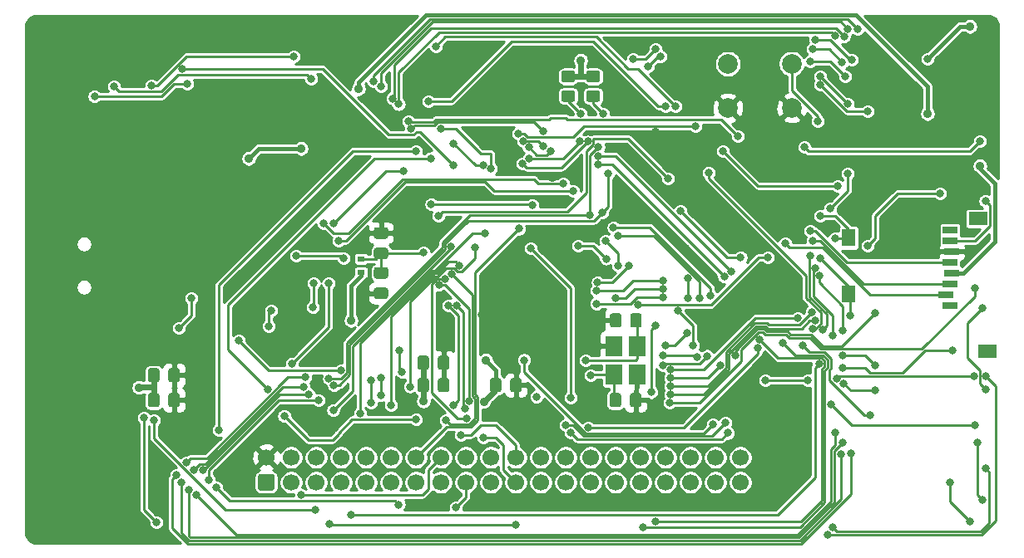
<source format=gbl>
%TF.GenerationSoftware,KiCad,Pcbnew,5.1.8*%
%TF.CreationDate,2020-11-24T20:22:10-06:00*%
%TF.ProjectId,e54-GFX-Development-Board,6535342d-4746-4582-9d44-6576656c6f70,rev?*%
%TF.SameCoordinates,Original*%
%TF.FileFunction,Copper,L2,Bot*%
%TF.FilePolarity,Positive*%
%FSLAX46Y46*%
G04 Gerber Fmt 4.6, Leading zero omitted, Abs format (unit mm)*
G04 Created by KiCad (PCBNEW 5.1.8) date 2020-11-24 20:22:10*
%MOMM*%
%LPD*%
G01*
G04 APERTURE LIST*
%TA.AperFunction,SMDPad,CuDef*%
%ADD10R,1.800000X2.100000*%
%TD*%
%TA.AperFunction,ComponentPad*%
%ADD11C,2.000000*%
%TD*%
%TA.AperFunction,SMDPad,CuDef*%
%ADD12R,1.900000X1.400000*%
%TD*%
%TA.AperFunction,SMDPad,CuDef*%
%ADD13R,1.400000X1.800000*%
%TD*%
%TA.AperFunction,SMDPad,CuDef*%
%ADD14R,1.500000X0.800000*%
%TD*%
%TA.AperFunction,ComponentPad*%
%ADD15C,1.700000*%
%TD*%
%TA.AperFunction,SMDPad,CuDef*%
%ADD16R,0.800000X0.600000*%
%TD*%
%TA.AperFunction,ViaPad*%
%ADD17C,0.889000*%
%TD*%
%TA.AperFunction,ViaPad*%
%ADD18C,0.800000*%
%TD*%
%TA.AperFunction,Conductor*%
%ADD19C,0.406400*%
%TD*%
%TA.AperFunction,Conductor*%
%ADD20C,0.609600*%
%TD*%
%TA.AperFunction,Conductor*%
%ADD21C,0.250000*%
%TD*%
%TA.AperFunction,Conductor*%
%ADD22C,0.254000*%
%TD*%
%TA.AperFunction,Conductor*%
%ADD23C,0.100000*%
%TD*%
G04 APERTURE END LIST*
D10*
%TO.P,Y1,4*%
%TO.N,GND*%
X154806000Y-104468000D03*
%TO.P,Y1,3*%
%TO.N,/XOUT0*%
X154806000Y-107368000D03*
%TO.P,Y1,2*%
%TO.N,GND*%
X157106000Y-107368000D03*
%TO.P,Y1,1*%
%TO.N,/XIN0*%
X157106000Y-104468000D03*
%TD*%
D11*
%TO.P,SW1,1*%
%TO.N,Net-(R2-Pad2)*%
X172870000Y-75692000D03*
%TO.P,SW1,2*%
%TO.N,GND*%
X172870000Y-80192000D03*
%TO.P,SW1,1*%
%TO.N,N/C*%
X166370000Y-75692000D03*
%TO.P,SW1,2*%
%TO.N,GND*%
X166370000Y-80192000D03*
%TD*%
%TO.P,R4,2*%
%TO.N,/I2C_SDA*%
%TA.AperFunction,SMDPad,CuDef*%
G36*
G01*
X149663999Y-78378000D02*
X150564001Y-78378000D01*
G75*
G02*
X150814000Y-78627999I0J-249999D01*
G01*
X150814000Y-79328001D01*
G75*
G02*
X150564001Y-79578000I-249999J0D01*
G01*
X149663999Y-79578000D01*
G75*
G02*
X149414000Y-79328001I0J249999D01*
G01*
X149414000Y-78627999D01*
G75*
G02*
X149663999Y-78378000I249999J0D01*
G01*
G37*
%TD.AperFunction*%
%TO.P,R4,1*%
%TO.N,+3V3*%
%TA.AperFunction,SMDPad,CuDef*%
G36*
G01*
X149663999Y-76378000D02*
X150564001Y-76378000D01*
G75*
G02*
X150814000Y-76627999I0J-249999D01*
G01*
X150814000Y-77328001D01*
G75*
G02*
X150564001Y-77578000I-249999J0D01*
G01*
X149663999Y-77578000D01*
G75*
G02*
X149414000Y-77328001I0J249999D01*
G01*
X149414000Y-76627999D01*
G75*
G02*
X149663999Y-76378000I249999J0D01*
G01*
G37*
%TD.AperFunction*%
%TD*%
%TO.P,R3,2*%
%TO.N,/I2C_SCL*%
%TA.AperFunction,SMDPad,CuDef*%
G36*
G01*
X152203999Y-78378000D02*
X153104001Y-78378000D01*
G75*
G02*
X153354000Y-78627999I0J-249999D01*
G01*
X153354000Y-79328001D01*
G75*
G02*
X153104001Y-79578000I-249999J0D01*
G01*
X152203999Y-79578000D01*
G75*
G02*
X151954000Y-79328001I0J249999D01*
G01*
X151954000Y-78627999D01*
G75*
G02*
X152203999Y-78378000I249999J0D01*
G01*
G37*
%TD.AperFunction*%
%TO.P,R3,1*%
%TO.N,+3V3*%
%TA.AperFunction,SMDPad,CuDef*%
G36*
G01*
X152203999Y-76378000D02*
X153104001Y-76378000D01*
G75*
G02*
X153354000Y-76627999I0J-249999D01*
G01*
X153354000Y-77328001D01*
G75*
G02*
X153104001Y-77578000I-249999J0D01*
G01*
X152203999Y-77578000D01*
G75*
G02*
X151954000Y-77328001I0J249999D01*
G01*
X151954000Y-76627999D01*
G75*
G02*
X152203999Y-76378000I249999J0D01*
G01*
G37*
%TD.AperFunction*%
%TD*%
D12*
%TO.P,J5,9*%
%TO.N,N/C*%
X192826000Y-104990000D03*
X191826000Y-91480000D03*
D13*
%TO.N,/SD_CD*%
X178676000Y-93440000D03*
X178676000Y-99140000D03*
D14*
%TO.P,J5,8*%
%TO.N,Net-(J5-Pad8)*%
X188976000Y-92630000D03*
%TO.P,J5,7*%
%TO.N,/SD_MISO*%
X188976000Y-93730000D03*
%TO.P,J5,6*%
%TO.N,GND*%
X189176000Y-94830000D03*
%TO.P,J5,5*%
%TO.N,/SD_SCK*%
X188976000Y-95930000D03*
%TO.P,J5,4*%
%TO.N,+3V3*%
X189176000Y-97030000D03*
%TO.P,J5,3*%
%TO.N,/SD_MOSI*%
X188976000Y-98130000D03*
%TO.P,J5,2*%
%TO.N,/~SD_CS*%
X188576000Y-99230000D03*
%TO.P,J5,1*%
%TO.N,Net-(J5-Pad1)*%
X188976000Y-100330000D03*
%TD*%
D15*
%TO.P,J4,40*%
%TO.N,Net-(J4-Pad40)*%
X167640000Y-115824000D03*
%TO.P,J4,38*%
%TO.N,/~TFT_cRST*%
X165100000Y-115824000D03*
%TO.P,J4,36*%
%TO.N,/TFT_D23*%
X162560000Y-115824000D03*
%TO.P,J4,34*%
%TO.N,/TFT_D21*%
X160020000Y-115824000D03*
%TO.P,J4,32*%
%TO.N,/TFT_D19*%
X157480000Y-115824000D03*
%TO.P,J4,30*%
%TO.N,/TFT_D17*%
X154940000Y-115824000D03*
%TO.P,J4,28*%
%TO.N,/TFT_D15*%
X152400000Y-115824000D03*
%TO.P,J4,26*%
%TO.N,/TFT_D13*%
X149860000Y-115824000D03*
%TO.P,J4,24*%
%TO.N,/TFT_D11*%
X147320000Y-115824000D03*
%TO.P,J4,22*%
%TO.N,/TFT_D9*%
X144780000Y-115824000D03*
%TO.P,J4,20*%
%TO.N,/TFT_D7*%
X142240000Y-115824000D03*
%TO.P,J4,18*%
%TO.N,/TFT_D5*%
X139700000Y-115824000D03*
%TO.P,J4,16*%
%TO.N,/TFT_D3*%
X137160000Y-115824000D03*
%TO.P,J4,14*%
%TO.N,/TFT_D1*%
X134620000Y-115824000D03*
%TO.P,J4,12*%
%TO.N,/TFT_TE*%
X132080000Y-115824000D03*
%TO.P,J4,10*%
%TO.N,/TFT_WR*%
X129540000Y-115824000D03*
%TO.P,J4,8*%
%TO.N,/TFT_DC*%
X127000000Y-115824000D03*
%TO.P,J4,6*%
%TO.N,/TFT_GPIO*%
X124460000Y-115824000D03*
%TO.P,J4,4*%
%TO.N,/I2C_SDA*%
X121920000Y-115824000D03*
%TO.P,J4,2*%
%TO.N,GND*%
X119380000Y-115824000D03*
%TO.P,J4,39*%
%TO.N,/TFT_WAKE*%
X167640000Y-118364000D03*
%TO.P,J4,37*%
%TO.N,/TFT_STANDBY*%
X165100000Y-118364000D03*
%TO.P,J4,35*%
%TO.N,/TFT_D22*%
X162560000Y-118364000D03*
%TO.P,J4,33*%
%TO.N,/TFT_D20*%
X160020000Y-118364000D03*
%TO.P,J4,31*%
%TO.N,/TFT_D18*%
X157480000Y-118364000D03*
%TO.P,J4,29*%
%TO.N,/TFT_D16*%
X154940000Y-118364000D03*
%TO.P,J4,27*%
%TO.N,/TFT_D14*%
X152400000Y-118364000D03*
%TO.P,J4,25*%
%TO.N,/TFT_D12*%
X149860000Y-118364000D03*
%TO.P,J4,23*%
%TO.N,/TFT_D10*%
X147320000Y-118364000D03*
%TO.P,J4,21*%
%TO.N,/TFT_D8*%
X144780000Y-118364000D03*
%TO.P,J4,19*%
%TO.N,/TFT_D6*%
X142240000Y-118364000D03*
%TO.P,J4,17*%
%TO.N,/TFT_D4*%
X139700000Y-118364000D03*
%TO.P,J4,15*%
%TO.N,/TFT_D2*%
X137160000Y-118364000D03*
%TO.P,J4,13*%
%TO.N,/TFT_D0*%
X134620000Y-118364000D03*
%TO.P,J4,11*%
%TO.N,/TFT_RD*%
X132080000Y-118364000D03*
%TO.P,J4,9*%
%TO.N,/~TFT_CS*%
X129540000Y-118364000D03*
%TO.P,J4,7*%
%TO.N,/~TFT_RST*%
X127000000Y-118364000D03*
%TO.P,J4,5*%
%TO.N,/TOUCH_INT*%
X124460000Y-118364000D03*
%TO.P,J4,3*%
%TO.N,/I2C_SCL*%
X121920000Y-118364000D03*
%TO.P,J4,1*%
%TO.N,+3V3*%
%TA.AperFunction,ComponentPad*%
G36*
G01*
X119980000Y-119214000D02*
X118780000Y-119214000D01*
G75*
G02*
X118530000Y-118964000I0J250000D01*
G01*
X118530000Y-117764000D01*
G75*
G02*
X118780000Y-117514000I250000J0D01*
G01*
X119980000Y-117514000D01*
G75*
G02*
X120230000Y-117764000I0J-250000D01*
G01*
X120230000Y-118964000D01*
G75*
G02*
X119980000Y-119214000I-250000J0D01*
G01*
G37*
%TD.AperFunction*%
%TD*%
D16*
%TO.P,FB1,1*%
%TO.N,+3V3*%
X129032000Y-96966000D03*
%TO.P,FB1,2*%
%TO.N,/VCC_MCU_VDDANA*%
X129032000Y-95566000D03*
%TD*%
%TO.P,C22,2*%
%TO.N,GND*%
%TA.AperFunction,SMDPad,CuDef*%
G36*
G01*
X155527500Y-101379000D02*
X155527500Y-102329000D01*
G75*
G02*
X155277500Y-102579000I-250000J0D01*
G01*
X154602500Y-102579000D01*
G75*
G02*
X154352500Y-102329000I0J250000D01*
G01*
X154352500Y-101379000D01*
G75*
G02*
X154602500Y-101129000I250000J0D01*
G01*
X155277500Y-101129000D01*
G75*
G02*
X155527500Y-101379000I0J-250000D01*
G01*
G37*
%TD.AperFunction*%
%TO.P,C22,1*%
%TO.N,/XIN0*%
%TA.AperFunction,SMDPad,CuDef*%
G36*
G01*
X157602500Y-101379000D02*
X157602500Y-102329000D01*
G75*
G02*
X157352500Y-102579000I-250000J0D01*
G01*
X156677500Y-102579000D01*
G75*
G02*
X156427500Y-102329000I0J250000D01*
G01*
X156427500Y-101379000D01*
G75*
G02*
X156677500Y-101129000I250000J0D01*
G01*
X157352500Y-101129000D01*
G75*
G02*
X157602500Y-101379000I0J-250000D01*
G01*
G37*
%TD.AperFunction*%
%TD*%
%TO.P,C21,2*%
%TO.N,GND*%
%TA.AperFunction,SMDPad,CuDef*%
G36*
G01*
X156406000Y-110457000D02*
X156406000Y-109507000D01*
G75*
G02*
X156656000Y-109257000I250000J0D01*
G01*
X157331000Y-109257000D01*
G75*
G02*
X157581000Y-109507000I0J-250000D01*
G01*
X157581000Y-110457000D01*
G75*
G02*
X157331000Y-110707000I-250000J0D01*
G01*
X156656000Y-110707000D01*
G75*
G02*
X156406000Y-110457000I0J250000D01*
G01*
G37*
%TD.AperFunction*%
%TO.P,C21,1*%
%TO.N,/XOUT0*%
%TA.AperFunction,SMDPad,CuDef*%
G36*
G01*
X154331000Y-110457000D02*
X154331000Y-109507000D01*
G75*
G02*
X154581000Y-109257000I250000J0D01*
G01*
X155256000Y-109257000D01*
G75*
G02*
X155506000Y-109507000I0J-250000D01*
G01*
X155506000Y-110457000D01*
G75*
G02*
X155256000Y-110707000I-250000J0D01*
G01*
X154581000Y-110707000D01*
G75*
G02*
X154331000Y-110457000I0J250000D01*
G01*
G37*
%TD.AperFunction*%
%TD*%
%TO.P,C19,2*%
%TO.N,GND*%
%TA.AperFunction,SMDPad,CuDef*%
G36*
G01*
X109416000Y-110457000D02*
X109416000Y-109507000D01*
G75*
G02*
X109666000Y-109257000I250000J0D01*
G01*
X110341000Y-109257000D01*
G75*
G02*
X110591000Y-109507000I0J-250000D01*
G01*
X110591000Y-110457000D01*
G75*
G02*
X110341000Y-110707000I-250000J0D01*
G01*
X109666000Y-110707000D01*
G75*
G02*
X109416000Y-110457000I0J250000D01*
G01*
G37*
%TD.AperFunction*%
%TO.P,C19,1*%
%TO.N,+3V3*%
%TA.AperFunction,SMDPad,CuDef*%
G36*
G01*
X107341000Y-110457000D02*
X107341000Y-109507000D01*
G75*
G02*
X107591000Y-109257000I250000J0D01*
G01*
X108266000Y-109257000D01*
G75*
G02*
X108516000Y-109507000I0J-250000D01*
G01*
X108516000Y-110457000D01*
G75*
G02*
X108266000Y-110707000I-250000J0D01*
G01*
X107591000Y-110707000D01*
G75*
G02*
X107341000Y-110457000I0J250000D01*
G01*
G37*
%TD.AperFunction*%
%TD*%
%TO.P,C18,2*%
%TO.N,GND*%
%TA.AperFunction,SMDPad,CuDef*%
G36*
G01*
X136848000Y-106647000D02*
X136848000Y-105697000D01*
G75*
G02*
X137098000Y-105447000I250000J0D01*
G01*
X137773000Y-105447000D01*
G75*
G02*
X138023000Y-105697000I0J-250000D01*
G01*
X138023000Y-106647000D01*
G75*
G02*
X137773000Y-106897000I-250000J0D01*
G01*
X137098000Y-106897000D01*
G75*
G02*
X136848000Y-106647000I0J250000D01*
G01*
G37*
%TD.AperFunction*%
%TO.P,C18,1*%
%TO.N,+3V3*%
%TA.AperFunction,SMDPad,CuDef*%
G36*
G01*
X134773000Y-106647000D02*
X134773000Y-105697000D01*
G75*
G02*
X135023000Y-105447000I250000J0D01*
G01*
X135698000Y-105447000D01*
G75*
G02*
X135948000Y-105697000I0J-250000D01*
G01*
X135948000Y-106647000D01*
G75*
G02*
X135698000Y-106897000I-250000J0D01*
G01*
X135023000Y-106897000D01*
G75*
G02*
X134773000Y-106647000I0J250000D01*
G01*
G37*
%TD.AperFunction*%
%TD*%
%TO.P,C17,2*%
%TO.N,GND*%
%TA.AperFunction,SMDPad,CuDef*%
G36*
G01*
X136848000Y-108933000D02*
X136848000Y-107983000D01*
G75*
G02*
X137098000Y-107733000I250000J0D01*
G01*
X137773000Y-107733000D01*
G75*
G02*
X138023000Y-107983000I0J-250000D01*
G01*
X138023000Y-108933000D01*
G75*
G02*
X137773000Y-109183000I-250000J0D01*
G01*
X137098000Y-109183000D01*
G75*
G02*
X136848000Y-108933000I0J250000D01*
G01*
G37*
%TD.AperFunction*%
%TO.P,C17,1*%
%TO.N,+3V3*%
%TA.AperFunction,SMDPad,CuDef*%
G36*
G01*
X134773000Y-108933000D02*
X134773000Y-107983000D01*
G75*
G02*
X135023000Y-107733000I250000J0D01*
G01*
X135698000Y-107733000D01*
G75*
G02*
X135948000Y-107983000I0J-250000D01*
G01*
X135948000Y-108933000D01*
G75*
G02*
X135698000Y-109183000I-250000J0D01*
G01*
X135023000Y-109183000D01*
G75*
G02*
X134773000Y-108933000I0J250000D01*
G01*
G37*
%TD.AperFunction*%
%TD*%
%TO.P,C15,2*%
%TO.N,GND*%
%TA.AperFunction,SMDPad,CuDef*%
G36*
G01*
X144214000Y-108933000D02*
X144214000Y-107983000D01*
G75*
G02*
X144464000Y-107733000I250000J0D01*
G01*
X145139000Y-107733000D01*
G75*
G02*
X145389000Y-107983000I0J-250000D01*
G01*
X145389000Y-108933000D01*
G75*
G02*
X145139000Y-109183000I-250000J0D01*
G01*
X144464000Y-109183000D01*
G75*
G02*
X144214000Y-108933000I0J250000D01*
G01*
G37*
%TD.AperFunction*%
%TO.P,C15,1*%
%TO.N,+3V3*%
%TA.AperFunction,SMDPad,CuDef*%
G36*
G01*
X142139000Y-108933000D02*
X142139000Y-107983000D01*
G75*
G02*
X142389000Y-107733000I250000J0D01*
G01*
X143064000Y-107733000D01*
G75*
G02*
X143314000Y-107983000I0J-250000D01*
G01*
X143314000Y-108933000D01*
G75*
G02*
X143064000Y-109183000I-250000J0D01*
G01*
X142389000Y-109183000D01*
G75*
G02*
X142139000Y-108933000I0J250000D01*
G01*
G37*
%TD.AperFunction*%
%TD*%
%TO.P,C11,2*%
%TO.N,GND*%
%TA.AperFunction,SMDPad,CuDef*%
G36*
G01*
X130589000Y-98494000D02*
X131539000Y-98494000D01*
G75*
G02*
X131789000Y-98744000I0J-250000D01*
G01*
X131789000Y-99419000D01*
G75*
G02*
X131539000Y-99669000I-250000J0D01*
G01*
X130589000Y-99669000D01*
G75*
G02*
X130339000Y-99419000I0J250000D01*
G01*
X130339000Y-98744000D01*
G75*
G02*
X130589000Y-98494000I250000J0D01*
G01*
G37*
%TD.AperFunction*%
%TO.P,C11,1*%
%TO.N,/VCC_MCU_VDDANA*%
%TA.AperFunction,SMDPad,CuDef*%
G36*
G01*
X130589000Y-96419000D02*
X131539000Y-96419000D01*
G75*
G02*
X131789000Y-96669000I0J-250000D01*
G01*
X131789000Y-97344000D01*
G75*
G02*
X131539000Y-97594000I-250000J0D01*
G01*
X130589000Y-97594000D01*
G75*
G02*
X130339000Y-97344000I0J250000D01*
G01*
X130339000Y-96669000D01*
G75*
G02*
X130589000Y-96419000I250000J0D01*
G01*
G37*
%TD.AperFunction*%
%TD*%
%TO.P,C5,2*%
%TO.N,GND*%
%TA.AperFunction,SMDPad,CuDef*%
G36*
G01*
X131539000Y-93530000D02*
X130589000Y-93530000D01*
G75*
G02*
X130339000Y-93280000I0J250000D01*
G01*
X130339000Y-92605000D01*
G75*
G02*
X130589000Y-92355000I250000J0D01*
G01*
X131539000Y-92355000D01*
G75*
G02*
X131789000Y-92605000I0J-250000D01*
G01*
X131789000Y-93280000D01*
G75*
G02*
X131539000Y-93530000I-250000J0D01*
G01*
G37*
%TD.AperFunction*%
%TO.P,C5,1*%
%TO.N,/VCC_MCU_VDDANA*%
%TA.AperFunction,SMDPad,CuDef*%
G36*
G01*
X131539000Y-95605000D02*
X130589000Y-95605000D01*
G75*
G02*
X130339000Y-95355000I0J250000D01*
G01*
X130339000Y-94680000D01*
G75*
G02*
X130589000Y-94430000I250000J0D01*
G01*
X131539000Y-94430000D01*
G75*
G02*
X131789000Y-94680000I0J-250000D01*
G01*
X131789000Y-95355000D01*
G75*
G02*
X131539000Y-95605000I-250000J0D01*
G01*
G37*
%TD.AperFunction*%
%TD*%
%TO.P,C4,2*%
%TO.N,+3V3*%
%TA.AperFunction,SMDPad,CuDef*%
G36*
G01*
X108516000Y-106967000D02*
X108516000Y-107917000D01*
G75*
G02*
X108266000Y-108167000I-250000J0D01*
G01*
X107591000Y-108167000D01*
G75*
G02*
X107341000Y-107917000I0J250000D01*
G01*
X107341000Y-106967000D01*
G75*
G02*
X107591000Y-106717000I250000J0D01*
G01*
X108266000Y-106717000D01*
G75*
G02*
X108516000Y-106967000I0J-250000D01*
G01*
G37*
%TD.AperFunction*%
%TO.P,C4,1*%
%TO.N,GND*%
%TA.AperFunction,SMDPad,CuDef*%
G36*
G01*
X110591000Y-106967000D02*
X110591000Y-107917000D01*
G75*
G02*
X110341000Y-108167000I-250000J0D01*
G01*
X109666000Y-108167000D01*
G75*
G02*
X109416000Y-107917000I0J250000D01*
G01*
X109416000Y-106967000D01*
G75*
G02*
X109666000Y-106717000I250000J0D01*
G01*
X110341000Y-106717000D01*
G75*
G02*
X110591000Y-106967000I0J-250000D01*
G01*
G37*
%TD.AperFunction*%
%TD*%
D17*
%TO.N,GND*%
X128990000Y-85630000D03*
X112930000Y-87400000D03*
X113540000Y-82980000D03*
X116060000Y-98040000D03*
X110700000Y-98080000D03*
X105670000Y-97850000D03*
X103490000Y-121230000D03*
X147500000Y-77760000D03*
D18*
X141280000Y-101310000D03*
X148420000Y-103570000D03*
D17*
X129160000Y-93730000D03*
X140250000Y-89260000D03*
X129150000Y-73190000D03*
X181440000Y-83610000D03*
X100076000Y-72644000D03*
X99568000Y-82550000D03*
X148468303Y-87263690D03*
D18*
X151204488Y-95928190D03*
X137346190Y-101537863D03*
D17*
X121666000Y-85598000D03*
X162052000Y-94488000D03*
X118110000Y-99060000D03*
X159004000Y-82662310D03*
X129770591Y-100630824D03*
X113284000Y-99060000D03*
X143510000Y-82804000D03*
X132334000Y-81788000D03*
X130302000Y-82804000D03*
X137920000Y-78627690D03*
%TO.N,+5V*%
X186690000Y-80772000D03*
X128778000Y-78232000D03*
%TO.N,+3V3*%
X106430000Y-108700000D03*
X135390000Y-110080000D03*
X151390000Y-75340000D03*
X141518732Y-110122238D03*
X122936000Y-84328000D03*
X117602000Y-85344000D03*
X141732000Y-105918000D03*
D18*
X186690000Y-75184000D03*
D17*
X191008000Y-71882000D03*
X192024000Y-86106000D03*
X128016000Y-101854000D03*
D18*
%TO.N,/VCC_MCU_VDDANA*%
X135385924Y-94928190D03*
%TO.N,/~RESET*%
X101900000Y-79000000D03*
X111340000Y-77740000D03*
X138456160Y-83793840D03*
X161036000Y-80010000D03*
X136652000Y-73914000D03*
X141456767Y-86027693D03*
%TO.N,/XOUT32*%
X134127050Y-82341151D03*
X147574000Y-82550000D03*
%TO.N,/XOUT0*%
X152400000Y-107442000D03*
%TO.N,/XIN0*%
X151892000Y-105918000D03*
%TO.N,/XIN32*%
X136906000Y-91186000D03*
X160274004Y-87376000D03*
%TO.N,/USB_DM*%
X126746000Y-93726000D03*
X150622000Y-88646000D03*
%TO.N,/USB_DP*%
X119634000Y-102429810D03*
X119888000Y-100838000D03*
X149606000Y-87884000D03*
X124206000Y-98044000D03*
X125222000Y-91948000D03*
X124132315Y-100510315D03*
%TO.N,/DBG_TX*%
X110490000Y-102616000D03*
X111760000Y-99568000D03*
X127254000Y-95504000D03*
X122428000Y-95250000D03*
%TO.N,/SWDIO*%
X138433924Y-86038190D03*
X110804065Y-76192255D03*
%TO.N,/SWCLK*%
X122174000Y-74930000D03*
X107696000Y-77910190D03*
%TO.N,/SWO*%
X123952000Y-77216000D03*
X103886000Y-77978000D03*
%TO.N,/~TFT_cRST*%
X162305990Y-97536010D03*
X162814000Y-104394000D03*
X161290000Y-100846611D03*
X162305990Y-99568000D03*
%TO.N,/TFT_D23*%
X153162000Y-85090000D03*
X157734000Y-122936000D03*
X166696318Y-96888621D03*
X171958000Y-104140004D03*
X152115231Y-83611035D03*
X145466051Y-85879514D03*
%TO.N,/TFT_D21*%
X153924000Y-93726000D03*
X155181493Y-96277534D03*
%TO.N,/TFT_D17*%
X146304000Y-94488000D03*
X150371510Y-109735021D03*
%TO.N,/TFT_D9*%
X137922000Y-100330000D03*
X138430000Y-110490000D03*
X139192000Y-113538000D03*
%TO.N,/TFT_D7*%
X136976566Y-98227434D03*
X140021810Y-110097663D03*
%TO.N,/TFT_D5*%
X137668000Y-112014000D03*
X138257437Y-97113479D03*
%TO.N,/TFT_D3*%
X121980000Y-106270000D03*
X122936000Y-119634000D03*
X125730000Y-98044000D03*
X126238000Y-91948000D03*
X133350000Y-86613986D03*
%TO.N,/TFT_D1*%
X145120000Y-92500000D03*
X136180000Y-90020000D03*
X146442694Y-90102190D03*
%TO.N,/TFT_TE*%
X132080000Y-110490002D03*
X139056722Y-96246257D03*
%TO.N,/TFT_WR*%
X141613537Y-92970782D03*
X128942000Y-111342000D03*
%TO.N,/TFT_DC*%
X131064000Y-109474000D03*
X131090156Y-107722164D03*
%TO.N,/I2C_SDA*%
X152324000Y-91095810D03*
X151384000Y-80772000D03*
X125768722Y-107763810D03*
X153189622Y-84175457D03*
%TO.N,/TFT_WAKE*%
X164846000Y-112454190D03*
X145609402Y-105896317D03*
%TO.N,/TFT_STANDBY*%
X132890000Y-104890000D03*
X124380000Y-121158000D03*
X116586000Y-103886000D03*
X144780000Y-122682000D03*
X125795999Y-122573999D03*
X133218160Y-107118160D03*
X107950000Y-112014000D03*
X127000000Y-106934000D03*
%TO.N,/TFT_D22*%
X153162000Y-85940813D03*
X159004000Y-122360190D03*
X166000586Y-97378354D03*
X151265611Y-83566000D03*
X146140377Y-85360702D03*
X169574271Y-103788279D03*
%TO.N,/TFT_D18*%
X151130000Y-94234000D03*
X153982088Y-95567923D03*
%TO.N,/TFT_D16*%
X158579106Y-109174243D03*
X159004000Y-102362000D03*
%TO.N,/TFT_D8*%
X141478000Y-113792000D03*
X138772813Y-100330000D03*
X139584106Y-110829787D03*
%TO.N,/TFT_D6*%
X137578181Y-97625819D03*
X139767810Y-111852196D03*
%TO.N,/TFT_D4*%
X138684000Y-120904000D03*
X108204000Y-122428000D03*
X106934000Y-111760000D03*
%TO.N,/TFT_D2*%
X114554000Y-113030000D03*
X114300000Y-118872000D03*
X132868160Y-120623840D03*
X134620000Y-84582000D03*
%TO.N,/TFT_D0*%
X134630000Y-111960000D03*
X121210000Y-111580000D03*
X119563430Y-108895430D03*
X136170504Y-85322418D03*
%TO.N,/TFT_RD*%
X140590000Y-94450000D03*
X134018254Y-108598254D03*
%TO.N,/~TFT_CS*%
X130048000Y-110236000D03*
X130048000Y-107950012D03*
%TO.N,/~TFT_RST*%
X164400000Y-86790000D03*
X128016000Y-121666000D03*
X175023336Y-102730685D03*
X175652876Y-106258557D03*
%TO.N,/TOUCH_INT*%
X138187840Y-94297840D03*
X126204500Y-111008828D03*
%TO.N,/I2C_SCL*%
X153570000Y-90860000D03*
X153670000Y-80772000D03*
X154178000Y-86868000D03*
X126277033Y-108446086D03*
%TO.N,/SD_CD*%
X111252000Y-116332000D03*
X110236000Y-117602000D03*
X178816000Y-101346000D03*
X123361050Y-107665370D03*
X178871213Y-115403294D03*
X175768000Y-91186000D03*
X177292000Y-93472000D03*
X175768000Y-95504000D03*
%TO.N,/SD_MISO*%
X165862000Y-84582000D03*
X152984826Y-98830507D03*
X159766000Y-97790000D03*
X177546000Y-88138004D03*
X192577757Y-89662000D03*
%TO.N,/SD_SCK*%
X154940000Y-99568000D03*
X174752000Y-92710000D03*
X159762189Y-98640804D03*
%TO.N,/SD_MOSI*%
X153016530Y-100143810D03*
X175006000Y-93726000D03*
X159766444Y-99491605D03*
%TO.N,/~SD_CS*%
X161544000Y-90678000D03*
X153110530Y-97989033D03*
X156333105Y-96291916D03*
X167669029Y-95436190D03*
X172212000Y-93980000D03*
%TO.N,/DEV_GPIO_10*%
X179578000Y-72136000D03*
X130302000Y-77470000D03*
%TO.N,/DEV_GPIO_9*%
X178562000Y-72136000D03*
X188976000Y-118364000D03*
X191008000Y-122360190D03*
X131064000Y-77978000D03*
%TO.N,/DEV_GPIO_8*%
X178179951Y-72896210D03*
X132246546Y-79225609D03*
%TO.N,/DEV_GPIO_7*%
X191770000Y-114300000D03*
X177316883Y-72847462D03*
X192278000Y-120142010D03*
X132868843Y-79805805D03*
%TO.N,/DEV_GPIO_6*%
X180848000Y-111506000D03*
X154722504Y-92386621D03*
X173988985Y-104416045D03*
X164592016Y-99314000D03*
%TO.N,/DEV_GPIO_5*%
X155194000Y-93218000D03*
X191516000Y-112522000D03*
X176851810Y-110423774D03*
X163530849Y-99583050D03*
%TO.N,/DEV_GPIO_4*%
X181356000Y-108966000D03*
X159766000Y-105410000D03*
X178160643Y-108263522D03*
X163261879Y-105593972D03*
%TO.N,/DEV_GPIO_3*%
X159766000Y-106426000D03*
X191426145Y-107530371D03*
X177427612Y-107831612D03*
X164266601Y-105481399D03*
%TO.N,/DEV_GPIO_2*%
X178054000Y-105410000D03*
X181356000Y-106426000D03*
X173478490Y-101592979D03*
X160528000Y-106845187D03*
%TO.N,/DEV_GPIO_1*%
X160528000Y-107696000D03*
X170180000Y-107950000D03*
X174498000Y-107950000D03*
X178054000Y-106680000D03*
X189230000Y-104902000D03*
X165608000Y-106426000D03*
%TO.N,/DEV_GPIO_20*%
X181356000Y-101092000D03*
X160046160Y-104420160D03*
X167132000Y-105410000D03*
X162238190Y-103124000D03*
%TO.N,/DEV_GPIO_19*%
X174937836Y-100985969D03*
X160526408Y-108546810D03*
%TO.N,/DEV_GPIO_18*%
X160533823Y-109415473D03*
X175243748Y-101908919D03*
%TO.N,/DEV_GPIO_17*%
X191516000Y-98552000D03*
X160449578Y-110262103D03*
%TO.N,/DEV_GPIO_16*%
X146878685Y-109635432D03*
X152146000Y-112776000D03*
X169402950Y-104693151D03*
%TO.N,/DEV_GPIO_15*%
X166116000Y-112268000D03*
X177038000Y-122936000D03*
X192577757Y-108916735D03*
X192276946Y-100584000D03*
X192577757Y-116940840D03*
X149860000Y-112522000D03*
%TO.N,/DEV_GPIO_14*%
X176530000Y-123698000D03*
X166366658Y-113332977D03*
X192577757Y-107523997D03*
X150364490Y-113291021D03*
%TO.N,/DEV_GPIO_13*%
X124714000Y-109982000D03*
X113538000Y-118110000D03*
X112268000Y-119634000D03*
X177292000Y-113284000D03*
X176032579Y-102786595D03*
X174752000Y-95250000D03*
%TO.N,/DEV_GPIO_12*%
X111506000Y-119126000D03*
X177038000Y-103378000D03*
X123714385Y-109406190D03*
X112962190Y-117094000D03*
X178054000Y-114299996D03*
X175260000Y-96520000D03*
%TO.N,/DEV_GPIO_11*%
X112014000Y-117094000D03*
X110744000Y-118364000D03*
X180594000Y-94234000D03*
X187960000Y-88900000D03*
X123196549Y-108644190D03*
X177925035Y-115497285D03*
X178054000Y-102870000D03*
X175653034Y-97282000D03*
%TO.N,/DEV_GPIO_27*%
X167386000Y-83058000D03*
X192023984Y-83566000D03*
X133858000Y-81534000D03*
X174163079Y-84192389D03*
%TO.N,/DEV_GPIO_26*%
X142240000Y-86360000D03*
X137160000Y-82296000D03*
X160020000Y-80010000D03*
X175768000Y-76962000D03*
X178562002Y-79756000D03*
X135890000Y-79502000D03*
%TO.N,/DEV_GPIO_25*%
X163068000Y-82042000D03*
X180594000Y-80518000D03*
X175768000Y-77812813D03*
X145034000Y-82804000D03*
%TO.N,/DEV_GPIO_24*%
X175006000Y-74168000D03*
X159512000Y-74930000D03*
X158242000Y-75946000D03*
X147574000Y-84074000D03*
X145541964Y-83566000D03*
X178007016Y-75504717D03*
%TO.N,/DEV_GPIO_23*%
X178308000Y-76962000D03*
X174752000Y-75438000D03*
X148336000Y-84581984D03*
X146099068Y-84209099D03*
%TO.N,/DEV_GPIO_22*%
X159004000Y-74168000D03*
X156718000Y-75184000D03*
X175260000Y-73219810D03*
X178979684Y-75274316D03*
%TO.N,/DEV_GPIO_21*%
X157184863Y-100269475D03*
X170437924Y-95436190D03*
X178562000Y-86868000D03*
X176784000Y-90424000D03*
%TO.N,Net-(R2-Pad2)*%
X175514000Y-81534000D03*
%TD*%
D19*
%TO.N,GND*%
X112304000Y-98080000D02*
X110700000Y-98080000D01*
X113284000Y-99060000D02*
X112304000Y-98080000D01*
X132334000Y-81582076D02*
X135732885Y-78183191D01*
X132334000Y-81788000D02*
X132334000Y-81582076D01*
X137475501Y-78183191D02*
X137920000Y-78627690D01*
X135732885Y-78183191D02*
X137475501Y-78183191D01*
%TO.N,+5V*%
X186690000Y-80772000D02*
X186690000Y-78026076D01*
X186690000Y-78026076D02*
X179383922Y-70719998D01*
X128778000Y-77603383D02*
X128778000Y-78232000D01*
X135661385Y-70719998D02*
X128778000Y-77603383D01*
X179383922Y-70719998D02*
X135661385Y-70719998D01*
D20*
%TO.N,+3V3*%
X106448500Y-108681500D02*
X106430000Y-108700000D01*
X107928500Y-108681500D02*
X106448500Y-108681500D01*
X107928500Y-107442000D02*
X107928500Y-108681500D01*
X107928500Y-108681500D02*
X107928500Y-109982000D01*
X135360500Y-108458000D02*
X135360500Y-106172000D01*
X135360500Y-110050500D02*
X135390000Y-110080000D01*
X135360500Y-108458000D02*
X135360500Y-110050500D01*
X151392000Y-75342000D02*
X151390000Y-75340000D01*
X151392000Y-76978000D02*
X151392000Y-75342000D01*
X150114000Y-76978000D02*
X151392000Y-76978000D01*
X151392000Y-76978000D02*
X152654000Y-76978000D01*
X142726500Y-108458000D02*
X142726500Y-108914470D01*
X142726500Y-108914470D02*
X141518732Y-110122238D01*
D19*
X122936000Y-84328000D02*
X118618000Y-84328000D01*
X118618000Y-84328000D02*
X117602000Y-85344000D01*
X142726500Y-106912500D02*
X141732000Y-105918000D01*
X142726500Y-108458000D02*
X142726500Y-106912500D01*
X189992000Y-71882000D02*
X191008000Y-71882000D01*
X186690000Y-75184000D02*
X189992000Y-71882000D01*
X190332400Y-97030000D02*
X193548000Y-93814400D01*
X189176000Y-97030000D02*
X190332400Y-97030000D01*
X193548000Y-93814400D02*
X193548000Y-87884000D01*
X192024000Y-86360000D02*
X192024000Y-86106000D01*
X193548000Y-87884000D02*
X192024000Y-86360000D01*
X129032000Y-96966000D02*
X129032000Y-97282000D01*
X128016000Y-98298000D02*
X128016000Y-101854000D01*
X129032000Y-97282000D02*
X128016000Y-98298000D01*
D21*
%TO.N,/VCC_MCU_VDDANA*%
X131064000Y-95017500D02*
X131064000Y-97006500D01*
X130515500Y-95566000D02*
X131064000Y-95017500D01*
X129032000Y-95566000D02*
X130515500Y-95566000D01*
X131064000Y-95017500D02*
X135296614Y-95017500D01*
X135296614Y-95017500D02*
X135385924Y-94928190D01*
%TO.N,/~RESET*%
X101900000Y-79000000D02*
X108730000Y-79000000D01*
X109990000Y-77740000D02*
X111340000Y-77740000D01*
X108730000Y-79000000D02*
X109990000Y-77740000D01*
X140690013Y-86027693D02*
X141456767Y-86027693D01*
X138456160Y-83793840D02*
X140690013Y-86027693D01*
X157226000Y-76200000D02*
X156210000Y-76200000D01*
X161036000Y-80010000D02*
X157226000Y-76200000D01*
X137621189Y-72944811D02*
X136652000Y-73914000D01*
X156210000Y-76200000D02*
X152954811Y-72944811D01*
X152954811Y-72944811D02*
X137621189Y-72944811D01*
%TO.N,/XOUT32*%
X146672612Y-81648612D02*
X147574000Y-82550000D01*
X134127050Y-82341151D02*
X134527049Y-81941152D01*
X136506444Y-81941152D02*
X136798984Y-81648612D01*
X136798984Y-81648612D02*
X146672612Y-81648612D01*
X134527049Y-81941152D02*
X136506444Y-81941152D01*
%TO.N,/XOUT0*%
X154806000Y-109869500D02*
X154918500Y-109982000D01*
X154806000Y-107368000D02*
X154806000Y-109869500D01*
X154806000Y-107368000D02*
X152474000Y-107368000D01*
X152474000Y-107368000D02*
X152400000Y-107442000D01*
%TO.N,/XIN0*%
X157106000Y-101945000D02*
X157015000Y-101854000D01*
X157106000Y-104468000D02*
X157106000Y-101945000D01*
X157106000Y-104468000D02*
X157106000Y-105768000D01*
X157106000Y-105768000D02*
X156956000Y-105918000D01*
X156956000Y-105918000D02*
X151892000Y-105918000D01*
%TO.N,/XIN32*%
X136906000Y-91186000D02*
X137305999Y-90786001D01*
X152691032Y-83887420D02*
X152691032Y-83334650D01*
X137305999Y-90786001D02*
X150005999Y-90786001D01*
X156232654Y-83334650D02*
X160274004Y-87376000D01*
X150005999Y-90786001D02*
X152002783Y-88789217D01*
X152002783Y-88789217D02*
X152002783Y-84575669D01*
X152691032Y-83334650D02*
X156232654Y-83334650D01*
X152002783Y-84575669D02*
X152691032Y-83887420D01*
%TO.N,/USB_DM*%
X133489387Y-87744613D02*
X141675203Y-87744613D01*
X127508000Y-93726000D02*
X133489387Y-87744613D01*
X142576590Y-88646000D02*
X150622000Y-88646000D01*
X126746000Y-93726000D02*
X127508000Y-93726000D01*
X141675203Y-87744613D02*
X142576590Y-88646000D01*
%TO.N,/USB_DP*%
X119634000Y-101092000D02*
X119888000Y-100838000D01*
X119634000Y-102429810D02*
X119634000Y-101092000D01*
X133282198Y-87443802D02*
X146625802Y-87443802D01*
X146625802Y-87443802D02*
X147066000Y-87884000D01*
X147066000Y-87884000D02*
X149606000Y-87884000D01*
X127762000Y-92964000D02*
X133282198Y-87443802D01*
X126238000Y-92964000D02*
X127762000Y-92964000D01*
X125222000Y-91948000D02*
X126238000Y-92964000D01*
X124206000Y-98044000D02*
X124206000Y-100436630D01*
X124206000Y-100436630D02*
X124132315Y-100510315D01*
%TO.N,/DBG_TX*%
X111760000Y-101346000D02*
X111760000Y-99568000D01*
X110490000Y-102616000D02*
X111760000Y-101346000D01*
X127000000Y-95250000D02*
X127254000Y-95504000D01*
X122428000Y-95250000D02*
X127000000Y-95250000D01*
%TO.N,/SWDIO*%
X125124067Y-76192255D02*
X110804065Y-76192255D01*
X135013271Y-82617537D02*
X134702852Y-82617537D01*
X131848765Y-82916953D02*
X125124067Y-76192255D01*
X138433924Y-86038190D02*
X135013271Y-82617537D01*
X134403436Y-82916953D02*
X131848765Y-82916953D01*
X134702852Y-82617537D02*
X134403436Y-82916953D01*
%TO.N,/SWCLK*%
X108271810Y-77910190D02*
X107696000Y-77910190D01*
X111252000Y-74930000D02*
X108271810Y-77910190D01*
X122174000Y-74930000D02*
X111252000Y-74930000D01*
%TO.N,/SWO*%
X110381999Y-76816001D02*
X108712000Y-78486000D01*
X123552001Y-76816001D02*
X110381999Y-76816001D01*
X123952000Y-77216000D02*
X123552001Y-76816001D01*
X104394000Y-78486000D02*
X103886000Y-77978000D01*
X108712000Y-78486000D02*
X104394000Y-78486000D01*
%TO.N,/~TFT_cRST*%
X162814000Y-104394000D02*
X162814000Y-102370611D01*
X162814000Y-102370611D02*
X161290000Y-100846611D01*
X162305990Y-97536010D02*
X162305990Y-99568000D01*
%TO.N,/TFT_D23*%
X154897697Y-85090000D02*
X166696318Y-96888621D01*
X153162000Y-85090000D02*
X154897697Y-85090000D01*
X173199940Y-105381944D02*
X171958000Y-104140004D01*
X176230588Y-120441412D02*
X176230588Y-106958443D01*
X176053861Y-105381944D02*
X173199940Y-105381944D01*
X176529489Y-105857572D02*
X176053861Y-105381944D01*
X176529489Y-106659542D02*
X176529489Y-105857572D01*
X157734000Y-122936000D02*
X173736000Y-122936000D01*
X173736000Y-122936000D02*
X176230588Y-120441412D01*
X176230588Y-106958443D02*
X176529489Y-106659542D01*
X149446753Y-86279513D02*
X145866050Y-86279513D01*
X145866050Y-86279513D02*
X145466051Y-85879514D01*
X152115231Y-83611035D02*
X149446753Y-86279513D01*
%TO.N,/TFT_D21*%
X155181493Y-94983493D02*
X155181493Y-96277534D01*
X153924000Y-93726000D02*
X155181493Y-94983493D01*
%TO.N,/TFT_D17*%
X150371510Y-98555510D02*
X150371510Y-109735021D01*
X146304000Y-94488000D02*
X150371510Y-98555510D01*
%TO.N,/TFT_D9*%
X137922000Y-100330000D02*
X138938000Y-101346000D01*
X138938000Y-101346000D02*
X138938000Y-108966000D01*
X138938000Y-109982000D02*
X138430000Y-110490000D01*
X138938000Y-108966000D02*
X138938000Y-109982000D01*
X139192000Y-113538000D02*
X140208000Y-113538000D01*
X140208000Y-113538000D02*
X141224000Y-112522000D01*
X141224000Y-112522000D02*
X142748000Y-112522000D01*
X144780000Y-114554000D02*
X144780000Y-115824000D01*
X142748000Y-112522000D02*
X144780000Y-114554000D01*
%TO.N,/TFT_D7*%
X140021810Y-100706993D02*
X140021810Y-110097663D01*
X136976566Y-98227434D02*
X137542251Y-98227434D01*
X137542251Y-98227434D02*
X140021810Y-100706993D01*
%TO.N,/TFT_D5*%
X140044196Y-112427998D02*
X140597611Y-111874583D01*
X140597611Y-111874583D02*
X140597611Y-109821278D01*
X137668000Y-112014000D02*
X138081998Y-112427998D01*
X140597611Y-109821278D02*
X140343611Y-109567278D01*
X140343611Y-109567278D02*
X140343611Y-99199653D01*
X140343611Y-99199653D02*
X138257437Y-97113479D01*
X138081998Y-112427998D02*
X140044196Y-112427998D01*
%TO.N,/TFT_D3*%
X135296000Y-119634000D02*
X122936000Y-119634000D01*
X135890000Y-117094000D02*
X135890000Y-119040000D01*
X135890000Y-119040000D02*
X135296000Y-119634000D01*
X137160000Y-115824000D02*
X135890000Y-117094000D01*
X125730000Y-102520000D02*
X125730000Y-98044000D01*
X121980000Y-106270000D02*
X125730000Y-102520000D01*
X126238000Y-91948000D02*
X131572014Y-86613986D01*
X131572014Y-86613986D02*
X133350000Y-86613986D01*
%TO.N,/TFT_D1*%
X137715191Y-112728809D02*
X140168795Y-112728809D01*
X140898422Y-111999182D02*
X140898422Y-109696679D01*
X140168795Y-112728809D02*
X140898422Y-111999182D01*
X140898422Y-109696679D02*
X140644422Y-109442679D01*
X140644422Y-109442679D02*
X140644422Y-96975578D01*
X134620000Y-115824000D02*
X137715191Y-112728809D01*
X140644422Y-96975578D02*
X145120000Y-92500000D01*
X136180000Y-90020000D02*
X146360504Y-90020000D01*
X146360504Y-90020000D02*
X146442694Y-90102190D01*
%TO.N,/TFT_TE*%
X138656723Y-95846258D02*
X139056722Y-96246257D01*
X136450982Y-97050010D02*
X136704982Y-97050010D01*
X136704982Y-97050010D02*
X137908734Y-95846258D01*
X132080000Y-110490002D02*
X132080000Y-101420992D01*
X132080000Y-101420992D02*
X136450982Y-97050010D01*
X137908734Y-95846258D02*
X138656723Y-95846258D01*
%TO.N,/TFT_WR*%
X136326383Y-96749199D02*
X128942000Y-104133582D01*
X140358800Y-92970782D02*
X136580383Y-96749199D01*
X141613537Y-92970782D02*
X140358800Y-92970782D01*
X136580383Y-96749199D02*
X136326383Y-96749199D01*
X128942000Y-104133582D02*
X128942000Y-111342000D01*
%TO.N,/TFT_DC*%
X131064000Y-107748320D02*
X131090156Y-107722164D01*
X131064000Y-109474000D02*
X131064000Y-107748320D01*
%TO.N,/I2C_SDA*%
X150114000Y-79502000D02*
X151384000Y-80772000D01*
X150114000Y-78978000D02*
X150114000Y-79502000D01*
X127575801Y-107210385D02*
X127022376Y-107763810D01*
X127575801Y-104147591D02*
X127575801Y-107210385D01*
X137311227Y-94412165D02*
X127575801Y-104147591D01*
X140112272Y-91095810D02*
X137311227Y-93896855D01*
X127022376Y-107763810D02*
X125768722Y-107763810D01*
X152324000Y-91095810D02*
X140112272Y-91095810D01*
X137311227Y-93896855D02*
X137311227Y-94412165D01*
X152324000Y-91095810D02*
X152324000Y-85041079D01*
X152324000Y-85041079D02*
X153189622Y-84175457D01*
%TO.N,/TFT_WAKE*%
X164846000Y-112454190D02*
X163948389Y-113351801D01*
X145609402Y-107091588D02*
X145609402Y-105896317D01*
X151869615Y-113351801D02*
X145609402Y-107091588D01*
X163948389Y-113351801D02*
X151869615Y-113351801D01*
%TO.N,/TFT_STANDBY*%
X125904000Y-122682000D02*
X125795999Y-122573999D01*
X144780000Y-122682000D02*
X125904000Y-122682000D01*
X132890000Y-106790000D02*
X133218160Y-107118160D01*
X132890000Y-104890000D02*
X132890000Y-106790000D01*
X107950000Y-113849685D02*
X107950000Y-112014000D01*
X115258315Y-121158000D02*
X107950000Y-113849685D01*
X124380000Y-121158000D02*
X115258315Y-121158000D01*
X116586000Y-103886000D02*
X119634000Y-106934000D01*
X119634000Y-106934000D02*
X127000000Y-106934000D01*
%TO.N,/TFT_D22*%
X154563045Y-85940813D02*
X166000586Y-97378354D01*
X153162000Y-85940813D02*
X154563045Y-85940813D01*
X149596894Y-85360702D02*
X146140377Y-85360702D01*
X151265611Y-83691985D02*
X149596894Y-85360702D01*
X151265611Y-83566000D02*
X151265611Y-83691985D01*
X175929777Y-120234223D02*
X175929777Y-106833844D01*
X175929262Y-105682755D02*
X171468747Y-105682755D01*
X171468747Y-105682755D02*
X169574271Y-103788279D01*
X173803810Y-122360190D02*
X175929777Y-120234223D01*
X176228678Y-105982171D02*
X175929262Y-105682755D01*
X175929777Y-106833844D02*
X176228678Y-106534943D01*
X176228678Y-106534943D02*
X176228678Y-105982171D01*
X159004000Y-122360190D02*
X173803810Y-122360190D01*
%TO.N,/TFT_D18*%
X152648165Y-94234000D02*
X153982088Y-95567923D01*
X151130000Y-94234000D02*
X152648165Y-94234000D01*
%TO.N,/TFT_D16*%
X158579106Y-102786894D02*
X159004000Y-102362000D01*
X158579106Y-109174243D02*
X158579106Y-102786894D01*
%TO.N,/TFT_D8*%
X143510000Y-117094000D02*
X144780000Y-118364000D01*
X143510000Y-114554000D02*
X143510000Y-117094000D01*
X142748000Y-113792000D02*
X143510000Y-114554000D01*
X141478000Y-113792000D02*
X142748000Y-113792000D01*
X139446000Y-110691681D02*
X139584106Y-110829787D01*
X139446000Y-101003187D02*
X139446000Y-110691681D01*
X138772813Y-100330000D02*
X139446000Y-101003187D01*
%TO.N,/TFT_D6*%
X138880315Y-111852196D02*
X139767810Y-111852196D01*
X136232041Y-98119771D02*
X136232041Y-109203922D01*
X137578181Y-97625819D02*
X137552368Y-97651632D01*
X136232041Y-109203922D02*
X138880315Y-111852196D01*
X137552368Y-97651632D02*
X136700180Y-97651632D01*
X136700180Y-97651632D02*
X136232041Y-98119771D01*
%TO.N,/TFT_D4*%
X139700000Y-119888000D02*
X138684000Y-120904000D01*
X139700000Y-118364000D02*
X139700000Y-119888000D01*
X108204000Y-122428000D02*
X106934000Y-121158000D01*
X106934000Y-121158000D02*
X106934000Y-111760000D01*
%TO.N,/TFT_D2*%
X132494321Y-120250001D02*
X132868160Y-120623840D01*
X114300000Y-118872000D02*
X115678001Y-120250001D01*
X115678001Y-120250001D02*
X132494321Y-120250001D01*
X114554000Y-113030000D02*
X114554000Y-98226000D01*
X128198000Y-84582000D02*
X134620000Y-84582000D01*
X114554000Y-98226000D02*
X128198000Y-84582000D01*
%TO.N,/TFT_D0*%
X134630000Y-111960000D02*
X128140000Y-111960000D01*
X128140000Y-111960000D02*
X126720000Y-113380000D01*
X126720000Y-113380000D02*
X126720000Y-113440000D01*
X126720000Y-113440000D02*
X126130000Y-114030000D01*
X126130000Y-114030000D02*
X123990000Y-114030000D01*
X123660000Y-114030000D02*
X121210000Y-111580000D01*
X123990000Y-114030000D02*
X123660000Y-114030000D01*
X115470000Y-100273954D02*
X130421536Y-85322418D01*
X119563430Y-108895430D02*
X115470000Y-104802000D01*
X115470000Y-104802000D02*
X115470000Y-100273954D01*
X130421536Y-85322418D02*
X136170504Y-85322418D01*
%TO.N,/TFT_RD*%
X139292721Y-96837093D02*
X138833239Y-96837093D01*
X138833239Y-96837093D02*
X138533823Y-96537677D01*
X140590000Y-94450000D02*
X140590000Y-95539814D01*
X140590000Y-95539814D02*
X139292721Y-96837093D01*
X136575581Y-97350821D02*
X134018254Y-99908148D01*
X134018254Y-99908148D02*
X134018254Y-108598254D01*
X138533823Y-96537677D02*
X137642725Y-96537677D01*
X136829581Y-97350821D02*
X136575581Y-97350821D01*
X137642725Y-96537677D02*
X136829581Y-97350821D01*
%TO.N,/~TFT_CS*%
X130048000Y-110236000D02*
X130048000Y-107950012D01*
%TO.N,/~TFT_RST*%
X175819550Y-102185305D02*
X175274170Y-102730685D01*
X175819550Y-101053364D02*
X175819550Y-102185305D01*
X174311803Y-99545617D02*
X175819550Y-101053364D01*
X174311803Y-97267488D02*
X174311803Y-99545617D01*
X164400000Y-86790000D02*
X164400000Y-87355685D01*
X175274170Y-102730685D02*
X175023336Y-102730685D01*
X164400000Y-87355685D02*
X174311803Y-97267488D01*
X175252877Y-117857123D02*
X175252877Y-106658556D01*
X171444000Y-121666000D02*
X175252877Y-117857123D01*
X175252877Y-106658556D02*
X175652876Y-106258557D01*
X128016000Y-121666000D02*
X171444000Y-121666000D01*
%TO.N,/TOUCH_INT*%
X138187840Y-94462332D02*
X128177433Y-104472739D01*
X128177433Y-104472739D02*
X128177433Y-109035895D01*
X128177433Y-109035895D02*
X126204500Y-111008828D01*
X138187840Y-94297840D02*
X138187840Y-94462332D01*
%TO.N,/I2C_SCL*%
X152654000Y-79756000D02*
X153670000Y-80772000D01*
X152654000Y-78978000D02*
X152654000Y-79756000D01*
X154178000Y-90252000D02*
X153570000Y-90860000D01*
X154178000Y-86868000D02*
X154178000Y-90252000D01*
X137612038Y-94021454D02*
X137612038Y-94612724D01*
X153570000Y-90860000D02*
X152758388Y-91671612D01*
X139961880Y-91671612D02*
X137612038Y-94021454D01*
X137612038Y-94612724D02*
X127876612Y-104348150D01*
X127876612Y-104348150D02*
X127876612Y-107412192D01*
X127876612Y-107412192D02*
X126842718Y-108446086D01*
X152758388Y-91671612D02*
X139961880Y-91671612D01*
X126842718Y-108446086D02*
X126277033Y-108446086D01*
%TO.N,/SD_CD*%
X178816000Y-99280000D02*
X178676000Y-99140000D01*
X178816000Y-101346000D02*
X178816000Y-99280000D01*
X111252000Y-116332000D02*
X111651999Y-115932001D01*
X113341179Y-115932001D02*
X121607810Y-107665370D01*
X111651999Y-115932001D02*
X113341179Y-115932001D01*
X121607810Y-107665370D02*
X123361050Y-107665370D01*
X110236000Y-117602000D02*
X109836001Y-118001999D01*
X173855797Y-124600433D02*
X178871213Y-119585017D01*
X178871213Y-119585017D02*
X178871213Y-115403294D01*
X109836001Y-118001999D02*
X109836001Y-123050231D01*
X109836001Y-123050231D02*
X111386203Y-124600433D01*
X111386203Y-124600433D02*
X173855797Y-124600433D01*
X177292000Y-93472000D02*
X178644000Y-93472000D01*
X178676000Y-98412000D02*
X175768000Y-95504000D01*
X178676000Y-99140000D02*
X178676000Y-98412000D01*
X178644000Y-93472000D02*
X178676000Y-93440000D01*
X177292000Y-91186000D02*
X175768000Y-91186000D01*
X178676000Y-92570000D02*
X177292000Y-91186000D01*
X178676000Y-93440000D02*
X178676000Y-92570000D01*
%TO.N,/SD_MISO*%
X152984826Y-98830507D02*
X155677493Y-98830507D01*
X156718000Y-97790000D02*
X159766000Y-97790000D01*
X155677493Y-98830507D02*
X156718000Y-97790000D01*
X169418004Y-88138004D02*
X177546000Y-88138004D01*
X165862000Y-84582000D02*
X169418004Y-88138004D01*
X193040000Y-90124243D02*
X192577757Y-89662000D01*
X191542442Y-93730000D02*
X193040000Y-92232442D01*
X193040000Y-92232442D02*
X193040000Y-90124243D01*
X188976000Y-93730000D02*
X191542442Y-93730000D01*
%TO.N,/SD_SCK*%
X175259994Y-92710000D02*
X174752000Y-92710000D01*
X188976000Y-95930000D02*
X178479994Y-95930000D01*
X178479994Y-95930000D02*
X175259994Y-92710000D01*
X154940000Y-99568000D02*
X155956000Y-99568000D01*
X155956000Y-99568000D02*
X156883196Y-98640804D01*
X156883196Y-98640804D02*
X159762189Y-98640804D01*
%TO.N,/SD_MOSI*%
X180179598Y-98130000D02*
X175775598Y-93726000D01*
X175775598Y-93726000D02*
X175006000Y-93726000D01*
X188976000Y-98130000D02*
X180179598Y-98130000D01*
X156483124Y-100143810D02*
X157135329Y-99491605D01*
X153016530Y-100143810D02*
X156483124Y-100143810D01*
X157135329Y-99491605D02*
X159766444Y-99491605D01*
%TO.N,/~SD_CS*%
X153110530Y-97989033D02*
X154635988Y-97989033D01*
X154635988Y-97989033D02*
X156333105Y-96291916D01*
X161544000Y-90678000D02*
X166302190Y-95436190D01*
X166302190Y-95436190D02*
X167669029Y-95436190D01*
X176004187Y-94379999D02*
X172611999Y-94379999D01*
X180854188Y-99230000D02*
X176004187Y-94379999D01*
X172611999Y-94379999D02*
X172212000Y-93980000D01*
X188576000Y-99230000D02*
X180854188Y-99230000D01*
%TO.N,/DEV_GPIO_10*%
X178562000Y-71120000D02*
X136086315Y-71120000D01*
X130302000Y-76904315D02*
X130302000Y-77470000D01*
X179578000Y-72136000D02*
X178562000Y-71120000D01*
X136086315Y-71120000D02*
X130302000Y-76904315D01*
%TO.N,/DEV_GPIO_9*%
X188976000Y-118364000D02*
X188976000Y-120328190D01*
X188976000Y-120328190D02*
X191008000Y-122360190D01*
X178562000Y-72136000D02*
X177846811Y-71420811D01*
X177846811Y-71420811D02*
X136293504Y-71420811D01*
X131064000Y-76650315D02*
X131064000Y-77978000D01*
X136293504Y-71420811D02*
X131064000Y-76650315D01*
%TO.N,/DEV_GPIO_8*%
X178179951Y-72896210D02*
X177339369Y-72055628D01*
X132401801Y-79070354D02*
X132246546Y-79225609D01*
X177339369Y-72055628D02*
X136141782Y-72055628D01*
X136141782Y-72055628D02*
X132401801Y-75795609D01*
X132401801Y-75795609D02*
X132401801Y-79070354D01*
%TO.N,/DEV_GPIO_7*%
X191770000Y-119634010D02*
X192278000Y-120142010D01*
X191770000Y-114300000D02*
X191770000Y-119634010D01*
X176916884Y-72447463D02*
X136957826Y-72447463D01*
X177316883Y-72847462D02*
X176916884Y-72447463D01*
X136957826Y-72447463D02*
X132868843Y-76536446D01*
X132868843Y-76536446D02*
X132868843Y-79805805D01*
%TO.N,/DEV_GPIO_6*%
X176830300Y-105732973D02*
X176178460Y-105081133D01*
X180848000Y-111506000D02*
X180282315Y-111506000D01*
X180282315Y-111506000D02*
X176730667Y-107954352D01*
X176830300Y-106784141D02*
X176830300Y-105732973D01*
X176730667Y-107954352D02*
X176730667Y-106883774D01*
X176730667Y-106883774D02*
X176830300Y-106784141D01*
X174654073Y-105081133D02*
X173988985Y-104416045D01*
X176178460Y-105081133D02*
X174654073Y-105081133D01*
X158434199Y-92386621D02*
X164592016Y-98544438D01*
X154722504Y-92386621D02*
X158434199Y-92386621D01*
X164592016Y-98544438D02*
X164592016Y-99314000D01*
%TO.N,/DEV_GPIO_5*%
X191516000Y-112522000D02*
X178950036Y-112522000D01*
X178950036Y-112522000D02*
X176851810Y-110423774D01*
X158840168Y-93218000D02*
X163530849Y-97908681D01*
X155194000Y-93218000D02*
X158840168Y-93218000D01*
X163530849Y-97908681D02*
X163530849Y-99583050D01*
%TO.N,/DEV_GPIO_4*%
X178863121Y-108966000D02*
X178160643Y-108263522D01*
X181356000Y-108966000D02*
X178863121Y-108966000D01*
X163077907Y-105410000D02*
X163261879Y-105593972D01*
X159766000Y-105410000D02*
X163077907Y-105410000D01*
%TO.N,/DEV_GPIO_3*%
X177728853Y-107530371D02*
X177427612Y-107831612D01*
X191426145Y-107530371D02*
X177728853Y-107530371D01*
X163478615Y-106269385D02*
X164266601Y-105481399D01*
X159922615Y-106269385D02*
X163478615Y-106269385D01*
X159766000Y-106426000D02*
X159922615Y-106269385D01*
%TO.N,/DEV_GPIO_2*%
X178054000Y-105410000D02*
X180340000Y-105410000D01*
X180340000Y-105410000D02*
X181356000Y-106426000D01*
X163918813Y-106845187D02*
X160528000Y-106845187D01*
X169171021Y-101592979D02*
X163918813Y-106845187D01*
X173478490Y-101592979D02*
X169171021Y-101592979D01*
%TO.N,/DEV_GPIO_1*%
X170180000Y-107950000D02*
X174498000Y-107950000D01*
X178054000Y-106680000D02*
X180340000Y-106680000D01*
X180340000Y-106680000D02*
X180848000Y-107188000D01*
X180848000Y-107188000D02*
X184150000Y-107188000D01*
X186436000Y-104902000D02*
X189230000Y-104902000D01*
X184150000Y-107188000D02*
X186436000Y-104902000D01*
X160528000Y-107696000D02*
X164338000Y-107696000D01*
X164338000Y-107696000D02*
X165608000Y-106426000D01*
%TO.N,/DEV_GPIO_20*%
X174854635Y-103331189D02*
X172748181Y-103331189D01*
X172426379Y-103009387D02*
X170326985Y-103009387D01*
X170072985Y-102755387D02*
X169367433Y-102755387D01*
X170326985Y-103009387D02*
X170072985Y-102755387D01*
X172748181Y-103331189D02*
X172426379Y-103009387D01*
X177968489Y-104479511D02*
X176002956Y-104479511D01*
X167132000Y-104990820D02*
X167132000Y-105410000D01*
X181356000Y-101092000D02*
X177968489Y-104479511D01*
X176002956Y-104479511D02*
X174854635Y-103331189D01*
X169367433Y-102755387D02*
X167132000Y-104990820D01*
X160046160Y-104420160D02*
X160942030Y-104420160D01*
X160942030Y-104420160D02*
X162238190Y-103124000D01*
%TO.N,/DEV_GPIO_19*%
X173608616Y-102315189D02*
X170483607Y-102315189D01*
X166183802Y-105088198D02*
X166183802Y-106702386D01*
X164339378Y-108546810D02*
X160526408Y-108546810D01*
X170322183Y-102153765D02*
X169118235Y-102153765D01*
X166183802Y-106702386D02*
X164339378Y-108546810D01*
X169118235Y-102153765D02*
X166183802Y-105088198D01*
X174937836Y-100985969D02*
X173608616Y-102315189D01*
X170483607Y-102315189D02*
X170322183Y-102153765D01*
%TO.N,/DEV_GPIO_18*%
X163896125Y-109415473D02*
X166486414Y-106825184D01*
X166486414Y-106825184D02*
X166486414Y-105210996D01*
X173878406Y-102708576D02*
X174678063Y-101908919D01*
X166486414Y-105210996D02*
X169242834Y-102454576D01*
X170451584Y-102708576D02*
X173878406Y-102708576D01*
X174678063Y-101908919D02*
X175243748Y-101908919D01*
X169242834Y-102454576D02*
X170197584Y-102454576D01*
X160533823Y-109415473D02*
X163896125Y-109415473D01*
X170197584Y-102454576D02*
X170451584Y-102708576D01*
%TO.N,/DEV_GPIO_17*%
X172623582Y-103632000D02*
X172301780Y-103310198D01*
X169948386Y-103056198D02*
X169492032Y-103056198D01*
X186132268Y-104780322D02*
X175878357Y-104780322D01*
X191516000Y-98552000D02*
X191516000Y-99396590D01*
X175878357Y-104780322D02*
X174730036Y-103632000D01*
X169492032Y-103056198D02*
X167707801Y-104840429D01*
X170202386Y-103310198D02*
X169948386Y-103056198D01*
X163474905Y-110262103D02*
X160449578Y-110262103D01*
X167707801Y-106029207D02*
X163474905Y-110262103D01*
X174730036Y-103632000D02*
X172623582Y-103632000D01*
X191516000Y-99396590D02*
X186132268Y-104780322D01*
X172301780Y-103310198D02*
X170202386Y-103310198D01*
X167707801Y-104840429D02*
X167707801Y-106029207D01*
%TO.N,/DEV_GPIO_16*%
X169402950Y-105258836D02*
X169402950Y-104693151D01*
X152146000Y-112776000D02*
X161885786Y-112776000D01*
X161885786Y-112776000D02*
X169402950Y-105258836D01*
%TO.N,/DEV_GPIO_15*%
X190754000Y-102106946D02*
X192276946Y-100584000D01*
X192977756Y-122490244D02*
X192977756Y-117340839D01*
X192577757Y-108916735D02*
X192001955Y-108340933D01*
X177038000Y-122936000D02*
X177437999Y-123335999D01*
X192001955Y-108340933D02*
X192001955Y-106946800D01*
X177437999Y-123335999D02*
X192132001Y-123335999D01*
X192977756Y-117340839D02*
X192577757Y-116940840D01*
X192132001Y-123335999D02*
X192977756Y-122490244D01*
X190754000Y-105698845D02*
X190754000Y-102106946D01*
X192001955Y-106946800D02*
X190754000Y-105698845D01*
X151745016Y-113652612D02*
X164731388Y-113652612D01*
X149860000Y-112522000D02*
X150614404Y-112522000D01*
X150614404Y-112522000D02*
X151745016Y-113652612D01*
X164731388Y-113652612D02*
X166116000Y-112268000D01*
%TO.N,/DEV_GPIO_14*%
X193624574Y-122268836D02*
X193624574Y-108570814D01*
X176530000Y-123698000D02*
X192195410Y-123698000D01*
X193624574Y-108570814D02*
X192577757Y-107523997D01*
X192195410Y-123698000D02*
X193624574Y-122268836D01*
X165746212Y-113953423D02*
X166366658Y-113332977D01*
X150364490Y-113291021D02*
X151026892Y-113953423D01*
X151026892Y-113953423D02*
X165746212Y-113953423D01*
%TO.N,/DEV_GPIO_13*%
X124714000Y-109982000D02*
X120650000Y-109982000D01*
X113538000Y-117094000D02*
X113538000Y-118110000D01*
X120650000Y-109982000D02*
X113538000Y-117094000D01*
X116332000Y-123698000D02*
X173482000Y-123698000D01*
X177292000Y-114554000D02*
X177292000Y-113284000D01*
X112268000Y-119634000D02*
X116332000Y-123698000D01*
X173482000Y-123698000D02*
X176877622Y-120302378D01*
X176877622Y-120302378D02*
X176877622Y-114968378D01*
X176877622Y-114968378D02*
X177292000Y-114554000D01*
X176032579Y-102786595D02*
X176432578Y-102386596D01*
X176432578Y-102386596D02*
X176432578Y-101218675D01*
X174684198Y-99470295D02*
X174684198Y-95317802D01*
X176432578Y-101218675D02*
X174684198Y-99470295D01*
X174684198Y-95317802D02*
X174752000Y-95250000D01*
%TO.N,/DEV_GPIO_12*%
X120717810Y-109406190D02*
X113030000Y-117094000D01*
X123714385Y-109406190D02*
X120717810Y-109406190D01*
X113030000Y-117094000D02*
X112962190Y-117094000D01*
X177178433Y-115175563D02*
X178054000Y-114299996D01*
X111506000Y-119126000D02*
X111506000Y-123869410D01*
X173606599Y-123998811D02*
X177178433Y-120426977D01*
X111506000Y-123869410D02*
X111635401Y-123998811D01*
X111635401Y-123998811D02*
X173606599Y-123998811D01*
X177178433Y-120426977D02*
X177178433Y-115175563D01*
X175077232Y-96702768D02*
X175260000Y-96520000D01*
X175077232Y-99437919D02*
X175077232Y-96702768D01*
X177038000Y-103378000D02*
X177038000Y-101398687D01*
X177038000Y-101398687D02*
X175077232Y-99437919D01*
%TO.N,/DEV_GPIO_11*%
X180594000Y-94234000D02*
X181356000Y-93472000D01*
X181356000Y-93472000D02*
X181356000Y-91186000D01*
X183642000Y-88900000D02*
X187960000Y-88900000D01*
X181356000Y-91186000D02*
X183642000Y-88900000D01*
X112589802Y-116518198D02*
X113180392Y-116518198D01*
X121054400Y-108644190D02*
X123196549Y-108644190D01*
X113180392Y-116518198D02*
X121054400Y-108644190D01*
X112014000Y-117094000D02*
X112589802Y-116518198D01*
X110744000Y-118364000D02*
X110744000Y-123532820D01*
X173731198Y-124299622D02*
X177925035Y-120105785D01*
X177925035Y-120105785D02*
X177925035Y-115497285D01*
X110744000Y-123532820D02*
X111510802Y-124299622D01*
X111510802Y-124299622D02*
X173731198Y-124299622D01*
X178054000Y-100387685D02*
X175653034Y-97986719D01*
X175653034Y-97986719D02*
X175653034Y-97282000D01*
X178054000Y-102870000D02*
X178054000Y-100387685D01*
%TO.N,/DEV_GPIO_27*%
X149882385Y-81212199D02*
X148313615Y-81212199D01*
X136674389Y-81347801D02*
X136420385Y-81601805D01*
X167386000Y-83058000D02*
X165675801Y-81347801D01*
X150017987Y-81347801D02*
X149882385Y-81212199D01*
X148313615Y-81212199D02*
X148178013Y-81347801D01*
X133925805Y-81601805D02*
X133858000Y-81534000D01*
X165675801Y-81347801D02*
X150017987Y-81347801D01*
X136420385Y-81601805D02*
X133925805Y-81601805D01*
X148178013Y-81347801D02*
X136674389Y-81347801D01*
X192023984Y-83566000D02*
X190997596Y-84592388D01*
X174563078Y-84592388D02*
X174163079Y-84192389D01*
X190997596Y-84592388D02*
X174563078Y-84592388D01*
%TO.N,/DEV_GPIO_26*%
X142240000Y-86360000D02*
X142240000Y-84836000D01*
X142240000Y-84836000D02*
X141224000Y-84836000D01*
X141224000Y-84836000D02*
X138684000Y-82296000D01*
X138684000Y-82296000D02*
X137160000Y-82296000D01*
X175768000Y-76962000D02*
X176168001Y-77361999D01*
X176168001Y-77361999D02*
X178562002Y-79756000D01*
X159258000Y-80010000D02*
X152654000Y-73406000D01*
X144329689Y-73406000D02*
X138233689Y-79502000D01*
X152654000Y-73406000D02*
X144329689Y-73406000D01*
X138233689Y-79502000D02*
X135890000Y-79502000D01*
X160020000Y-80010000D02*
X159258000Y-80010000D01*
%TO.N,/DEV_GPIO_25*%
X178473187Y-80518000D02*
X175768000Y-77812813D01*
X180594000Y-80518000D02*
X178473187Y-80518000D01*
X151728186Y-82042000D02*
X150644385Y-83125801D01*
X150644385Y-83125801D02*
X145921486Y-83125801D01*
X145921486Y-83125801D02*
X145599685Y-82804000D01*
X163068000Y-82042000D02*
X151728186Y-82042000D01*
X145599685Y-82804000D02*
X145034000Y-82804000D01*
%TO.N,/DEV_GPIO_24*%
X159258000Y-74930000D02*
X158242000Y-75946000D01*
X159512000Y-74930000D02*
X159258000Y-74930000D01*
X147066000Y-83566000D02*
X145541964Y-83566000D01*
X147574000Y-84074000D02*
X147066000Y-83566000D01*
X175006000Y-74168000D02*
X176670299Y-74168000D01*
X176670299Y-74168000D02*
X178007016Y-75504717D01*
%TO.N,/DEV_GPIO_23*%
X176784000Y-75438000D02*
X174752000Y-75438000D01*
X178308000Y-76962000D02*
X176784000Y-75438000D01*
X147936001Y-84981983D02*
X146871952Y-84981983D01*
X146871952Y-84981983D02*
X146099068Y-84209099D01*
X148336000Y-84581984D02*
X147936001Y-84981983D01*
%TO.N,/DEV_GPIO_22*%
X157988000Y-75184000D02*
X156718000Y-75184000D01*
X159004000Y-74168000D02*
X157988000Y-75184000D01*
X175260000Y-73219810D02*
X176794125Y-73219810D01*
X178848631Y-75274316D02*
X178979684Y-75274316D01*
X176794125Y-73219810D02*
X178848631Y-75274316D01*
%TO.N,/DEV_GPIO_21*%
X178562000Y-88646000D02*
X176784000Y-90424000D01*
X178562000Y-86868000D02*
X178562000Y-88646000D01*
X169485810Y-95436190D02*
X170437924Y-95436190D01*
X164652525Y-100269475D02*
X169485810Y-95436190D01*
X157184863Y-100269475D02*
X164652525Y-100269475D01*
%TO.N,Net-(R2-Pad2)*%
X172870000Y-75692000D02*
X172870000Y-78382000D01*
X172870000Y-78382000D02*
X175514000Y-81026000D01*
X175514000Y-81026000D02*
X175514000Y-81534000D01*
%TD*%
D22*
%TO.N,GND*%
X128385199Y-77170001D02*
X128362910Y-77188293D01*
X128289906Y-77277250D01*
X128240299Y-77370058D01*
X128235659Y-77378739D01*
X128202688Y-77487431D01*
X128202254Y-77488861D01*
X128193800Y-77574692D01*
X128193800Y-77574699D01*
X128190975Y-77603383D01*
X128193800Y-77632067D01*
X128193800Y-77648767D01*
X128136792Y-77705775D01*
X128046452Y-77840979D01*
X127984224Y-77991211D01*
X127952500Y-78150695D01*
X127952500Y-78305097D01*
X125499443Y-75852040D01*
X125483594Y-75832728D01*
X125406546Y-75769496D01*
X125318642Y-75722510D01*
X125223260Y-75693577D01*
X125148921Y-75686255D01*
X125148913Y-75686255D01*
X125124067Y-75683808D01*
X125099221Y-75686255D01*
X122375325Y-75686255D01*
X122401809Y-75680987D01*
X122543942Y-75622113D01*
X122671859Y-75536642D01*
X122780642Y-75427859D01*
X122866113Y-75299942D01*
X122924987Y-75157809D01*
X122955000Y-75006922D01*
X122955000Y-74853078D01*
X122924987Y-74702191D01*
X122866113Y-74560058D01*
X122780642Y-74432141D01*
X122671859Y-74323358D01*
X122543942Y-74237887D01*
X122401809Y-74179013D01*
X122250922Y-74149000D01*
X122097078Y-74149000D01*
X121946191Y-74179013D01*
X121804058Y-74237887D01*
X121676141Y-74323358D01*
X121575499Y-74424000D01*
X111276845Y-74424000D01*
X111251999Y-74421553D01*
X111227153Y-74424000D01*
X111227146Y-74424000D01*
X111162694Y-74430348D01*
X111152806Y-74431322D01*
X111089656Y-74450478D01*
X111057425Y-74460255D01*
X110969521Y-74507241D01*
X110892473Y-74570473D01*
X110876628Y-74589780D01*
X108175277Y-77291132D01*
X108065942Y-77218077D01*
X107923809Y-77159203D01*
X107772922Y-77129190D01*
X107619078Y-77129190D01*
X107468191Y-77159203D01*
X107326058Y-77218077D01*
X107198141Y-77303548D01*
X107089358Y-77412331D01*
X107003887Y-77540248D01*
X106945013Y-77682381D01*
X106915000Y-77833268D01*
X106915000Y-77980000D01*
X104667000Y-77980000D01*
X104667000Y-77901078D01*
X104636987Y-77750191D01*
X104578113Y-77608058D01*
X104492642Y-77480141D01*
X104383859Y-77371358D01*
X104255942Y-77285887D01*
X104113809Y-77227013D01*
X103962922Y-77197000D01*
X103809078Y-77197000D01*
X103658191Y-77227013D01*
X103516058Y-77285887D01*
X103388141Y-77371358D01*
X103279358Y-77480141D01*
X103193887Y-77608058D01*
X103135013Y-77750191D01*
X103105000Y-77901078D01*
X103105000Y-78054922D01*
X103135013Y-78205809D01*
X103193887Y-78347942D01*
X103279358Y-78475859D01*
X103297499Y-78494000D01*
X102498501Y-78494000D01*
X102397859Y-78393358D01*
X102269942Y-78307887D01*
X102127809Y-78249013D01*
X101976922Y-78219000D01*
X101823078Y-78219000D01*
X101672191Y-78249013D01*
X101530058Y-78307887D01*
X101402141Y-78393358D01*
X101293358Y-78502141D01*
X101207887Y-78630058D01*
X101149013Y-78772191D01*
X101119000Y-78923078D01*
X101119000Y-79076922D01*
X101149013Y-79227809D01*
X101207887Y-79369942D01*
X101293358Y-79497859D01*
X101402141Y-79606642D01*
X101530058Y-79692113D01*
X101672191Y-79750987D01*
X101823078Y-79781000D01*
X101976922Y-79781000D01*
X102127809Y-79750987D01*
X102269942Y-79692113D01*
X102397859Y-79606642D01*
X102498501Y-79506000D01*
X108705154Y-79506000D01*
X108730000Y-79508447D01*
X108754846Y-79506000D01*
X108754854Y-79506000D01*
X108829193Y-79498678D01*
X108924575Y-79469745D01*
X109012479Y-79422759D01*
X109089527Y-79359527D01*
X109105376Y-79340215D01*
X110199592Y-78246000D01*
X110741499Y-78246000D01*
X110842141Y-78346642D01*
X110970058Y-78432113D01*
X111112191Y-78490987D01*
X111263078Y-78521000D01*
X111416922Y-78521000D01*
X111567809Y-78490987D01*
X111709942Y-78432113D01*
X111837859Y-78346642D01*
X111946642Y-78237859D01*
X112032113Y-78109942D01*
X112090987Y-77967809D01*
X112121000Y-77816922D01*
X112121000Y-77663078D01*
X112090987Y-77512191D01*
X112032113Y-77370058D01*
X112000002Y-77322001D01*
X123176784Y-77322001D01*
X123201013Y-77443809D01*
X123259887Y-77585942D01*
X123345358Y-77713859D01*
X123454141Y-77822642D01*
X123582058Y-77908113D01*
X123724191Y-77966987D01*
X123875078Y-77997000D01*
X124028922Y-77997000D01*
X124179809Y-77966987D01*
X124321942Y-77908113D01*
X124449859Y-77822642D01*
X124558642Y-77713859D01*
X124644113Y-77585942D01*
X124702987Y-77443809D01*
X124733000Y-77292922D01*
X124733000Y-77139078D01*
X124702987Y-76988191D01*
X124644113Y-76846058D01*
X124558642Y-76718141D01*
X124538756Y-76698255D01*
X124914476Y-76698255D01*
X131473393Y-83257173D01*
X131489238Y-83276480D01*
X131566286Y-83339712D01*
X131654190Y-83386698D01*
X131749571Y-83415631D01*
X131757999Y-83416461D01*
X131823911Y-83422953D01*
X131823918Y-83422953D01*
X131848764Y-83425400D01*
X131873610Y-83422953D01*
X134378590Y-83422953D01*
X134403436Y-83425400D01*
X134428282Y-83422953D01*
X134428290Y-83422953D01*
X134502629Y-83415631D01*
X134598011Y-83386698D01*
X134685915Y-83339712D01*
X134762963Y-83276480D01*
X134778812Y-83257168D01*
X134858061Y-83177919D01*
X136221561Y-84541418D01*
X136093582Y-84541418D01*
X135942695Y-84571431D01*
X135800562Y-84630305D01*
X135672645Y-84715776D01*
X135572003Y-84816418D01*
X135368249Y-84816418D01*
X135370987Y-84809809D01*
X135401000Y-84658922D01*
X135401000Y-84505078D01*
X135370987Y-84354191D01*
X135312113Y-84212058D01*
X135226642Y-84084141D01*
X135117859Y-83975358D01*
X134989942Y-83889887D01*
X134847809Y-83831013D01*
X134696922Y-83801000D01*
X134543078Y-83801000D01*
X134392191Y-83831013D01*
X134250058Y-83889887D01*
X134122141Y-83975358D01*
X134021499Y-84076000D01*
X128222854Y-84076000D01*
X128198000Y-84073552D01*
X128112290Y-84081994D01*
X128098807Y-84083322D01*
X128003425Y-84112255D01*
X127915521Y-84159241D01*
X127838473Y-84222473D01*
X127822628Y-84241780D01*
X114213781Y-97850628D01*
X114194474Y-97866473D01*
X114131242Y-97943521D01*
X114117469Y-97969289D01*
X114084255Y-98031426D01*
X114055322Y-98126808D01*
X114045553Y-98226000D01*
X114048001Y-98250856D01*
X114048000Y-112431499D01*
X113947358Y-112532141D01*
X113861887Y-112660058D01*
X113803013Y-112802191D01*
X113773000Y-112953078D01*
X113773000Y-113106922D01*
X113803013Y-113257809D01*
X113861887Y-113399942D01*
X113947358Y-113527859D01*
X114056141Y-113636642D01*
X114184058Y-113722113D01*
X114326191Y-113780987D01*
X114477078Y-113811000D01*
X114630922Y-113811000D01*
X114775309Y-113782280D01*
X113131588Y-115426001D01*
X111676844Y-115426001D01*
X111651998Y-115423554D01*
X111627152Y-115426001D01*
X111627145Y-115426001D01*
X111552806Y-115433323D01*
X111457424Y-115462256D01*
X111369520Y-115509242D01*
X111318638Y-115551000D01*
X111175078Y-115551000D01*
X111024191Y-115581013D01*
X110882058Y-115639887D01*
X110754141Y-115725358D01*
X110647703Y-115831796D01*
X108456000Y-113640094D01*
X108456000Y-112612501D01*
X108556642Y-112511859D01*
X108642113Y-112383942D01*
X108700987Y-112241809D01*
X108731000Y-112090922D01*
X108731000Y-111937078D01*
X108700987Y-111786191D01*
X108642113Y-111644058D01*
X108556642Y-111516141D01*
X108447859Y-111407358D01*
X108319942Y-111321887D01*
X108177809Y-111263013D01*
X108026922Y-111233000D01*
X107873078Y-111233000D01*
X107722191Y-111263013D01*
X107580453Y-111321723D01*
X107540642Y-111262141D01*
X107431859Y-111153358D01*
X107303942Y-111067887D01*
X107161809Y-111009013D01*
X107010922Y-110979000D01*
X106857078Y-110979000D01*
X106706191Y-111009013D01*
X106564058Y-111067887D01*
X106436141Y-111153358D01*
X106327358Y-111262141D01*
X106241887Y-111390058D01*
X106183013Y-111532191D01*
X106153000Y-111683078D01*
X106153000Y-111836922D01*
X106183013Y-111987809D01*
X106241887Y-112129942D01*
X106327358Y-112257859D01*
X106428001Y-112358502D01*
X106428000Y-121133154D01*
X106425553Y-121158000D01*
X106428000Y-121182846D01*
X106428000Y-121182853D01*
X106435322Y-121257192D01*
X106464255Y-121352574D01*
X106511241Y-121440479D01*
X106574473Y-121517527D01*
X106593785Y-121533376D01*
X107423000Y-122362592D01*
X107423000Y-122504922D01*
X107453013Y-122655809D01*
X107511887Y-122797942D01*
X107597358Y-122925859D01*
X107706141Y-123034642D01*
X107834058Y-123120113D01*
X107976191Y-123178987D01*
X108127078Y-123209000D01*
X108280922Y-123209000D01*
X108431809Y-123178987D01*
X108573942Y-123120113D01*
X108701859Y-123034642D01*
X108810642Y-122925859D01*
X108896113Y-122797942D01*
X108954987Y-122655809D01*
X108985000Y-122504922D01*
X108985000Y-122351078D01*
X108954987Y-122200191D01*
X108896113Y-122058058D01*
X108810642Y-121930141D01*
X108701859Y-121821358D01*
X108573942Y-121735887D01*
X108431809Y-121677013D01*
X108280922Y-121647000D01*
X108138592Y-121647000D01*
X107440000Y-120948409D01*
X107440000Y-112608501D01*
X107444001Y-112612502D01*
X107444000Y-113824839D01*
X107441553Y-113849685D01*
X107444000Y-113874531D01*
X107444000Y-113874538D01*
X107451322Y-113948877D01*
X107480255Y-114044259D01*
X107527241Y-114132164D01*
X107590473Y-114209212D01*
X107609785Y-114225061D01*
X110205724Y-116821000D01*
X110159078Y-116821000D01*
X110008191Y-116851013D01*
X109866058Y-116909887D01*
X109738141Y-116995358D01*
X109629358Y-117104141D01*
X109543887Y-117232058D01*
X109485013Y-117374191D01*
X109455000Y-117525078D01*
X109455000Y-117668638D01*
X109413242Y-117719520D01*
X109366256Y-117807425D01*
X109337323Y-117902807D01*
X109330001Y-117977146D01*
X109330001Y-117977153D01*
X109327554Y-118001999D01*
X109330001Y-118026845D01*
X109330002Y-123025375D01*
X109327554Y-123050231D01*
X109337323Y-123149423D01*
X109366256Y-123244805D01*
X109366257Y-123244806D01*
X109413243Y-123332710D01*
X109476475Y-123409758D01*
X109495781Y-123425603D01*
X110632178Y-124562000D01*
X96031853Y-124562000D01*
X95795225Y-124538799D01*
X95586704Y-124475841D01*
X95394384Y-124373583D01*
X95225591Y-124235918D01*
X95086751Y-124068090D01*
X94983153Y-123876491D01*
X94918742Y-123668414D01*
X94894000Y-123433009D01*
X94894000Y-108618695D01*
X105604500Y-108618695D01*
X105604500Y-108781305D01*
X105636224Y-108940789D01*
X105698452Y-109091021D01*
X105788792Y-109226225D01*
X105903775Y-109341208D01*
X106038979Y-109431548D01*
X106189211Y-109493776D01*
X106348695Y-109525500D01*
X106511305Y-109525500D01*
X106670789Y-109493776D01*
X106821021Y-109431548D01*
X106917175Y-109367300D01*
X106975243Y-109367300D01*
X106970317Y-109383538D01*
X106958157Y-109507000D01*
X106958157Y-110457000D01*
X106970317Y-110580462D01*
X107006329Y-110699179D01*
X107064810Y-110808589D01*
X107143512Y-110904488D01*
X107239411Y-110983190D01*
X107348821Y-111041671D01*
X107467538Y-111077683D01*
X107591000Y-111089843D01*
X108266000Y-111089843D01*
X108389462Y-111077683D01*
X108508179Y-111041671D01*
X108617589Y-110983190D01*
X108713488Y-110904488D01*
X108788389Y-110813220D01*
X108790188Y-110831482D01*
X108826498Y-110951180D01*
X108885463Y-111061494D01*
X108964815Y-111158185D01*
X109061506Y-111237537D01*
X109171820Y-111296502D01*
X109291518Y-111332812D01*
X109416000Y-111345072D01*
X109717750Y-111342000D01*
X109876500Y-111183250D01*
X109876500Y-110109000D01*
X110130500Y-110109000D01*
X110130500Y-111183250D01*
X110289250Y-111342000D01*
X110591000Y-111345072D01*
X110715482Y-111332812D01*
X110835180Y-111296502D01*
X110945494Y-111237537D01*
X111042185Y-111158185D01*
X111121537Y-111061494D01*
X111180502Y-110951180D01*
X111216812Y-110831482D01*
X111229072Y-110707000D01*
X111226000Y-110267750D01*
X111067250Y-110109000D01*
X110130500Y-110109000D01*
X109876500Y-110109000D01*
X109856500Y-110109000D01*
X109856500Y-109855000D01*
X109876500Y-109855000D01*
X109876500Y-108780750D01*
X109807750Y-108712000D01*
X109876500Y-108643250D01*
X109876500Y-107569000D01*
X110130500Y-107569000D01*
X110130500Y-108643250D01*
X110199250Y-108712000D01*
X110130500Y-108780750D01*
X110130500Y-109855000D01*
X111067250Y-109855000D01*
X111226000Y-109696250D01*
X111229072Y-109257000D01*
X111216812Y-109132518D01*
X111180502Y-109012820D01*
X111121537Y-108902506D01*
X111042185Y-108805815D01*
X110945494Y-108726463D01*
X110918436Y-108712000D01*
X110945494Y-108697537D01*
X111042185Y-108618185D01*
X111121537Y-108521494D01*
X111180502Y-108411180D01*
X111216812Y-108291482D01*
X111229072Y-108167000D01*
X111226000Y-107727750D01*
X111067250Y-107569000D01*
X110130500Y-107569000D01*
X109876500Y-107569000D01*
X109856500Y-107569000D01*
X109856500Y-107315000D01*
X109876500Y-107315000D01*
X109876500Y-106240750D01*
X110130500Y-106240750D01*
X110130500Y-107315000D01*
X111067250Y-107315000D01*
X111226000Y-107156250D01*
X111229072Y-106717000D01*
X111216812Y-106592518D01*
X111180502Y-106472820D01*
X111121537Y-106362506D01*
X111042185Y-106265815D01*
X110945494Y-106186463D01*
X110835180Y-106127498D01*
X110715482Y-106091188D01*
X110591000Y-106078928D01*
X110289250Y-106082000D01*
X110130500Y-106240750D01*
X109876500Y-106240750D01*
X109717750Y-106082000D01*
X109416000Y-106078928D01*
X109291518Y-106091188D01*
X109171820Y-106127498D01*
X109061506Y-106186463D01*
X108964815Y-106265815D01*
X108885463Y-106362506D01*
X108826498Y-106472820D01*
X108790188Y-106592518D01*
X108788389Y-106610780D01*
X108713488Y-106519512D01*
X108617589Y-106440810D01*
X108508179Y-106382329D01*
X108389462Y-106346317D01*
X108266000Y-106334157D01*
X107591000Y-106334157D01*
X107467538Y-106346317D01*
X107348821Y-106382329D01*
X107239411Y-106440810D01*
X107143512Y-106519512D01*
X107064810Y-106615411D01*
X107006329Y-106724821D01*
X106970317Y-106843538D01*
X106958157Y-106967000D01*
X106958157Y-107917000D01*
X106965908Y-107995700D01*
X106861801Y-107995700D01*
X106821021Y-107968452D01*
X106670789Y-107906224D01*
X106511305Y-107874500D01*
X106348695Y-107874500D01*
X106189211Y-107906224D01*
X106038979Y-107968452D01*
X105903775Y-108058792D01*
X105788792Y-108173775D01*
X105698452Y-108308979D01*
X105636224Y-108459211D01*
X105604500Y-108618695D01*
X94894000Y-108618695D01*
X94894000Y-102539078D01*
X109709000Y-102539078D01*
X109709000Y-102692922D01*
X109739013Y-102843809D01*
X109797887Y-102985942D01*
X109883358Y-103113859D01*
X109992141Y-103222642D01*
X110120058Y-103308113D01*
X110262191Y-103366987D01*
X110413078Y-103397000D01*
X110566922Y-103397000D01*
X110717809Y-103366987D01*
X110859942Y-103308113D01*
X110987859Y-103222642D01*
X111096642Y-103113859D01*
X111182113Y-102985942D01*
X111240987Y-102843809D01*
X111271000Y-102692922D01*
X111271000Y-102550591D01*
X112100222Y-101721370D01*
X112119527Y-101705527D01*
X112182759Y-101628479D01*
X112229745Y-101540575D01*
X112242696Y-101497880D01*
X112258678Y-101445194D01*
X112260574Y-101425945D01*
X112266000Y-101370854D01*
X112266000Y-101370847D01*
X112268447Y-101346001D01*
X112266000Y-101321155D01*
X112266000Y-100166501D01*
X112366642Y-100065859D01*
X112452113Y-99937942D01*
X112510987Y-99795809D01*
X112541000Y-99644922D01*
X112541000Y-99491078D01*
X112510987Y-99340191D01*
X112452113Y-99198058D01*
X112366642Y-99070141D01*
X112257859Y-98961358D01*
X112129942Y-98875887D01*
X111987809Y-98817013D01*
X111836922Y-98787000D01*
X111683078Y-98787000D01*
X111532191Y-98817013D01*
X111390058Y-98875887D01*
X111262141Y-98961358D01*
X111153358Y-99070141D01*
X111067887Y-99198058D01*
X111009013Y-99340191D01*
X110979000Y-99491078D01*
X110979000Y-99644922D01*
X111009013Y-99795809D01*
X111067887Y-99937942D01*
X111153358Y-100065859D01*
X111254001Y-100166502D01*
X111254000Y-101136408D01*
X110555409Y-101835000D01*
X110413078Y-101835000D01*
X110262191Y-101865013D01*
X110120058Y-101923887D01*
X109992141Y-102009358D01*
X109883358Y-102118141D01*
X109797887Y-102246058D01*
X109739013Y-102388191D01*
X109709000Y-102539078D01*
X94894000Y-102539078D01*
X94894000Y-98384154D01*
X100007000Y-98384154D01*
X100007000Y-98547846D01*
X100038935Y-98708394D01*
X100101577Y-98859626D01*
X100192520Y-98995732D01*
X100308268Y-99111480D01*
X100444374Y-99202423D01*
X100595606Y-99265065D01*
X100756154Y-99297000D01*
X100919846Y-99297000D01*
X101080394Y-99265065D01*
X101231626Y-99202423D01*
X101367732Y-99111480D01*
X101483480Y-98995732D01*
X101574423Y-98859626D01*
X101637065Y-98708394D01*
X101669000Y-98547846D01*
X101669000Y-98384154D01*
X101637065Y-98223606D01*
X101574423Y-98072374D01*
X101483480Y-97936268D01*
X101367732Y-97820520D01*
X101231626Y-97729577D01*
X101080394Y-97666935D01*
X100919846Y-97635000D01*
X100756154Y-97635000D01*
X100595606Y-97666935D01*
X100444374Y-97729577D01*
X100308268Y-97820520D01*
X100192520Y-97936268D01*
X100101577Y-98072374D01*
X100038935Y-98223606D01*
X100007000Y-98384154D01*
X94894000Y-98384154D01*
X94894000Y-93984154D01*
X100007000Y-93984154D01*
X100007000Y-94147846D01*
X100038935Y-94308394D01*
X100101577Y-94459626D01*
X100192520Y-94595732D01*
X100308268Y-94711480D01*
X100444374Y-94802423D01*
X100595606Y-94865065D01*
X100756154Y-94897000D01*
X100919846Y-94897000D01*
X101080394Y-94865065D01*
X101231626Y-94802423D01*
X101367732Y-94711480D01*
X101483480Y-94595732D01*
X101574423Y-94459626D01*
X101637065Y-94308394D01*
X101669000Y-94147846D01*
X101669000Y-93984154D01*
X101637065Y-93823606D01*
X101574423Y-93672374D01*
X101483480Y-93536268D01*
X101367732Y-93420520D01*
X101231626Y-93329577D01*
X101080394Y-93266935D01*
X100919846Y-93235000D01*
X100756154Y-93235000D01*
X100595606Y-93266935D01*
X100444374Y-93329577D01*
X100308268Y-93420520D01*
X100192520Y-93536268D01*
X100101577Y-93672374D01*
X100038935Y-93823606D01*
X100007000Y-93984154D01*
X94894000Y-93984154D01*
X94894000Y-85262695D01*
X116776500Y-85262695D01*
X116776500Y-85425305D01*
X116808224Y-85584789D01*
X116870452Y-85735021D01*
X116960792Y-85870225D01*
X117075775Y-85985208D01*
X117210979Y-86075548D01*
X117361211Y-86137776D01*
X117520695Y-86169500D01*
X117683305Y-86169500D01*
X117842789Y-86137776D01*
X117993021Y-86075548D01*
X118128225Y-85985208D01*
X118243208Y-85870225D01*
X118333548Y-85735021D01*
X118395776Y-85584789D01*
X118427500Y-85425305D01*
X118427500Y-85344683D01*
X118859984Y-84912200D01*
X122352767Y-84912200D01*
X122409775Y-84969208D01*
X122544979Y-85059548D01*
X122695211Y-85121776D01*
X122854695Y-85153500D01*
X123017305Y-85153500D01*
X123176789Y-85121776D01*
X123327021Y-85059548D01*
X123462225Y-84969208D01*
X123577208Y-84854225D01*
X123667548Y-84719021D01*
X123729776Y-84568789D01*
X123761500Y-84409305D01*
X123761500Y-84246695D01*
X123729776Y-84087211D01*
X123667548Y-83936979D01*
X123577208Y-83801775D01*
X123462225Y-83686792D01*
X123327021Y-83596452D01*
X123176789Y-83534224D01*
X123017305Y-83502500D01*
X122854695Y-83502500D01*
X122695211Y-83534224D01*
X122544979Y-83596452D01*
X122409775Y-83686792D01*
X122352767Y-83743800D01*
X118646684Y-83743800D01*
X118618000Y-83740975D01*
X118589316Y-83743800D01*
X118589308Y-83743800D01*
X118503477Y-83752254D01*
X118393355Y-83785659D01*
X118291866Y-83839906D01*
X118254268Y-83870762D01*
X118225196Y-83894620D01*
X118225194Y-83894622D01*
X118202910Y-83912910D01*
X118184622Y-83935194D01*
X117601317Y-84518500D01*
X117520695Y-84518500D01*
X117361211Y-84550224D01*
X117210979Y-84612452D01*
X117075775Y-84702792D01*
X116960792Y-84817775D01*
X116870452Y-84952979D01*
X116808224Y-85103211D01*
X116776500Y-85262695D01*
X94894000Y-85262695D01*
X94894000Y-71901853D01*
X94917201Y-71665229D01*
X94980158Y-71456704D01*
X95082415Y-71264387D01*
X95220082Y-71095590D01*
X95387911Y-70956750D01*
X95579513Y-70853152D01*
X95787588Y-70788742D01*
X96022991Y-70764000D01*
X134791200Y-70764000D01*
X128385199Y-77170001D01*
%TA.AperFunction,Conductor*%
D23*
G36*
X128385199Y-77170001D02*
G01*
X128362910Y-77188293D01*
X128289906Y-77277250D01*
X128240299Y-77370058D01*
X128235659Y-77378739D01*
X128202688Y-77487431D01*
X128202254Y-77488861D01*
X128193800Y-77574692D01*
X128193800Y-77574699D01*
X128190975Y-77603383D01*
X128193800Y-77632067D01*
X128193800Y-77648767D01*
X128136792Y-77705775D01*
X128046452Y-77840979D01*
X127984224Y-77991211D01*
X127952500Y-78150695D01*
X127952500Y-78305097D01*
X125499443Y-75852040D01*
X125483594Y-75832728D01*
X125406546Y-75769496D01*
X125318642Y-75722510D01*
X125223260Y-75693577D01*
X125148921Y-75686255D01*
X125148913Y-75686255D01*
X125124067Y-75683808D01*
X125099221Y-75686255D01*
X122375325Y-75686255D01*
X122401809Y-75680987D01*
X122543942Y-75622113D01*
X122671859Y-75536642D01*
X122780642Y-75427859D01*
X122866113Y-75299942D01*
X122924987Y-75157809D01*
X122955000Y-75006922D01*
X122955000Y-74853078D01*
X122924987Y-74702191D01*
X122866113Y-74560058D01*
X122780642Y-74432141D01*
X122671859Y-74323358D01*
X122543942Y-74237887D01*
X122401809Y-74179013D01*
X122250922Y-74149000D01*
X122097078Y-74149000D01*
X121946191Y-74179013D01*
X121804058Y-74237887D01*
X121676141Y-74323358D01*
X121575499Y-74424000D01*
X111276845Y-74424000D01*
X111251999Y-74421553D01*
X111227153Y-74424000D01*
X111227146Y-74424000D01*
X111162694Y-74430348D01*
X111152806Y-74431322D01*
X111089656Y-74450478D01*
X111057425Y-74460255D01*
X110969521Y-74507241D01*
X110892473Y-74570473D01*
X110876628Y-74589780D01*
X108175277Y-77291132D01*
X108065942Y-77218077D01*
X107923809Y-77159203D01*
X107772922Y-77129190D01*
X107619078Y-77129190D01*
X107468191Y-77159203D01*
X107326058Y-77218077D01*
X107198141Y-77303548D01*
X107089358Y-77412331D01*
X107003887Y-77540248D01*
X106945013Y-77682381D01*
X106915000Y-77833268D01*
X106915000Y-77980000D01*
X104667000Y-77980000D01*
X104667000Y-77901078D01*
X104636987Y-77750191D01*
X104578113Y-77608058D01*
X104492642Y-77480141D01*
X104383859Y-77371358D01*
X104255942Y-77285887D01*
X104113809Y-77227013D01*
X103962922Y-77197000D01*
X103809078Y-77197000D01*
X103658191Y-77227013D01*
X103516058Y-77285887D01*
X103388141Y-77371358D01*
X103279358Y-77480141D01*
X103193887Y-77608058D01*
X103135013Y-77750191D01*
X103105000Y-77901078D01*
X103105000Y-78054922D01*
X103135013Y-78205809D01*
X103193887Y-78347942D01*
X103279358Y-78475859D01*
X103297499Y-78494000D01*
X102498501Y-78494000D01*
X102397859Y-78393358D01*
X102269942Y-78307887D01*
X102127809Y-78249013D01*
X101976922Y-78219000D01*
X101823078Y-78219000D01*
X101672191Y-78249013D01*
X101530058Y-78307887D01*
X101402141Y-78393358D01*
X101293358Y-78502141D01*
X101207887Y-78630058D01*
X101149013Y-78772191D01*
X101119000Y-78923078D01*
X101119000Y-79076922D01*
X101149013Y-79227809D01*
X101207887Y-79369942D01*
X101293358Y-79497859D01*
X101402141Y-79606642D01*
X101530058Y-79692113D01*
X101672191Y-79750987D01*
X101823078Y-79781000D01*
X101976922Y-79781000D01*
X102127809Y-79750987D01*
X102269942Y-79692113D01*
X102397859Y-79606642D01*
X102498501Y-79506000D01*
X108705154Y-79506000D01*
X108730000Y-79508447D01*
X108754846Y-79506000D01*
X108754854Y-79506000D01*
X108829193Y-79498678D01*
X108924575Y-79469745D01*
X109012479Y-79422759D01*
X109089527Y-79359527D01*
X109105376Y-79340215D01*
X110199592Y-78246000D01*
X110741499Y-78246000D01*
X110842141Y-78346642D01*
X110970058Y-78432113D01*
X111112191Y-78490987D01*
X111263078Y-78521000D01*
X111416922Y-78521000D01*
X111567809Y-78490987D01*
X111709942Y-78432113D01*
X111837859Y-78346642D01*
X111946642Y-78237859D01*
X112032113Y-78109942D01*
X112090987Y-77967809D01*
X112121000Y-77816922D01*
X112121000Y-77663078D01*
X112090987Y-77512191D01*
X112032113Y-77370058D01*
X112000002Y-77322001D01*
X123176784Y-77322001D01*
X123201013Y-77443809D01*
X123259887Y-77585942D01*
X123345358Y-77713859D01*
X123454141Y-77822642D01*
X123582058Y-77908113D01*
X123724191Y-77966987D01*
X123875078Y-77997000D01*
X124028922Y-77997000D01*
X124179809Y-77966987D01*
X124321942Y-77908113D01*
X124449859Y-77822642D01*
X124558642Y-77713859D01*
X124644113Y-77585942D01*
X124702987Y-77443809D01*
X124733000Y-77292922D01*
X124733000Y-77139078D01*
X124702987Y-76988191D01*
X124644113Y-76846058D01*
X124558642Y-76718141D01*
X124538756Y-76698255D01*
X124914476Y-76698255D01*
X131473393Y-83257173D01*
X131489238Y-83276480D01*
X131566286Y-83339712D01*
X131654190Y-83386698D01*
X131749571Y-83415631D01*
X131757999Y-83416461D01*
X131823911Y-83422953D01*
X131823918Y-83422953D01*
X131848764Y-83425400D01*
X131873610Y-83422953D01*
X134378590Y-83422953D01*
X134403436Y-83425400D01*
X134428282Y-83422953D01*
X134428290Y-83422953D01*
X134502629Y-83415631D01*
X134598011Y-83386698D01*
X134685915Y-83339712D01*
X134762963Y-83276480D01*
X134778812Y-83257168D01*
X134858061Y-83177919D01*
X136221561Y-84541418D01*
X136093582Y-84541418D01*
X135942695Y-84571431D01*
X135800562Y-84630305D01*
X135672645Y-84715776D01*
X135572003Y-84816418D01*
X135368249Y-84816418D01*
X135370987Y-84809809D01*
X135401000Y-84658922D01*
X135401000Y-84505078D01*
X135370987Y-84354191D01*
X135312113Y-84212058D01*
X135226642Y-84084141D01*
X135117859Y-83975358D01*
X134989942Y-83889887D01*
X134847809Y-83831013D01*
X134696922Y-83801000D01*
X134543078Y-83801000D01*
X134392191Y-83831013D01*
X134250058Y-83889887D01*
X134122141Y-83975358D01*
X134021499Y-84076000D01*
X128222854Y-84076000D01*
X128198000Y-84073552D01*
X128112290Y-84081994D01*
X128098807Y-84083322D01*
X128003425Y-84112255D01*
X127915521Y-84159241D01*
X127838473Y-84222473D01*
X127822628Y-84241780D01*
X114213781Y-97850628D01*
X114194474Y-97866473D01*
X114131242Y-97943521D01*
X114117469Y-97969289D01*
X114084255Y-98031426D01*
X114055322Y-98126808D01*
X114045553Y-98226000D01*
X114048001Y-98250856D01*
X114048000Y-112431499D01*
X113947358Y-112532141D01*
X113861887Y-112660058D01*
X113803013Y-112802191D01*
X113773000Y-112953078D01*
X113773000Y-113106922D01*
X113803013Y-113257809D01*
X113861887Y-113399942D01*
X113947358Y-113527859D01*
X114056141Y-113636642D01*
X114184058Y-113722113D01*
X114326191Y-113780987D01*
X114477078Y-113811000D01*
X114630922Y-113811000D01*
X114775309Y-113782280D01*
X113131588Y-115426001D01*
X111676844Y-115426001D01*
X111651998Y-115423554D01*
X111627152Y-115426001D01*
X111627145Y-115426001D01*
X111552806Y-115433323D01*
X111457424Y-115462256D01*
X111369520Y-115509242D01*
X111318638Y-115551000D01*
X111175078Y-115551000D01*
X111024191Y-115581013D01*
X110882058Y-115639887D01*
X110754141Y-115725358D01*
X110647703Y-115831796D01*
X108456000Y-113640094D01*
X108456000Y-112612501D01*
X108556642Y-112511859D01*
X108642113Y-112383942D01*
X108700987Y-112241809D01*
X108731000Y-112090922D01*
X108731000Y-111937078D01*
X108700987Y-111786191D01*
X108642113Y-111644058D01*
X108556642Y-111516141D01*
X108447859Y-111407358D01*
X108319942Y-111321887D01*
X108177809Y-111263013D01*
X108026922Y-111233000D01*
X107873078Y-111233000D01*
X107722191Y-111263013D01*
X107580453Y-111321723D01*
X107540642Y-111262141D01*
X107431859Y-111153358D01*
X107303942Y-111067887D01*
X107161809Y-111009013D01*
X107010922Y-110979000D01*
X106857078Y-110979000D01*
X106706191Y-111009013D01*
X106564058Y-111067887D01*
X106436141Y-111153358D01*
X106327358Y-111262141D01*
X106241887Y-111390058D01*
X106183013Y-111532191D01*
X106153000Y-111683078D01*
X106153000Y-111836922D01*
X106183013Y-111987809D01*
X106241887Y-112129942D01*
X106327358Y-112257859D01*
X106428001Y-112358502D01*
X106428000Y-121133154D01*
X106425553Y-121158000D01*
X106428000Y-121182846D01*
X106428000Y-121182853D01*
X106435322Y-121257192D01*
X106464255Y-121352574D01*
X106511241Y-121440479D01*
X106574473Y-121517527D01*
X106593785Y-121533376D01*
X107423000Y-122362592D01*
X107423000Y-122504922D01*
X107453013Y-122655809D01*
X107511887Y-122797942D01*
X107597358Y-122925859D01*
X107706141Y-123034642D01*
X107834058Y-123120113D01*
X107976191Y-123178987D01*
X108127078Y-123209000D01*
X108280922Y-123209000D01*
X108431809Y-123178987D01*
X108573942Y-123120113D01*
X108701859Y-123034642D01*
X108810642Y-122925859D01*
X108896113Y-122797942D01*
X108954987Y-122655809D01*
X108985000Y-122504922D01*
X108985000Y-122351078D01*
X108954987Y-122200191D01*
X108896113Y-122058058D01*
X108810642Y-121930141D01*
X108701859Y-121821358D01*
X108573942Y-121735887D01*
X108431809Y-121677013D01*
X108280922Y-121647000D01*
X108138592Y-121647000D01*
X107440000Y-120948409D01*
X107440000Y-112608501D01*
X107444001Y-112612502D01*
X107444000Y-113824839D01*
X107441553Y-113849685D01*
X107444000Y-113874531D01*
X107444000Y-113874538D01*
X107451322Y-113948877D01*
X107480255Y-114044259D01*
X107527241Y-114132164D01*
X107590473Y-114209212D01*
X107609785Y-114225061D01*
X110205724Y-116821000D01*
X110159078Y-116821000D01*
X110008191Y-116851013D01*
X109866058Y-116909887D01*
X109738141Y-116995358D01*
X109629358Y-117104141D01*
X109543887Y-117232058D01*
X109485013Y-117374191D01*
X109455000Y-117525078D01*
X109455000Y-117668638D01*
X109413242Y-117719520D01*
X109366256Y-117807425D01*
X109337323Y-117902807D01*
X109330001Y-117977146D01*
X109330001Y-117977153D01*
X109327554Y-118001999D01*
X109330001Y-118026845D01*
X109330002Y-123025375D01*
X109327554Y-123050231D01*
X109337323Y-123149423D01*
X109366256Y-123244805D01*
X109366257Y-123244806D01*
X109413243Y-123332710D01*
X109476475Y-123409758D01*
X109495781Y-123425603D01*
X110632178Y-124562000D01*
X96031853Y-124562000D01*
X95795225Y-124538799D01*
X95586704Y-124475841D01*
X95394384Y-124373583D01*
X95225591Y-124235918D01*
X95086751Y-124068090D01*
X94983153Y-123876491D01*
X94918742Y-123668414D01*
X94894000Y-123433009D01*
X94894000Y-108618695D01*
X105604500Y-108618695D01*
X105604500Y-108781305D01*
X105636224Y-108940789D01*
X105698452Y-109091021D01*
X105788792Y-109226225D01*
X105903775Y-109341208D01*
X106038979Y-109431548D01*
X106189211Y-109493776D01*
X106348695Y-109525500D01*
X106511305Y-109525500D01*
X106670789Y-109493776D01*
X106821021Y-109431548D01*
X106917175Y-109367300D01*
X106975243Y-109367300D01*
X106970317Y-109383538D01*
X106958157Y-109507000D01*
X106958157Y-110457000D01*
X106970317Y-110580462D01*
X107006329Y-110699179D01*
X107064810Y-110808589D01*
X107143512Y-110904488D01*
X107239411Y-110983190D01*
X107348821Y-111041671D01*
X107467538Y-111077683D01*
X107591000Y-111089843D01*
X108266000Y-111089843D01*
X108389462Y-111077683D01*
X108508179Y-111041671D01*
X108617589Y-110983190D01*
X108713488Y-110904488D01*
X108788389Y-110813220D01*
X108790188Y-110831482D01*
X108826498Y-110951180D01*
X108885463Y-111061494D01*
X108964815Y-111158185D01*
X109061506Y-111237537D01*
X109171820Y-111296502D01*
X109291518Y-111332812D01*
X109416000Y-111345072D01*
X109717750Y-111342000D01*
X109876500Y-111183250D01*
X109876500Y-110109000D01*
X110130500Y-110109000D01*
X110130500Y-111183250D01*
X110289250Y-111342000D01*
X110591000Y-111345072D01*
X110715482Y-111332812D01*
X110835180Y-111296502D01*
X110945494Y-111237537D01*
X111042185Y-111158185D01*
X111121537Y-111061494D01*
X111180502Y-110951180D01*
X111216812Y-110831482D01*
X111229072Y-110707000D01*
X111226000Y-110267750D01*
X111067250Y-110109000D01*
X110130500Y-110109000D01*
X109876500Y-110109000D01*
X109856500Y-110109000D01*
X109856500Y-109855000D01*
X109876500Y-109855000D01*
X109876500Y-108780750D01*
X109807750Y-108712000D01*
X109876500Y-108643250D01*
X109876500Y-107569000D01*
X110130500Y-107569000D01*
X110130500Y-108643250D01*
X110199250Y-108712000D01*
X110130500Y-108780750D01*
X110130500Y-109855000D01*
X111067250Y-109855000D01*
X111226000Y-109696250D01*
X111229072Y-109257000D01*
X111216812Y-109132518D01*
X111180502Y-109012820D01*
X111121537Y-108902506D01*
X111042185Y-108805815D01*
X110945494Y-108726463D01*
X110918436Y-108712000D01*
X110945494Y-108697537D01*
X111042185Y-108618185D01*
X111121537Y-108521494D01*
X111180502Y-108411180D01*
X111216812Y-108291482D01*
X111229072Y-108167000D01*
X111226000Y-107727750D01*
X111067250Y-107569000D01*
X110130500Y-107569000D01*
X109876500Y-107569000D01*
X109856500Y-107569000D01*
X109856500Y-107315000D01*
X109876500Y-107315000D01*
X109876500Y-106240750D01*
X110130500Y-106240750D01*
X110130500Y-107315000D01*
X111067250Y-107315000D01*
X111226000Y-107156250D01*
X111229072Y-106717000D01*
X111216812Y-106592518D01*
X111180502Y-106472820D01*
X111121537Y-106362506D01*
X111042185Y-106265815D01*
X110945494Y-106186463D01*
X110835180Y-106127498D01*
X110715482Y-106091188D01*
X110591000Y-106078928D01*
X110289250Y-106082000D01*
X110130500Y-106240750D01*
X109876500Y-106240750D01*
X109717750Y-106082000D01*
X109416000Y-106078928D01*
X109291518Y-106091188D01*
X109171820Y-106127498D01*
X109061506Y-106186463D01*
X108964815Y-106265815D01*
X108885463Y-106362506D01*
X108826498Y-106472820D01*
X108790188Y-106592518D01*
X108788389Y-106610780D01*
X108713488Y-106519512D01*
X108617589Y-106440810D01*
X108508179Y-106382329D01*
X108389462Y-106346317D01*
X108266000Y-106334157D01*
X107591000Y-106334157D01*
X107467538Y-106346317D01*
X107348821Y-106382329D01*
X107239411Y-106440810D01*
X107143512Y-106519512D01*
X107064810Y-106615411D01*
X107006329Y-106724821D01*
X106970317Y-106843538D01*
X106958157Y-106967000D01*
X106958157Y-107917000D01*
X106965908Y-107995700D01*
X106861801Y-107995700D01*
X106821021Y-107968452D01*
X106670789Y-107906224D01*
X106511305Y-107874500D01*
X106348695Y-107874500D01*
X106189211Y-107906224D01*
X106038979Y-107968452D01*
X105903775Y-108058792D01*
X105788792Y-108173775D01*
X105698452Y-108308979D01*
X105636224Y-108459211D01*
X105604500Y-108618695D01*
X94894000Y-108618695D01*
X94894000Y-102539078D01*
X109709000Y-102539078D01*
X109709000Y-102692922D01*
X109739013Y-102843809D01*
X109797887Y-102985942D01*
X109883358Y-103113859D01*
X109992141Y-103222642D01*
X110120058Y-103308113D01*
X110262191Y-103366987D01*
X110413078Y-103397000D01*
X110566922Y-103397000D01*
X110717809Y-103366987D01*
X110859942Y-103308113D01*
X110987859Y-103222642D01*
X111096642Y-103113859D01*
X111182113Y-102985942D01*
X111240987Y-102843809D01*
X111271000Y-102692922D01*
X111271000Y-102550591D01*
X112100222Y-101721370D01*
X112119527Y-101705527D01*
X112182759Y-101628479D01*
X112229745Y-101540575D01*
X112242696Y-101497880D01*
X112258678Y-101445194D01*
X112260574Y-101425945D01*
X112266000Y-101370854D01*
X112266000Y-101370847D01*
X112268447Y-101346001D01*
X112266000Y-101321155D01*
X112266000Y-100166501D01*
X112366642Y-100065859D01*
X112452113Y-99937942D01*
X112510987Y-99795809D01*
X112541000Y-99644922D01*
X112541000Y-99491078D01*
X112510987Y-99340191D01*
X112452113Y-99198058D01*
X112366642Y-99070141D01*
X112257859Y-98961358D01*
X112129942Y-98875887D01*
X111987809Y-98817013D01*
X111836922Y-98787000D01*
X111683078Y-98787000D01*
X111532191Y-98817013D01*
X111390058Y-98875887D01*
X111262141Y-98961358D01*
X111153358Y-99070141D01*
X111067887Y-99198058D01*
X111009013Y-99340191D01*
X110979000Y-99491078D01*
X110979000Y-99644922D01*
X111009013Y-99795809D01*
X111067887Y-99937942D01*
X111153358Y-100065859D01*
X111254001Y-100166502D01*
X111254000Y-101136408D01*
X110555409Y-101835000D01*
X110413078Y-101835000D01*
X110262191Y-101865013D01*
X110120058Y-101923887D01*
X109992141Y-102009358D01*
X109883358Y-102118141D01*
X109797887Y-102246058D01*
X109739013Y-102388191D01*
X109709000Y-102539078D01*
X94894000Y-102539078D01*
X94894000Y-98384154D01*
X100007000Y-98384154D01*
X100007000Y-98547846D01*
X100038935Y-98708394D01*
X100101577Y-98859626D01*
X100192520Y-98995732D01*
X100308268Y-99111480D01*
X100444374Y-99202423D01*
X100595606Y-99265065D01*
X100756154Y-99297000D01*
X100919846Y-99297000D01*
X101080394Y-99265065D01*
X101231626Y-99202423D01*
X101367732Y-99111480D01*
X101483480Y-98995732D01*
X101574423Y-98859626D01*
X101637065Y-98708394D01*
X101669000Y-98547846D01*
X101669000Y-98384154D01*
X101637065Y-98223606D01*
X101574423Y-98072374D01*
X101483480Y-97936268D01*
X101367732Y-97820520D01*
X101231626Y-97729577D01*
X101080394Y-97666935D01*
X100919846Y-97635000D01*
X100756154Y-97635000D01*
X100595606Y-97666935D01*
X100444374Y-97729577D01*
X100308268Y-97820520D01*
X100192520Y-97936268D01*
X100101577Y-98072374D01*
X100038935Y-98223606D01*
X100007000Y-98384154D01*
X94894000Y-98384154D01*
X94894000Y-93984154D01*
X100007000Y-93984154D01*
X100007000Y-94147846D01*
X100038935Y-94308394D01*
X100101577Y-94459626D01*
X100192520Y-94595732D01*
X100308268Y-94711480D01*
X100444374Y-94802423D01*
X100595606Y-94865065D01*
X100756154Y-94897000D01*
X100919846Y-94897000D01*
X101080394Y-94865065D01*
X101231626Y-94802423D01*
X101367732Y-94711480D01*
X101483480Y-94595732D01*
X101574423Y-94459626D01*
X101637065Y-94308394D01*
X101669000Y-94147846D01*
X101669000Y-93984154D01*
X101637065Y-93823606D01*
X101574423Y-93672374D01*
X101483480Y-93536268D01*
X101367732Y-93420520D01*
X101231626Y-93329577D01*
X101080394Y-93266935D01*
X100919846Y-93235000D01*
X100756154Y-93235000D01*
X100595606Y-93266935D01*
X100444374Y-93329577D01*
X100308268Y-93420520D01*
X100192520Y-93536268D01*
X100101577Y-93672374D01*
X100038935Y-93823606D01*
X100007000Y-93984154D01*
X94894000Y-93984154D01*
X94894000Y-85262695D01*
X116776500Y-85262695D01*
X116776500Y-85425305D01*
X116808224Y-85584789D01*
X116870452Y-85735021D01*
X116960792Y-85870225D01*
X117075775Y-85985208D01*
X117210979Y-86075548D01*
X117361211Y-86137776D01*
X117520695Y-86169500D01*
X117683305Y-86169500D01*
X117842789Y-86137776D01*
X117993021Y-86075548D01*
X118128225Y-85985208D01*
X118243208Y-85870225D01*
X118333548Y-85735021D01*
X118395776Y-85584789D01*
X118427500Y-85425305D01*
X118427500Y-85344683D01*
X118859984Y-84912200D01*
X122352767Y-84912200D01*
X122409775Y-84969208D01*
X122544979Y-85059548D01*
X122695211Y-85121776D01*
X122854695Y-85153500D01*
X123017305Y-85153500D01*
X123176789Y-85121776D01*
X123327021Y-85059548D01*
X123462225Y-84969208D01*
X123577208Y-84854225D01*
X123667548Y-84719021D01*
X123729776Y-84568789D01*
X123761500Y-84409305D01*
X123761500Y-84246695D01*
X123729776Y-84087211D01*
X123667548Y-83936979D01*
X123577208Y-83801775D01*
X123462225Y-83686792D01*
X123327021Y-83596452D01*
X123176789Y-83534224D01*
X123017305Y-83502500D01*
X122854695Y-83502500D01*
X122695211Y-83534224D01*
X122544979Y-83596452D01*
X122409775Y-83686792D01*
X122352767Y-83743800D01*
X118646684Y-83743800D01*
X118618000Y-83740975D01*
X118589316Y-83743800D01*
X118589308Y-83743800D01*
X118503477Y-83752254D01*
X118393355Y-83785659D01*
X118291866Y-83839906D01*
X118254268Y-83870762D01*
X118225196Y-83894620D01*
X118225194Y-83894622D01*
X118202910Y-83912910D01*
X118184622Y-83935194D01*
X117601317Y-84518500D01*
X117520695Y-84518500D01*
X117361211Y-84550224D01*
X117210979Y-84612452D01*
X117075775Y-84702792D01*
X116960792Y-84817775D01*
X116870452Y-84952979D01*
X116808224Y-85103211D01*
X116776500Y-85262695D01*
X94894000Y-85262695D01*
X94894000Y-71901853D01*
X94917201Y-71665229D01*
X94980158Y-71456704D01*
X95082415Y-71264387D01*
X95220082Y-71095590D01*
X95387911Y-70956750D01*
X95579513Y-70853152D01*
X95787588Y-70788742D01*
X96022991Y-70764000D01*
X134791200Y-70764000D01*
X128385199Y-77170001D01*
G37*
%TD.AperFunction*%
D22*
X165219586Y-97312946D02*
X165219586Y-97455276D01*
X165249599Y-97606163D01*
X165308473Y-97748296D01*
X165393944Y-97876213D01*
X165502727Y-97984996D01*
X165630644Y-98070467D01*
X165772777Y-98129341D01*
X165923664Y-98159354D01*
X166047055Y-98159354D01*
X165275406Y-98931003D01*
X165198658Y-98816141D01*
X165098016Y-98715499D01*
X165098016Y-98569283D01*
X165100463Y-98544437D01*
X165098016Y-98519591D01*
X165098016Y-98519584D01*
X165090694Y-98445245D01*
X165061761Y-98349863D01*
X165014775Y-98261959D01*
X164951543Y-98184911D01*
X164932236Y-98169066D01*
X158809575Y-92046406D01*
X158793726Y-92027094D01*
X158716678Y-91963862D01*
X158628774Y-91916876D01*
X158533392Y-91887943D01*
X158459053Y-91880621D01*
X158459045Y-91880621D01*
X158434199Y-91878174D01*
X158409353Y-91880621D01*
X155321005Y-91880621D01*
X155220363Y-91779979D01*
X155092446Y-91694508D01*
X154950313Y-91635634D01*
X154799426Y-91605621D01*
X154645582Y-91605621D01*
X154494695Y-91635634D01*
X154352562Y-91694508D01*
X154224645Y-91779979D01*
X154115862Y-91888762D01*
X154030391Y-92016679D01*
X153971517Y-92158812D01*
X153941504Y-92309699D01*
X153941504Y-92463543D01*
X153971517Y-92614430D01*
X154030391Y-92756563D01*
X154115862Y-92884480D01*
X154224645Y-92993263D01*
X154271582Y-93024625D01*
X154151809Y-92975013D01*
X154000922Y-92945000D01*
X153847078Y-92945000D01*
X153696191Y-92975013D01*
X153554058Y-93033887D01*
X153426141Y-93119358D01*
X153317358Y-93228141D01*
X153231887Y-93356058D01*
X153173013Y-93498191D01*
X153143000Y-93649078D01*
X153143000Y-93802922D01*
X153173013Y-93953809D01*
X153231887Y-94095942D01*
X153244349Y-94114593D01*
X153023541Y-93893785D01*
X153007692Y-93874473D01*
X152930644Y-93811241D01*
X152842740Y-93764255D01*
X152747358Y-93735322D01*
X152673019Y-93728000D01*
X152673011Y-93728000D01*
X152648165Y-93725553D01*
X152623319Y-93728000D01*
X151728501Y-93728000D01*
X151627859Y-93627358D01*
X151499942Y-93541887D01*
X151357809Y-93483013D01*
X151206922Y-93453000D01*
X151053078Y-93453000D01*
X150902191Y-93483013D01*
X150760058Y-93541887D01*
X150632141Y-93627358D01*
X150523358Y-93736141D01*
X150437887Y-93864058D01*
X150379013Y-94006191D01*
X150349000Y-94157078D01*
X150349000Y-94310922D01*
X150379013Y-94461809D01*
X150437887Y-94603942D01*
X150523358Y-94731859D01*
X150632141Y-94840642D01*
X150760058Y-94926113D01*
X150902191Y-94984987D01*
X151053078Y-95015000D01*
X151206922Y-95015000D01*
X151357809Y-94984987D01*
X151499942Y-94926113D01*
X151627859Y-94840642D01*
X151728501Y-94740000D01*
X152438574Y-94740000D01*
X153201088Y-95502515D01*
X153201088Y-95644845D01*
X153231101Y-95795732D01*
X153289975Y-95937865D01*
X153375446Y-96065782D01*
X153484229Y-96174565D01*
X153612146Y-96260036D01*
X153754279Y-96318910D01*
X153905166Y-96348923D01*
X154059010Y-96348923D01*
X154209897Y-96318910D01*
X154352030Y-96260036D01*
X154400493Y-96227654D01*
X154400493Y-96354456D01*
X154430506Y-96505343D01*
X154489380Y-96647476D01*
X154574851Y-96775393D01*
X154683634Y-96884176D01*
X154811551Y-96969647D01*
X154902224Y-97007205D01*
X154426397Y-97483033D01*
X153709031Y-97483033D01*
X153608389Y-97382391D01*
X153480472Y-97296920D01*
X153338339Y-97238046D01*
X153187452Y-97208033D01*
X153033608Y-97208033D01*
X152882721Y-97238046D01*
X152740588Y-97296920D01*
X152612671Y-97382391D01*
X152503888Y-97491174D01*
X152418417Y-97619091D01*
X152359543Y-97761224D01*
X152329530Y-97912111D01*
X152329530Y-98065955D01*
X152359543Y-98216842D01*
X152398922Y-98311910D01*
X152378184Y-98332648D01*
X152292713Y-98460565D01*
X152233839Y-98602698D01*
X152203826Y-98753585D01*
X152203826Y-98907429D01*
X152233839Y-99058316D01*
X152292713Y-99200449D01*
X152378184Y-99328366D01*
X152486967Y-99437149D01*
X152577664Y-99497750D01*
X152518671Y-99537168D01*
X152409888Y-99645951D01*
X152324417Y-99773868D01*
X152265543Y-99916001D01*
X152235530Y-100066888D01*
X152235530Y-100220732D01*
X152265543Y-100371619D01*
X152324417Y-100513752D01*
X152409888Y-100641669D01*
X152518671Y-100750452D01*
X152646588Y-100835923D01*
X152788721Y-100894797D01*
X152939608Y-100924810D01*
X153093452Y-100924810D01*
X153244339Y-100894797D01*
X153386472Y-100835923D01*
X153514389Y-100750452D01*
X153615031Y-100649810D01*
X153935439Y-100649810D01*
X153901315Y-100677815D01*
X153821963Y-100774506D01*
X153762998Y-100884820D01*
X153726688Y-101004518D01*
X153714428Y-101129000D01*
X153717500Y-101568250D01*
X153876250Y-101727000D01*
X154813000Y-101727000D01*
X154813000Y-101707000D01*
X155067000Y-101707000D01*
X155067000Y-101727000D01*
X155087000Y-101727000D01*
X155087000Y-101981000D01*
X155067000Y-101981000D01*
X155067000Y-102001000D01*
X154813000Y-102001000D01*
X154813000Y-101981000D01*
X153876250Y-101981000D01*
X153717500Y-102139750D01*
X153714428Y-102579000D01*
X153726688Y-102703482D01*
X153755949Y-102799944D01*
X153661820Y-102828498D01*
X153551506Y-102887463D01*
X153454815Y-102966815D01*
X153375463Y-103063506D01*
X153316498Y-103173820D01*
X153280188Y-103293518D01*
X153267928Y-103418000D01*
X153271000Y-104182250D01*
X153429750Y-104341000D01*
X154679000Y-104341000D01*
X154679000Y-104321000D01*
X154933000Y-104321000D01*
X154933000Y-104341000D01*
X154953000Y-104341000D01*
X154953000Y-104595000D01*
X154933000Y-104595000D01*
X154933000Y-104615000D01*
X154679000Y-104615000D01*
X154679000Y-104595000D01*
X153429750Y-104595000D01*
X153271000Y-104753750D01*
X153268354Y-105412000D01*
X152490501Y-105412000D01*
X152389859Y-105311358D01*
X152261942Y-105225887D01*
X152119809Y-105167013D01*
X151968922Y-105137000D01*
X151815078Y-105137000D01*
X151664191Y-105167013D01*
X151522058Y-105225887D01*
X151394141Y-105311358D01*
X151285358Y-105420141D01*
X151199887Y-105548058D01*
X151141013Y-105690191D01*
X151111000Y-105841078D01*
X151111000Y-105994922D01*
X151141013Y-106145809D01*
X151199887Y-106287942D01*
X151285358Y-106415859D01*
X151394141Y-106524642D01*
X151522058Y-106610113D01*
X151664191Y-106668987D01*
X151815078Y-106699000D01*
X151968922Y-106699000D01*
X152119809Y-106668987D01*
X152261942Y-106610113D01*
X152389859Y-106524642D01*
X152490501Y-106424000D01*
X153523157Y-106424000D01*
X153523157Y-106862000D01*
X152924501Y-106862000D01*
X152897859Y-106835358D01*
X152769942Y-106749887D01*
X152627809Y-106691013D01*
X152476922Y-106661000D01*
X152323078Y-106661000D01*
X152172191Y-106691013D01*
X152030058Y-106749887D01*
X151902141Y-106835358D01*
X151793358Y-106944141D01*
X151707887Y-107072058D01*
X151649013Y-107214191D01*
X151619000Y-107365078D01*
X151619000Y-107518922D01*
X151649013Y-107669809D01*
X151707887Y-107811942D01*
X151793358Y-107939859D01*
X151902141Y-108048642D01*
X152030058Y-108134113D01*
X152172191Y-108192987D01*
X152323078Y-108223000D01*
X152476922Y-108223000D01*
X152627809Y-108192987D01*
X152769942Y-108134113D01*
X152897859Y-108048642D01*
X153006642Y-107939859D01*
X153050647Y-107874000D01*
X153523157Y-107874000D01*
X153523157Y-108418000D01*
X153530513Y-108492689D01*
X153552299Y-108564508D01*
X153587678Y-108630696D01*
X153635289Y-108688711D01*
X153693304Y-108736322D01*
X153759492Y-108771701D01*
X153831311Y-108793487D01*
X153906000Y-108800843D01*
X154300001Y-108800843D01*
X154300001Y-108943079D01*
X154229411Y-108980810D01*
X154133512Y-109059512D01*
X154054810Y-109155411D01*
X153996329Y-109264821D01*
X153960317Y-109383538D01*
X153948157Y-109507000D01*
X153948157Y-110457000D01*
X153960317Y-110580462D01*
X153996329Y-110699179D01*
X154054810Y-110808589D01*
X154133512Y-110904488D01*
X154229411Y-110983190D01*
X154338821Y-111041671D01*
X154457538Y-111077683D01*
X154581000Y-111089843D01*
X155256000Y-111089843D01*
X155379462Y-111077683D01*
X155498179Y-111041671D01*
X155607589Y-110983190D01*
X155703488Y-110904488D01*
X155778389Y-110813220D01*
X155780188Y-110831482D01*
X155816498Y-110951180D01*
X155875463Y-111061494D01*
X155954815Y-111158185D01*
X156051506Y-111237537D01*
X156161820Y-111296502D01*
X156281518Y-111332812D01*
X156406000Y-111345072D01*
X156707750Y-111342000D01*
X156866500Y-111183250D01*
X156866500Y-110109000D01*
X157120500Y-110109000D01*
X157120500Y-111183250D01*
X157279250Y-111342000D01*
X157581000Y-111345072D01*
X157705482Y-111332812D01*
X157825180Y-111296502D01*
X157935494Y-111237537D01*
X158032185Y-111158185D01*
X158111537Y-111061494D01*
X158170502Y-110951180D01*
X158206812Y-110831482D01*
X158219072Y-110707000D01*
X158216000Y-110267750D01*
X158057250Y-110109000D01*
X157120500Y-110109000D01*
X156866500Y-110109000D01*
X156846500Y-110109000D01*
X156846500Y-109855000D01*
X156866500Y-109855000D01*
X156866500Y-109006750D01*
X156979000Y-108894250D01*
X156979000Y-107495000D01*
X156959000Y-107495000D01*
X156959000Y-107241000D01*
X156979000Y-107241000D01*
X156979000Y-107221000D01*
X157233000Y-107221000D01*
X157233000Y-107241000D01*
X157253000Y-107241000D01*
X157253000Y-107495000D01*
X157233000Y-107495000D01*
X157233000Y-108668250D01*
X157120500Y-108780750D01*
X157120500Y-109855000D01*
X158057250Y-109855000D01*
X158111291Y-109800959D01*
X158209164Y-109866356D01*
X158351297Y-109925230D01*
X158502184Y-109955243D01*
X158656028Y-109955243D01*
X158806915Y-109925230D01*
X158949048Y-109866356D01*
X159076965Y-109780885D01*
X159185748Y-109672102D01*
X159271219Y-109544185D01*
X159330093Y-109402052D01*
X159360106Y-109251165D01*
X159360106Y-109097321D01*
X159330093Y-108946434D01*
X159271219Y-108804301D01*
X159185748Y-108676384D01*
X159085106Y-108575742D01*
X159085106Y-106812732D01*
X159159358Y-106923859D01*
X159268141Y-107032642D01*
X159396058Y-107118113D01*
X159538191Y-107176987D01*
X159689078Y-107207000D01*
X159832520Y-107207000D01*
X159835887Y-107215129D01*
X159872947Y-107270594D01*
X159835887Y-107326058D01*
X159777013Y-107468191D01*
X159747000Y-107619078D01*
X159747000Y-107772922D01*
X159777013Y-107923809D01*
X159835887Y-108065942D01*
X159872150Y-108120214D01*
X159834295Y-108176868D01*
X159775421Y-108319001D01*
X159745408Y-108469888D01*
X159745408Y-108623732D01*
X159775421Y-108774619D01*
X159834295Y-108916752D01*
X159881026Y-108986690D01*
X159841710Y-109045531D01*
X159782836Y-109187664D01*
X159752823Y-109338551D01*
X159752823Y-109492395D01*
X159782836Y-109643282D01*
X159836766Y-109773479D01*
X159757465Y-109892161D01*
X159698591Y-110034294D01*
X159668578Y-110185181D01*
X159668578Y-110339025D01*
X159698591Y-110489912D01*
X159757465Y-110632045D01*
X159842936Y-110759962D01*
X159951719Y-110868745D01*
X160079636Y-110954216D01*
X160221769Y-111013090D01*
X160372656Y-111043103D01*
X160526500Y-111043103D01*
X160677387Y-111013090D01*
X160819520Y-110954216D01*
X160947437Y-110868745D01*
X161048079Y-110768103D01*
X163178092Y-110768103D01*
X161676195Y-112270000D01*
X152744501Y-112270000D01*
X152643859Y-112169358D01*
X152515942Y-112083887D01*
X152373809Y-112025013D01*
X152222922Y-111995000D01*
X152069078Y-111995000D01*
X151918191Y-112025013D01*
X151776058Y-112083887D01*
X151648141Y-112169358D01*
X151539358Y-112278141D01*
X151528218Y-112294813D01*
X146115402Y-106881997D01*
X146115402Y-106494818D01*
X146216044Y-106394176D01*
X146301515Y-106266259D01*
X146360389Y-106124126D01*
X146390402Y-105973239D01*
X146390402Y-105819395D01*
X146360389Y-105668508D01*
X146301515Y-105526375D01*
X146216044Y-105398458D01*
X146107261Y-105289675D01*
X145979344Y-105204204D01*
X145837211Y-105145330D01*
X145686324Y-105115317D01*
X145532480Y-105115317D01*
X145381593Y-105145330D01*
X145239460Y-105204204D01*
X145111543Y-105289675D01*
X145002760Y-105398458D01*
X144917289Y-105526375D01*
X144858415Y-105668508D01*
X144828402Y-105819395D01*
X144828402Y-105973239D01*
X144858415Y-106124126D01*
X144917289Y-106266259D01*
X145002760Y-106394176D01*
X145103402Y-106494818D01*
X145103402Y-107066741D01*
X145100955Y-107091588D01*
X145101572Y-107097854D01*
X145087250Y-107098000D01*
X144928500Y-107256750D01*
X144928500Y-108331000D01*
X145865250Y-108331000D01*
X145999236Y-108197014D01*
X146680730Y-108878507D01*
X146650876Y-108884445D01*
X146508743Y-108943319D01*
X146380826Y-109028790D01*
X146272043Y-109137573D01*
X146186572Y-109265490D01*
X146127698Y-109407623D01*
X146097685Y-109558510D01*
X146097685Y-109712354D01*
X146127698Y-109863241D01*
X146186572Y-110005374D01*
X146272043Y-110133291D01*
X146380826Y-110242074D01*
X146508743Y-110327545D01*
X146650876Y-110386419D01*
X146801763Y-110416432D01*
X146955607Y-110416432D01*
X147106494Y-110386419D01*
X147248627Y-110327545D01*
X147376544Y-110242074D01*
X147485327Y-110133291D01*
X147570798Y-110005374D01*
X147629672Y-109863241D01*
X147635610Y-109833388D01*
X149590503Y-111788281D01*
X149490058Y-111829887D01*
X149362141Y-111915358D01*
X149253358Y-112024141D01*
X149167887Y-112152058D01*
X149109013Y-112294191D01*
X149079000Y-112445078D01*
X149079000Y-112598922D01*
X149109013Y-112749809D01*
X149167887Y-112891942D01*
X149253358Y-113019859D01*
X149362141Y-113128642D01*
X149490058Y-113214113D01*
X149583490Y-113252814D01*
X149583490Y-113367943D01*
X149613503Y-113518830D01*
X149672377Y-113660963D01*
X149757848Y-113788880D01*
X149866631Y-113897663D01*
X149994548Y-113983134D01*
X150136681Y-114042008D01*
X150287568Y-114072021D01*
X150429898Y-114072021D01*
X150651520Y-114293643D01*
X150667365Y-114312950D01*
X150744413Y-114376182D01*
X150799020Y-114405370D01*
X150832317Y-114423168D01*
X150927699Y-114452101D01*
X151026892Y-114461871D01*
X151051746Y-114459423D01*
X165721366Y-114459423D01*
X165746212Y-114461870D01*
X165771058Y-114459423D01*
X165771066Y-114459423D01*
X165845405Y-114452101D01*
X165940787Y-114423168D01*
X166028691Y-114376182D01*
X166105739Y-114312950D01*
X166121588Y-114293638D01*
X166301249Y-114113977D01*
X166443580Y-114113977D01*
X166594467Y-114083964D01*
X166736600Y-114025090D01*
X166864517Y-113939619D01*
X166973300Y-113830836D01*
X167058771Y-113702919D01*
X167117645Y-113560786D01*
X167147658Y-113409899D01*
X167147658Y-113256055D01*
X167117645Y-113105168D01*
X167058771Y-112963035D01*
X166973300Y-112835118D01*
X166864517Y-112726335D01*
X166784690Y-112672997D01*
X166808113Y-112637942D01*
X166866987Y-112495809D01*
X166897000Y-112344922D01*
X166897000Y-112191078D01*
X166866987Y-112040191D01*
X166808113Y-111898058D01*
X166722642Y-111770141D01*
X166613859Y-111661358D01*
X166485942Y-111575887D01*
X166343809Y-111517013D01*
X166192922Y-111487000D01*
X166039078Y-111487000D01*
X165888191Y-111517013D01*
X165746058Y-111575887D01*
X165618141Y-111661358D01*
X165509358Y-111770141D01*
X165423887Y-111898058D01*
X165415241Y-111918930D01*
X165343859Y-111847548D01*
X165215942Y-111762077D01*
X165073809Y-111703203D01*
X164922922Y-111673190D01*
X164769078Y-111673190D01*
X164618191Y-111703203D01*
X164476058Y-111762077D01*
X164348141Y-111847548D01*
X164239358Y-111956331D01*
X164153887Y-112084248D01*
X164095013Y-112226381D01*
X164065000Y-112377268D01*
X164065000Y-112519598D01*
X163738798Y-112845801D01*
X162531576Y-112845801D01*
X169743170Y-105634208D01*
X169762477Y-105618363D01*
X169825709Y-105541315D01*
X169872695Y-105453411D01*
X169896280Y-105375659D01*
X169901628Y-105358030D01*
X169903492Y-105339107D01*
X169908080Y-105292522D01*
X170009592Y-105191010D01*
X170095063Y-105063093D01*
X170106319Y-105035919D01*
X171093375Y-106022975D01*
X171109220Y-106042282D01*
X171186268Y-106105514D01*
X171257918Y-106143812D01*
X171274172Y-106152500D01*
X171369554Y-106181433D01*
X171468747Y-106191203D01*
X171493601Y-106188755D01*
X174871876Y-106188755D01*
X174871876Y-106325196D01*
X174830119Y-106376077D01*
X174816035Y-106402426D01*
X174783132Y-106463982D01*
X174754199Y-106559364D01*
X174744430Y-106658556D01*
X174746878Y-106683412D01*
X174746878Y-107207740D01*
X174725809Y-107199013D01*
X174574922Y-107169000D01*
X174421078Y-107169000D01*
X174270191Y-107199013D01*
X174128058Y-107257887D01*
X174000141Y-107343358D01*
X173899499Y-107444000D01*
X170778501Y-107444000D01*
X170677859Y-107343358D01*
X170549942Y-107257887D01*
X170407809Y-107199013D01*
X170256922Y-107169000D01*
X170103078Y-107169000D01*
X169952191Y-107199013D01*
X169810058Y-107257887D01*
X169682141Y-107343358D01*
X169573358Y-107452141D01*
X169487887Y-107580058D01*
X169429013Y-107722191D01*
X169399000Y-107873078D01*
X169399000Y-108026922D01*
X169429013Y-108177809D01*
X169487887Y-108319942D01*
X169573358Y-108447859D01*
X169682141Y-108556642D01*
X169810058Y-108642113D01*
X169952191Y-108700987D01*
X170103078Y-108731000D01*
X170256922Y-108731000D01*
X170407809Y-108700987D01*
X170549942Y-108642113D01*
X170677859Y-108556642D01*
X170778501Y-108456000D01*
X173899499Y-108456000D01*
X174000141Y-108556642D01*
X174128058Y-108642113D01*
X174270191Y-108700987D01*
X174421078Y-108731000D01*
X174574922Y-108731000D01*
X174725809Y-108700987D01*
X174746878Y-108692260D01*
X174746877Y-117647531D01*
X171234409Y-121160000D01*
X139423310Y-121160000D01*
X139434987Y-121131809D01*
X139465000Y-120980922D01*
X139465000Y-120838591D01*
X140040220Y-120263372D01*
X140059527Y-120247527D01*
X140122759Y-120170479D01*
X140169745Y-120082575D01*
X140198678Y-119987193D01*
X140206000Y-119912854D01*
X140206000Y-119912846D01*
X140208447Y-119888000D01*
X140206000Y-119863154D01*
X140206000Y-119486832D01*
X140283097Y-119454898D01*
X140484717Y-119320180D01*
X140656180Y-119148717D01*
X140790898Y-118947097D01*
X140883693Y-118723069D01*
X140931000Y-118485243D01*
X140931000Y-118242757D01*
X141009000Y-118242757D01*
X141009000Y-118485243D01*
X141056307Y-118723069D01*
X141149102Y-118947097D01*
X141283820Y-119148717D01*
X141455283Y-119320180D01*
X141656903Y-119454898D01*
X141880931Y-119547693D01*
X142118757Y-119595000D01*
X142361243Y-119595000D01*
X142599069Y-119547693D01*
X142823097Y-119454898D01*
X143024717Y-119320180D01*
X143196180Y-119148717D01*
X143330898Y-118947097D01*
X143423693Y-118723069D01*
X143471000Y-118485243D01*
X143471000Y-118242757D01*
X143423693Y-118004931D01*
X143330898Y-117780903D01*
X143196180Y-117579283D01*
X143024717Y-117407820D01*
X142823097Y-117273102D01*
X142599069Y-117180307D01*
X142361243Y-117133000D01*
X142118757Y-117133000D01*
X141880931Y-117180307D01*
X141656903Y-117273102D01*
X141455283Y-117407820D01*
X141283820Y-117579283D01*
X141149102Y-117780903D01*
X141056307Y-118004931D01*
X141009000Y-118242757D01*
X140931000Y-118242757D01*
X140883693Y-118004931D01*
X140790898Y-117780903D01*
X140656180Y-117579283D01*
X140484717Y-117407820D01*
X140283097Y-117273102D01*
X140059069Y-117180307D01*
X139821243Y-117133000D01*
X139578757Y-117133000D01*
X139340931Y-117180307D01*
X139116903Y-117273102D01*
X138915283Y-117407820D01*
X138743820Y-117579283D01*
X138609102Y-117780903D01*
X138516307Y-118004931D01*
X138469000Y-118242757D01*
X138469000Y-118485243D01*
X138516307Y-118723069D01*
X138609102Y-118947097D01*
X138743820Y-119148717D01*
X138915283Y-119320180D01*
X139116903Y-119454898D01*
X139194001Y-119486833D01*
X139194001Y-119678407D01*
X138749409Y-120123000D01*
X138607078Y-120123000D01*
X138456191Y-120153013D01*
X138314058Y-120211887D01*
X138186141Y-120297358D01*
X138077358Y-120406141D01*
X137991887Y-120534058D01*
X137933013Y-120676191D01*
X137903000Y-120827078D01*
X137903000Y-120980922D01*
X137933013Y-121131809D01*
X137944690Y-121160000D01*
X133436501Y-121160000D01*
X133474802Y-121121699D01*
X133560273Y-120993782D01*
X133619147Y-120851649D01*
X133649160Y-120700762D01*
X133649160Y-120546918D01*
X133619147Y-120396031D01*
X133560273Y-120253898D01*
X133484169Y-120140000D01*
X135271154Y-120140000D01*
X135296000Y-120142447D01*
X135320846Y-120140000D01*
X135320854Y-120140000D01*
X135395193Y-120132678D01*
X135490575Y-120103745D01*
X135578479Y-120056759D01*
X135655527Y-119993527D01*
X135671376Y-119974215D01*
X136230220Y-119415372D01*
X136249527Y-119399527D01*
X136312759Y-119322479D01*
X136335339Y-119280236D01*
X136375283Y-119320180D01*
X136576903Y-119454898D01*
X136800931Y-119547693D01*
X137038757Y-119595000D01*
X137281243Y-119595000D01*
X137519069Y-119547693D01*
X137743097Y-119454898D01*
X137944717Y-119320180D01*
X138116180Y-119148717D01*
X138250898Y-118947097D01*
X138343693Y-118723069D01*
X138391000Y-118485243D01*
X138391000Y-118242757D01*
X138343693Y-118004931D01*
X138250898Y-117780903D01*
X138116180Y-117579283D01*
X137944717Y-117407820D01*
X137743097Y-117273102D01*
X137519069Y-117180307D01*
X137281243Y-117133000D01*
X137038757Y-117133000D01*
X136800931Y-117180307D01*
X136576903Y-117273102D01*
X136396000Y-117393977D01*
X136396000Y-117303591D01*
X136723833Y-116975758D01*
X136800931Y-117007693D01*
X137038757Y-117055000D01*
X137281243Y-117055000D01*
X137519069Y-117007693D01*
X137743097Y-116914898D01*
X137944717Y-116780180D01*
X138116180Y-116608717D01*
X138250898Y-116407097D01*
X138343693Y-116183069D01*
X138391000Y-115945243D01*
X138391000Y-115702757D01*
X138469000Y-115702757D01*
X138469000Y-115945243D01*
X138516307Y-116183069D01*
X138609102Y-116407097D01*
X138743820Y-116608717D01*
X138915283Y-116780180D01*
X139116903Y-116914898D01*
X139340931Y-117007693D01*
X139578757Y-117055000D01*
X139821243Y-117055000D01*
X140059069Y-117007693D01*
X140283097Y-116914898D01*
X140484717Y-116780180D01*
X140656180Y-116608717D01*
X140790898Y-116407097D01*
X140883693Y-116183069D01*
X140931000Y-115945243D01*
X140931000Y-115702757D01*
X140883693Y-115464931D01*
X140790898Y-115240903D01*
X140656180Y-115039283D01*
X140484717Y-114867820D01*
X140283097Y-114733102D01*
X140059069Y-114640307D01*
X139821243Y-114593000D01*
X139578757Y-114593000D01*
X139340931Y-114640307D01*
X139116903Y-114733102D01*
X138915283Y-114867820D01*
X138743820Y-115039283D01*
X138609102Y-115240903D01*
X138516307Y-115464931D01*
X138469000Y-115702757D01*
X138391000Y-115702757D01*
X138343693Y-115464931D01*
X138250898Y-115240903D01*
X138116180Y-115039283D01*
X137944717Y-114867820D01*
X137743097Y-114733102D01*
X137519069Y-114640307D01*
X137281243Y-114593000D01*
X137038757Y-114593000D01*
X136800931Y-114640307D01*
X136576903Y-114733102D01*
X136375283Y-114867820D01*
X136203820Y-115039283D01*
X136069102Y-115240903D01*
X135976307Y-115464931D01*
X135929000Y-115702757D01*
X135929000Y-115945243D01*
X135976307Y-116183069D01*
X136008242Y-116260167D01*
X135549785Y-116718624D01*
X135530473Y-116734473D01*
X135467241Y-116811521D01*
X135420255Y-116899426D01*
X135391322Y-116994808D01*
X135384000Y-117069147D01*
X135384000Y-117069154D01*
X135381553Y-117094000D01*
X135384000Y-117118846D01*
X135384000Y-117393977D01*
X135203097Y-117273102D01*
X134979069Y-117180307D01*
X134741243Y-117133000D01*
X134498757Y-117133000D01*
X134260931Y-117180307D01*
X134036903Y-117273102D01*
X133835283Y-117407820D01*
X133663820Y-117579283D01*
X133529102Y-117780903D01*
X133436307Y-118004931D01*
X133389000Y-118242757D01*
X133389000Y-118485243D01*
X133436307Y-118723069D01*
X133529102Y-118947097D01*
X133649977Y-119128000D01*
X133050023Y-119128000D01*
X133170898Y-118947097D01*
X133263693Y-118723069D01*
X133311000Y-118485243D01*
X133311000Y-118242757D01*
X133263693Y-118004931D01*
X133170898Y-117780903D01*
X133036180Y-117579283D01*
X132864717Y-117407820D01*
X132663097Y-117273102D01*
X132439069Y-117180307D01*
X132201243Y-117133000D01*
X131958757Y-117133000D01*
X131720931Y-117180307D01*
X131496903Y-117273102D01*
X131295283Y-117407820D01*
X131123820Y-117579283D01*
X130989102Y-117780903D01*
X130896307Y-118004931D01*
X130849000Y-118242757D01*
X130849000Y-118485243D01*
X130896307Y-118723069D01*
X130989102Y-118947097D01*
X131109977Y-119128000D01*
X130510023Y-119128000D01*
X130630898Y-118947097D01*
X130723693Y-118723069D01*
X130771000Y-118485243D01*
X130771000Y-118242757D01*
X130723693Y-118004931D01*
X130630898Y-117780903D01*
X130496180Y-117579283D01*
X130324717Y-117407820D01*
X130123097Y-117273102D01*
X129899069Y-117180307D01*
X129661243Y-117133000D01*
X129418757Y-117133000D01*
X129180931Y-117180307D01*
X128956903Y-117273102D01*
X128755283Y-117407820D01*
X128583820Y-117579283D01*
X128449102Y-117780903D01*
X128356307Y-118004931D01*
X128309000Y-118242757D01*
X128309000Y-118485243D01*
X128356307Y-118723069D01*
X128449102Y-118947097D01*
X128569977Y-119128000D01*
X127970023Y-119128000D01*
X128090898Y-118947097D01*
X128183693Y-118723069D01*
X128231000Y-118485243D01*
X128231000Y-118242757D01*
X128183693Y-118004931D01*
X128090898Y-117780903D01*
X127956180Y-117579283D01*
X127784717Y-117407820D01*
X127583097Y-117273102D01*
X127359069Y-117180307D01*
X127121243Y-117133000D01*
X126878757Y-117133000D01*
X126640931Y-117180307D01*
X126416903Y-117273102D01*
X126215283Y-117407820D01*
X126043820Y-117579283D01*
X125909102Y-117780903D01*
X125816307Y-118004931D01*
X125769000Y-118242757D01*
X125769000Y-118485243D01*
X125816307Y-118723069D01*
X125909102Y-118947097D01*
X126029977Y-119128000D01*
X125430023Y-119128000D01*
X125550898Y-118947097D01*
X125643693Y-118723069D01*
X125691000Y-118485243D01*
X125691000Y-118242757D01*
X125643693Y-118004931D01*
X125550898Y-117780903D01*
X125416180Y-117579283D01*
X125244717Y-117407820D01*
X125043097Y-117273102D01*
X124819069Y-117180307D01*
X124581243Y-117133000D01*
X124338757Y-117133000D01*
X124100931Y-117180307D01*
X123876903Y-117273102D01*
X123675283Y-117407820D01*
X123503820Y-117579283D01*
X123369102Y-117780903D01*
X123276307Y-118004931D01*
X123229000Y-118242757D01*
X123229000Y-118485243D01*
X123276307Y-118723069D01*
X123369102Y-118947097D01*
X123413755Y-119013925D01*
X123305942Y-118941887D01*
X123163809Y-118883013D01*
X123047061Y-118859791D01*
X123103693Y-118723069D01*
X123151000Y-118485243D01*
X123151000Y-118242757D01*
X123103693Y-118004931D01*
X123010898Y-117780903D01*
X122876180Y-117579283D01*
X122704717Y-117407820D01*
X122503097Y-117273102D01*
X122279069Y-117180307D01*
X122041243Y-117133000D01*
X121798757Y-117133000D01*
X121560931Y-117180307D01*
X121336903Y-117273102D01*
X121135283Y-117407820D01*
X120963820Y-117579283D01*
X120829102Y-117780903D01*
X120736307Y-118004931D01*
X120689000Y-118242757D01*
X120689000Y-118485243D01*
X120736307Y-118723069D01*
X120829102Y-118947097D01*
X120963820Y-119148717D01*
X121135283Y-119320180D01*
X121336903Y-119454898D01*
X121560931Y-119547693D01*
X121798757Y-119595000D01*
X122041243Y-119595000D01*
X122155000Y-119572372D01*
X122155000Y-119710922D01*
X122161580Y-119744001D01*
X115887593Y-119744001D01*
X115081000Y-118937409D01*
X115081000Y-118795078D01*
X115050987Y-118644191D01*
X114992113Y-118502058D01*
X114906642Y-118374141D01*
X114797859Y-118265358D01*
X114669942Y-118179887D01*
X114527809Y-118121013D01*
X114376922Y-118091000D01*
X114319000Y-118091000D01*
X114319000Y-118033078D01*
X114288987Y-117882191D01*
X114240031Y-117764000D01*
X118147157Y-117764000D01*
X118147157Y-118964000D01*
X118159317Y-119087462D01*
X118195329Y-119206179D01*
X118253810Y-119315589D01*
X118332512Y-119411488D01*
X118428411Y-119490190D01*
X118537821Y-119548671D01*
X118656538Y-119584683D01*
X118780000Y-119596843D01*
X119980000Y-119596843D01*
X120103462Y-119584683D01*
X120222179Y-119548671D01*
X120331589Y-119490190D01*
X120427488Y-119411488D01*
X120506190Y-119315589D01*
X120564671Y-119206179D01*
X120600683Y-119087462D01*
X120612843Y-118964000D01*
X120612843Y-117764000D01*
X120600683Y-117640538D01*
X120564671Y-117521821D01*
X120506190Y-117412411D01*
X120427488Y-117316512D01*
X120331589Y-117237810D01*
X120222179Y-117179329D01*
X120103462Y-117143317D01*
X120077630Y-117140773D01*
X120151157Y-117101472D01*
X120228792Y-116852397D01*
X119380000Y-116003605D01*
X118531208Y-116852397D01*
X118608843Y-117101472D01*
X118689743Y-117140047D01*
X118656538Y-117143317D01*
X118537821Y-117179329D01*
X118428411Y-117237810D01*
X118332512Y-117316512D01*
X118253810Y-117412411D01*
X118195329Y-117521821D01*
X118159317Y-117640538D01*
X118147157Y-117764000D01*
X114240031Y-117764000D01*
X114230113Y-117740058D01*
X114144642Y-117612141D01*
X114044000Y-117511499D01*
X114044000Y-117303591D01*
X115455060Y-115892531D01*
X117889389Y-115892531D01*
X117931401Y-116182019D01*
X118029081Y-116457747D01*
X118102528Y-116595157D01*
X118351603Y-116672792D01*
X119200395Y-115824000D01*
X119559605Y-115824000D01*
X120408397Y-116672792D01*
X120657472Y-116595157D01*
X120783371Y-116331117D01*
X120788789Y-116309772D01*
X120829102Y-116407097D01*
X120963820Y-116608717D01*
X121135283Y-116780180D01*
X121336903Y-116914898D01*
X121560931Y-117007693D01*
X121798757Y-117055000D01*
X122041243Y-117055000D01*
X122279069Y-117007693D01*
X122503097Y-116914898D01*
X122704717Y-116780180D01*
X122876180Y-116608717D01*
X123010898Y-116407097D01*
X123103693Y-116183069D01*
X123151000Y-115945243D01*
X123151000Y-115702757D01*
X123229000Y-115702757D01*
X123229000Y-115945243D01*
X123276307Y-116183069D01*
X123369102Y-116407097D01*
X123503820Y-116608717D01*
X123675283Y-116780180D01*
X123876903Y-116914898D01*
X124100931Y-117007693D01*
X124338757Y-117055000D01*
X124581243Y-117055000D01*
X124819069Y-117007693D01*
X125043097Y-116914898D01*
X125244717Y-116780180D01*
X125416180Y-116608717D01*
X125550898Y-116407097D01*
X125643693Y-116183069D01*
X125691000Y-115945243D01*
X125691000Y-115702757D01*
X125769000Y-115702757D01*
X125769000Y-115945243D01*
X125816307Y-116183069D01*
X125909102Y-116407097D01*
X126043820Y-116608717D01*
X126215283Y-116780180D01*
X126416903Y-116914898D01*
X126640931Y-117007693D01*
X126878757Y-117055000D01*
X127121243Y-117055000D01*
X127359069Y-117007693D01*
X127583097Y-116914898D01*
X127784717Y-116780180D01*
X127956180Y-116608717D01*
X128090898Y-116407097D01*
X128183693Y-116183069D01*
X128231000Y-115945243D01*
X128231000Y-115702757D01*
X128309000Y-115702757D01*
X128309000Y-115945243D01*
X128356307Y-116183069D01*
X128449102Y-116407097D01*
X128583820Y-116608717D01*
X128755283Y-116780180D01*
X128956903Y-116914898D01*
X129180931Y-117007693D01*
X129418757Y-117055000D01*
X129661243Y-117055000D01*
X129899069Y-117007693D01*
X130123097Y-116914898D01*
X130324717Y-116780180D01*
X130496180Y-116608717D01*
X130630898Y-116407097D01*
X130723693Y-116183069D01*
X130771000Y-115945243D01*
X130771000Y-115702757D01*
X130849000Y-115702757D01*
X130849000Y-115945243D01*
X130896307Y-116183069D01*
X130989102Y-116407097D01*
X131123820Y-116608717D01*
X131295283Y-116780180D01*
X131496903Y-116914898D01*
X131720931Y-117007693D01*
X131958757Y-117055000D01*
X132201243Y-117055000D01*
X132439069Y-117007693D01*
X132663097Y-116914898D01*
X132864717Y-116780180D01*
X133036180Y-116608717D01*
X133170898Y-116407097D01*
X133263693Y-116183069D01*
X133311000Y-115945243D01*
X133311000Y-115702757D01*
X133263693Y-115464931D01*
X133170898Y-115240903D01*
X133036180Y-115039283D01*
X132864717Y-114867820D01*
X132663097Y-114733102D01*
X132439069Y-114640307D01*
X132201243Y-114593000D01*
X131958757Y-114593000D01*
X131720931Y-114640307D01*
X131496903Y-114733102D01*
X131295283Y-114867820D01*
X131123820Y-115039283D01*
X130989102Y-115240903D01*
X130896307Y-115464931D01*
X130849000Y-115702757D01*
X130771000Y-115702757D01*
X130723693Y-115464931D01*
X130630898Y-115240903D01*
X130496180Y-115039283D01*
X130324717Y-114867820D01*
X130123097Y-114733102D01*
X129899069Y-114640307D01*
X129661243Y-114593000D01*
X129418757Y-114593000D01*
X129180931Y-114640307D01*
X128956903Y-114733102D01*
X128755283Y-114867820D01*
X128583820Y-115039283D01*
X128449102Y-115240903D01*
X128356307Y-115464931D01*
X128309000Y-115702757D01*
X128231000Y-115702757D01*
X128183693Y-115464931D01*
X128090898Y-115240903D01*
X127956180Y-115039283D01*
X127784717Y-114867820D01*
X127583097Y-114733102D01*
X127359069Y-114640307D01*
X127121243Y-114593000D01*
X126878757Y-114593000D01*
X126640931Y-114640307D01*
X126416903Y-114733102D01*
X126215283Y-114867820D01*
X126043820Y-115039283D01*
X125909102Y-115240903D01*
X125816307Y-115464931D01*
X125769000Y-115702757D01*
X125691000Y-115702757D01*
X125643693Y-115464931D01*
X125550898Y-115240903D01*
X125416180Y-115039283D01*
X125244717Y-114867820D01*
X125043097Y-114733102D01*
X124819069Y-114640307D01*
X124581243Y-114593000D01*
X124338757Y-114593000D01*
X124100931Y-114640307D01*
X123876903Y-114733102D01*
X123675283Y-114867820D01*
X123503820Y-115039283D01*
X123369102Y-115240903D01*
X123276307Y-115464931D01*
X123229000Y-115702757D01*
X123151000Y-115702757D01*
X123103693Y-115464931D01*
X123010898Y-115240903D01*
X122876180Y-115039283D01*
X122704717Y-114867820D01*
X122503097Y-114733102D01*
X122279069Y-114640307D01*
X122041243Y-114593000D01*
X121798757Y-114593000D01*
X121560931Y-114640307D01*
X121336903Y-114733102D01*
X121135283Y-114867820D01*
X120963820Y-115039283D01*
X120829102Y-115240903D01*
X120785852Y-115345317D01*
X120730919Y-115190253D01*
X120657472Y-115052843D01*
X120408397Y-114975208D01*
X119559605Y-115824000D01*
X119200395Y-115824000D01*
X118351603Y-114975208D01*
X118102528Y-115052843D01*
X117976629Y-115316883D01*
X117904661Y-115600411D01*
X117889389Y-115892531D01*
X115455060Y-115892531D01*
X116551988Y-114795603D01*
X118531208Y-114795603D01*
X119380000Y-115644395D01*
X120228792Y-114795603D01*
X120151157Y-114546528D01*
X119887117Y-114420629D01*
X119603589Y-114348661D01*
X119311469Y-114333389D01*
X119021981Y-114375401D01*
X118746253Y-114473081D01*
X118608843Y-114546528D01*
X118531208Y-114795603D01*
X116551988Y-114795603D01*
X120859592Y-110488000D01*
X124115499Y-110488000D01*
X124216141Y-110588642D01*
X124344058Y-110674113D01*
X124486191Y-110732987D01*
X124637078Y-110763000D01*
X124790922Y-110763000D01*
X124941809Y-110732987D01*
X125083942Y-110674113D01*
X125211859Y-110588642D01*
X125320642Y-110479859D01*
X125406113Y-110351942D01*
X125464987Y-110209809D01*
X125495000Y-110058922D01*
X125495000Y-109905078D01*
X125464987Y-109754191D01*
X125406113Y-109612058D01*
X125320642Y-109484141D01*
X125211859Y-109375358D01*
X125083942Y-109289887D01*
X124941809Y-109231013D01*
X124790922Y-109201000D01*
X124637078Y-109201000D01*
X124486191Y-109231013D01*
X124476629Y-109234974D01*
X124465372Y-109178381D01*
X124406498Y-109036248D01*
X124321027Y-108908331D01*
X124212244Y-108799548D01*
X124084327Y-108714077D01*
X123977549Y-108669848D01*
X123977549Y-108567268D01*
X123947536Y-108416381D01*
X123888662Y-108274248D01*
X123875849Y-108255072D01*
X123967692Y-108163229D01*
X124053163Y-108035312D01*
X124112037Y-107893179D01*
X124142050Y-107742292D01*
X124142050Y-107588448D01*
X124112522Y-107440000D01*
X125057500Y-107440000D01*
X125017735Y-107536001D01*
X124987722Y-107686888D01*
X124987722Y-107840732D01*
X125017735Y-107991619D01*
X125076609Y-108133752D01*
X125162080Y-108261669D01*
X125270863Y-108370452D01*
X125398780Y-108455923D01*
X125496033Y-108496207D01*
X125496033Y-108523008D01*
X125526046Y-108673895D01*
X125584920Y-108816028D01*
X125670391Y-108943945D01*
X125779174Y-109052728D01*
X125907091Y-109138199D01*
X126049224Y-109197073D01*
X126200111Y-109227086D01*
X126353955Y-109227086D01*
X126504842Y-109197073D01*
X126646975Y-109138199D01*
X126774892Y-109052728D01*
X126876404Y-108951216D01*
X126941911Y-108944764D01*
X127037293Y-108915831D01*
X127125197Y-108868845D01*
X127202245Y-108805613D01*
X127218094Y-108786301D01*
X127671434Y-108332962D01*
X127671434Y-108826302D01*
X126269909Y-110227828D01*
X126127578Y-110227828D01*
X125976691Y-110257841D01*
X125834558Y-110316715D01*
X125706641Y-110402186D01*
X125597858Y-110510969D01*
X125512387Y-110638886D01*
X125453513Y-110781019D01*
X125423500Y-110931906D01*
X125423500Y-111085750D01*
X125453513Y-111236637D01*
X125512387Y-111378770D01*
X125597858Y-111506687D01*
X125706641Y-111615470D01*
X125834558Y-111700941D01*
X125976691Y-111759815D01*
X126127578Y-111789828D01*
X126281422Y-111789828D01*
X126432309Y-111759815D01*
X126574442Y-111700941D01*
X126702359Y-111615470D01*
X126811142Y-111506687D01*
X126896613Y-111378770D01*
X126955487Y-111236637D01*
X126985500Y-111085750D01*
X126985500Y-110943419D01*
X128436001Y-109492919D01*
X128436001Y-110743498D01*
X128335358Y-110844141D01*
X128249887Y-110972058D01*
X128191013Y-111114191D01*
X128161000Y-111265078D01*
X128161000Y-111418922D01*
X128167977Y-111454000D01*
X128164845Y-111454000D01*
X128139999Y-111451553D01*
X128115153Y-111454000D01*
X128115146Y-111454000D01*
X128050694Y-111460348D01*
X128040806Y-111461322D01*
X128018607Y-111468056D01*
X127945425Y-111490255D01*
X127857521Y-111537241D01*
X127780473Y-111600473D01*
X127764628Y-111619780D01*
X126379785Y-113004624D01*
X126360473Y-113020473D01*
X126297241Y-113097521D01*
X126250255Y-113185426D01*
X126246455Y-113197953D01*
X125920409Y-113524000D01*
X123869592Y-113524000D01*
X121991000Y-111645409D01*
X121991000Y-111503078D01*
X121960987Y-111352191D01*
X121902113Y-111210058D01*
X121816642Y-111082141D01*
X121707859Y-110973358D01*
X121579942Y-110887887D01*
X121437809Y-110829013D01*
X121286922Y-110799000D01*
X121133078Y-110799000D01*
X120982191Y-110829013D01*
X120840058Y-110887887D01*
X120712141Y-110973358D01*
X120603358Y-111082141D01*
X120517887Y-111210058D01*
X120459013Y-111352191D01*
X120429000Y-111503078D01*
X120429000Y-111656922D01*
X120459013Y-111807809D01*
X120517887Y-111949942D01*
X120603358Y-112077859D01*
X120712141Y-112186642D01*
X120840058Y-112272113D01*
X120982191Y-112330987D01*
X121133078Y-112361000D01*
X121275409Y-112361000D01*
X123284628Y-114370220D01*
X123300473Y-114389527D01*
X123377521Y-114452759D01*
X123436180Y-114484113D01*
X123465425Y-114499745D01*
X123560806Y-114528678D01*
X123570694Y-114529652D01*
X123635146Y-114536000D01*
X123635153Y-114536000D01*
X123659999Y-114538447D01*
X123684845Y-114536000D01*
X126105154Y-114536000D01*
X126130000Y-114538447D01*
X126154846Y-114536000D01*
X126154854Y-114536000D01*
X126229193Y-114528678D01*
X126324575Y-114499745D01*
X126412479Y-114452759D01*
X126489527Y-114389527D01*
X126505376Y-114370215D01*
X127060220Y-113815372D01*
X127079527Y-113799527D01*
X127142759Y-113722479D01*
X127180104Y-113652612D01*
X127189745Y-113634575D01*
X127193546Y-113622045D01*
X128349592Y-112466000D01*
X134031499Y-112466000D01*
X134132141Y-112566642D01*
X134260058Y-112652113D01*
X134402191Y-112710987D01*
X134553078Y-112741000D01*
X134706922Y-112741000D01*
X134857809Y-112710987D01*
X134999942Y-112652113D01*
X135127859Y-112566642D01*
X135236642Y-112457859D01*
X135322113Y-112329942D01*
X135380987Y-112187809D01*
X135411000Y-112036922D01*
X135411000Y-111883078D01*
X135380987Y-111732191D01*
X135322113Y-111590058D01*
X135236642Y-111462141D01*
X135127859Y-111353358D01*
X134999942Y-111267887D01*
X134857809Y-111209013D01*
X134706922Y-111179000D01*
X134553078Y-111179000D01*
X134402191Y-111209013D01*
X134260058Y-111267887D01*
X134132141Y-111353358D01*
X134031499Y-111454000D01*
X129716023Y-111454000D01*
X129723000Y-111418922D01*
X129723000Y-111265078D01*
X129692987Y-111114191D01*
X129634113Y-110972058D01*
X129548642Y-110844141D01*
X129448000Y-110743499D01*
X129448000Y-110740501D01*
X129550141Y-110842642D01*
X129678058Y-110928113D01*
X129820191Y-110986987D01*
X129971078Y-111017000D01*
X130124922Y-111017000D01*
X130275809Y-110986987D01*
X130417942Y-110928113D01*
X130545859Y-110842642D01*
X130654642Y-110733859D01*
X130740113Y-110605942D01*
X130798987Y-110463809D01*
X130829000Y-110312922D01*
X130829000Y-110222008D01*
X130836191Y-110224987D01*
X130987078Y-110255000D01*
X131140922Y-110255000D01*
X131291809Y-110224987D01*
X131355322Y-110198679D01*
X131329013Y-110262193D01*
X131299000Y-110413080D01*
X131299000Y-110566924D01*
X131329013Y-110717811D01*
X131387887Y-110859944D01*
X131473358Y-110987861D01*
X131582141Y-111096644D01*
X131710058Y-111182115D01*
X131852191Y-111240989D01*
X132003078Y-111271002D01*
X132156922Y-111271002D01*
X132307809Y-111240989D01*
X132449942Y-111182115D01*
X132577859Y-111096644D01*
X132686642Y-110987861D01*
X132772113Y-110859944D01*
X132830987Y-110717811D01*
X132861000Y-110566924D01*
X132861000Y-110413080D01*
X132830987Y-110262193D01*
X132772113Y-110120060D01*
X132686642Y-109992143D01*
X132586000Y-109891501D01*
X132586000Y-107577828D01*
X132611518Y-107616019D01*
X132720301Y-107724802D01*
X132848218Y-107810273D01*
X132990351Y-107869147D01*
X133141238Y-107899160D01*
X133295082Y-107899160D01*
X133445969Y-107869147D01*
X133512255Y-107841690D01*
X133512255Y-107999752D01*
X133411612Y-108100395D01*
X133326141Y-108228312D01*
X133267267Y-108370445D01*
X133237254Y-108521332D01*
X133237254Y-108675176D01*
X133267267Y-108826063D01*
X133326141Y-108968196D01*
X133411612Y-109096113D01*
X133520395Y-109204896D01*
X133648312Y-109290367D01*
X133790445Y-109349241D01*
X133941332Y-109379254D01*
X134095176Y-109379254D01*
X134246063Y-109349241D01*
X134388196Y-109290367D01*
X134470503Y-109235372D01*
X134496810Y-109284589D01*
X134575512Y-109380488D01*
X134671411Y-109459190D01*
X134674701Y-109460948D01*
X134674701Y-109664661D01*
X134658452Y-109688979D01*
X134596224Y-109839211D01*
X134564500Y-109998695D01*
X134564500Y-110161305D01*
X134596224Y-110320789D01*
X134658452Y-110471021D01*
X134748792Y-110606225D01*
X134863775Y-110721208D01*
X134998979Y-110811548D01*
X135149211Y-110873776D01*
X135308695Y-110905500D01*
X135471305Y-110905500D01*
X135630789Y-110873776D01*
X135781021Y-110811548D01*
X135916225Y-110721208D01*
X136031208Y-110606225D01*
X136121548Y-110471021D01*
X136183776Y-110320789D01*
X136215500Y-110161305D01*
X136215500Y-109998695D01*
X136191731Y-109879203D01*
X137553085Y-111240557D01*
X137440191Y-111263013D01*
X137298058Y-111321887D01*
X137170141Y-111407358D01*
X137061358Y-111516141D01*
X136975887Y-111644058D01*
X136917013Y-111786191D01*
X136887000Y-111937078D01*
X136887000Y-112090922D01*
X136917013Y-112241809D01*
X136975887Y-112383942D01*
X137061358Y-112511859D01*
X137138954Y-112589455D01*
X135056167Y-114672242D01*
X134979069Y-114640307D01*
X134741243Y-114593000D01*
X134498757Y-114593000D01*
X134260931Y-114640307D01*
X134036903Y-114733102D01*
X133835283Y-114867820D01*
X133663820Y-115039283D01*
X133529102Y-115240903D01*
X133436307Y-115464931D01*
X133389000Y-115702757D01*
X133389000Y-115945243D01*
X133436307Y-116183069D01*
X133529102Y-116407097D01*
X133663820Y-116608717D01*
X133835283Y-116780180D01*
X134036903Y-116914898D01*
X134260931Y-117007693D01*
X134498757Y-117055000D01*
X134741243Y-117055000D01*
X134979069Y-117007693D01*
X135203097Y-116914898D01*
X135404717Y-116780180D01*
X135576180Y-116608717D01*
X135710898Y-116407097D01*
X135803693Y-116183069D01*
X135851000Y-115945243D01*
X135851000Y-115702757D01*
X135803693Y-115464931D01*
X135771758Y-115387833D01*
X137924783Y-113234809D01*
X138472238Y-113234809D01*
X138441013Y-113310191D01*
X138411000Y-113461078D01*
X138411000Y-113614922D01*
X138441013Y-113765809D01*
X138499887Y-113907942D01*
X138585358Y-114035859D01*
X138694141Y-114144642D01*
X138822058Y-114230113D01*
X138964191Y-114288987D01*
X139115078Y-114319000D01*
X139268922Y-114319000D01*
X139419809Y-114288987D01*
X139561942Y-114230113D01*
X139689859Y-114144642D01*
X139790501Y-114044000D01*
X140183154Y-114044000D01*
X140208000Y-114046447D01*
X140232846Y-114044000D01*
X140232854Y-114044000D01*
X140307193Y-114036678D01*
X140402575Y-114007745D01*
X140490479Y-113960759D01*
X140567527Y-113897527D01*
X140583376Y-113878215D01*
X140697000Y-113764591D01*
X140697000Y-113868922D01*
X140727013Y-114019809D01*
X140785887Y-114161942D01*
X140871358Y-114289859D01*
X140980141Y-114398642D01*
X141108058Y-114484113D01*
X141250191Y-114542987D01*
X141401078Y-114573000D01*
X141554922Y-114573000D01*
X141705809Y-114542987D01*
X141847942Y-114484113D01*
X141975859Y-114398642D01*
X142076501Y-114298000D01*
X142538409Y-114298000D01*
X143004000Y-114763592D01*
X143004000Y-114853977D01*
X142823097Y-114733102D01*
X142599069Y-114640307D01*
X142361243Y-114593000D01*
X142118757Y-114593000D01*
X141880931Y-114640307D01*
X141656903Y-114733102D01*
X141455283Y-114867820D01*
X141283820Y-115039283D01*
X141149102Y-115240903D01*
X141056307Y-115464931D01*
X141009000Y-115702757D01*
X141009000Y-115945243D01*
X141056307Y-116183069D01*
X141149102Y-116407097D01*
X141283820Y-116608717D01*
X141455283Y-116780180D01*
X141656903Y-116914898D01*
X141880931Y-117007693D01*
X142118757Y-117055000D01*
X142361243Y-117055000D01*
X142599069Y-117007693D01*
X142823097Y-116914898D01*
X143004001Y-116794022D01*
X143004001Y-117069144D01*
X143001553Y-117094000D01*
X143011322Y-117193192D01*
X143040255Y-117288574D01*
X143054907Y-117315985D01*
X143087242Y-117376479D01*
X143150474Y-117453527D01*
X143169779Y-117469370D01*
X143628242Y-117927833D01*
X143596307Y-118004931D01*
X143549000Y-118242757D01*
X143549000Y-118485243D01*
X143596307Y-118723069D01*
X143689102Y-118947097D01*
X143823820Y-119148717D01*
X143995283Y-119320180D01*
X144196903Y-119454898D01*
X144420931Y-119547693D01*
X144658757Y-119595000D01*
X144901243Y-119595000D01*
X145139069Y-119547693D01*
X145363097Y-119454898D01*
X145564717Y-119320180D01*
X145736180Y-119148717D01*
X145870898Y-118947097D01*
X145963693Y-118723069D01*
X146011000Y-118485243D01*
X146011000Y-118242757D01*
X146089000Y-118242757D01*
X146089000Y-118485243D01*
X146136307Y-118723069D01*
X146229102Y-118947097D01*
X146363820Y-119148717D01*
X146535283Y-119320180D01*
X146736903Y-119454898D01*
X146960931Y-119547693D01*
X147198757Y-119595000D01*
X147441243Y-119595000D01*
X147679069Y-119547693D01*
X147903097Y-119454898D01*
X148104717Y-119320180D01*
X148276180Y-119148717D01*
X148410898Y-118947097D01*
X148503693Y-118723069D01*
X148551000Y-118485243D01*
X148551000Y-118242757D01*
X148629000Y-118242757D01*
X148629000Y-118485243D01*
X148676307Y-118723069D01*
X148769102Y-118947097D01*
X148903820Y-119148717D01*
X149075283Y-119320180D01*
X149276903Y-119454898D01*
X149500931Y-119547693D01*
X149738757Y-119595000D01*
X149981243Y-119595000D01*
X150219069Y-119547693D01*
X150443097Y-119454898D01*
X150644717Y-119320180D01*
X150816180Y-119148717D01*
X150950898Y-118947097D01*
X151043693Y-118723069D01*
X151091000Y-118485243D01*
X151091000Y-118242757D01*
X151169000Y-118242757D01*
X151169000Y-118485243D01*
X151216307Y-118723069D01*
X151309102Y-118947097D01*
X151443820Y-119148717D01*
X151615283Y-119320180D01*
X151816903Y-119454898D01*
X152040931Y-119547693D01*
X152278757Y-119595000D01*
X152521243Y-119595000D01*
X152759069Y-119547693D01*
X152983097Y-119454898D01*
X153184717Y-119320180D01*
X153356180Y-119148717D01*
X153490898Y-118947097D01*
X153583693Y-118723069D01*
X153631000Y-118485243D01*
X153631000Y-118242757D01*
X153709000Y-118242757D01*
X153709000Y-118485243D01*
X153756307Y-118723069D01*
X153849102Y-118947097D01*
X153983820Y-119148717D01*
X154155283Y-119320180D01*
X154356903Y-119454898D01*
X154580931Y-119547693D01*
X154818757Y-119595000D01*
X155061243Y-119595000D01*
X155299069Y-119547693D01*
X155523097Y-119454898D01*
X155724717Y-119320180D01*
X155896180Y-119148717D01*
X156030898Y-118947097D01*
X156123693Y-118723069D01*
X156171000Y-118485243D01*
X156171000Y-118242757D01*
X156249000Y-118242757D01*
X156249000Y-118485243D01*
X156296307Y-118723069D01*
X156389102Y-118947097D01*
X156523820Y-119148717D01*
X156695283Y-119320180D01*
X156896903Y-119454898D01*
X157120931Y-119547693D01*
X157358757Y-119595000D01*
X157601243Y-119595000D01*
X157839069Y-119547693D01*
X158063097Y-119454898D01*
X158264717Y-119320180D01*
X158436180Y-119148717D01*
X158570898Y-118947097D01*
X158663693Y-118723069D01*
X158711000Y-118485243D01*
X158711000Y-118242757D01*
X158789000Y-118242757D01*
X158789000Y-118485243D01*
X158836307Y-118723069D01*
X158929102Y-118947097D01*
X159063820Y-119148717D01*
X159235283Y-119320180D01*
X159436903Y-119454898D01*
X159660931Y-119547693D01*
X159898757Y-119595000D01*
X160141243Y-119595000D01*
X160379069Y-119547693D01*
X160603097Y-119454898D01*
X160804717Y-119320180D01*
X160976180Y-119148717D01*
X161110898Y-118947097D01*
X161203693Y-118723069D01*
X161251000Y-118485243D01*
X161251000Y-118242757D01*
X161329000Y-118242757D01*
X161329000Y-118485243D01*
X161376307Y-118723069D01*
X161469102Y-118947097D01*
X161603820Y-119148717D01*
X161775283Y-119320180D01*
X161976903Y-119454898D01*
X162200931Y-119547693D01*
X162438757Y-119595000D01*
X162681243Y-119595000D01*
X162919069Y-119547693D01*
X163143097Y-119454898D01*
X163344717Y-119320180D01*
X163516180Y-119148717D01*
X163650898Y-118947097D01*
X163743693Y-118723069D01*
X163791000Y-118485243D01*
X163791000Y-118242757D01*
X163869000Y-118242757D01*
X163869000Y-118485243D01*
X163916307Y-118723069D01*
X164009102Y-118947097D01*
X164143820Y-119148717D01*
X164315283Y-119320180D01*
X164516903Y-119454898D01*
X164740931Y-119547693D01*
X164978757Y-119595000D01*
X165221243Y-119595000D01*
X165459069Y-119547693D01*
X165683097Y-119454898D01*
X165884717Y-119320180D01*
X166056180Y-119148717D01*
X166190898Y-118947097D01*
X166283693Y-118723069D01*
X166331000Y-118485243D01*
X166331000Y-118242757D01*
X166409000Y-118242757D01*
X166409000Y-118485243D01*
X166456307Y-118723069D01*
X166549102Y-118947097D01*
X166683820Y-119148717D01*
X166855283Y-119320180D01*
X167056903Y-119454898D01*
X167280931Y-119547693D01*
X167518757Y-119595000D01*
X167761243Y-119595000D01*
X167999069Y-119547693D01*
X168223097Y-119454898D01*
X168424717Y-119320180D01*
X168596180Y-119148717D01*
X168730898Y-118947097D01*
X168823693Y-118723069D01*
X168871000Y-118485243D01*
X168871000Y-118242757D01*
X168823693Y-118004931D01*
X168730898Y-117780903D01*
X168596180Y-117579283D01*
X168424717Y-117407820D01*
X168223097Y-117273102D01*
X167999069Y-117180307D01*
X167761243Y-117133000D01*
X167518757Y-117133000D01*
X167280931Y-117180307D01*
X167056903Y-117273102D01*
X166855283Y-117407820D01*
X166683820Y-117579283D01*
X166549102Y-117780903D01*
X166456307Y-118004931D01*
X166409000Y-118242757D01*
X166331000Y-118242757D01*
X166283693Y-118004931D01*
X166190898Y-117780903D01*
X166056180Y-117579283D01*
X165884717Y-117407820D01*
X165683097Y-117273102D01*
X165459069Y-117180307D01*
X165221243Y-117133000D01*
X164978757Y-117133000D01*
X164740931Y-117180307D01*
X164516903Y-117273102D01*
X164315283Y-117407820D01*
X164143820Y-117579283D01*
X164009102Y-117780903D01*
X163916307Y-118004931D01*
X163869000Y-118242757D01*
X163791000Y-118242757D01*
X163743693Y-118004931D01*
X163650898Y-117780903D01*
X163516180Y-117579283D01*
X163344717Y-117407820D01*
X163143097Y-117273102D01*
X162919069Y-117180307D01*
X162681243Y-117133000D01*
X162438757Y-117133000D01*
X162200931Y-117180307D01*
X161976903Y-117273102D01*
X161775283Y-117407820D01*
X161603820Y-117579283D01*
X161469102Y-117780903D01*
X161376307Y-118004931D01*
X161329000Y-118242757D01*
X161251000Y-118242757D01*
X161203693Y-118004931D01*
X161110898Y-117780903D01*
X160976180Y-117579283D01*
X160804717Y-117407820D01*
X160603097Y-117273102D01*
X160379069Y-117180307D01*
X160141243Y-117133000D01*
X159898757Y-117133000D01*
X159660931Y-117180307D01*
X159436903Y-117273102D01*
X159235283Y-117407820D01*
X159063820Y-117579283D01*
X158929102Y-117780903D01*
X158836307Y-118004931D01*
X158789000Y-118242757D01*
X158711000Y-118242757D01*
X158663693Y-118004931D01*
X158570898Y-117780903D01*
X158436180Y-117579283D01*
X158264717Y-117407820D01*
X158063097Y-117273102D01*
X157839069Y-117180307D01*
X157601243Y-117133000D01*
X157358757Y-117133000D01*
X157120931Y-117180307D01*
X156896903Y-117273102D01*
X156695283Y-117407820D01*
X156523820Y-117579283D01*
X156389102Y-117780903D01*
X156296307Y-118004931D01*
X156249000Y-118242757D01*
X156171000Y-118242757D01*
X156123693Y-118004931D01*
X156030898Y-117780903D01*
X155896180Y-117579283D01*
X155724717Y-117407820D01*
X155523097Y-117273102D01*
X155299069Y-117180307D01*
X155061243Y-117133000D01*
X154818757Y-117133000D01*
X154580931Y-117180307D01*
X154356903Y-117273102D01*
X154155283Y-117407820D01*
X153983820Y-117579283D01*
X153849102Y-117780903D01*
X153756307Y-118004931D01*
X153709000Y-118242757D01*
X153631000Y-118242757D01*
X153583693Y-118004931D01*
X153490898Y-117780903D01*
X153356180Y-117579283D01*
X153184717Y-117407820D01*
X152983097Y-117273102D01*
X152759069Y-117180307D01*
X152521243Y-117133000D01*
X152278757Y-117133000D01*
X152040931Y-117180307D01*
X151816903Y-117273102D01*
X151615283Y-117407820D01*
X151443820Y-117579283D01*
X151309102Y-117780903D01*
X151216307Y-118004931D01*
X151169000Y-118242757D01*
X151091000Y-118242757D01*
X151043693Y-118004931D01*
X150950898Y-117780903D01*
X150816180Y-117579283D01*
X150644717Y-117407820D01*
X150443097Y-117273102D01*
X150219069Y-117180307D01*
X149981243Y-117133000D01*
X149738757Y-117133000D01*
X149500931Y-117180307D01*
X149276903Y-117273102D01*
X149075283Y-117407820D01*
X148903820Y-117579283D01*
X148769102Y-117780903D01*
X148676307Y-118004931D01*
X148629000Y-118242757D01*
X148551000Y-118242757D01*
X148503693Y-118004931D01*
X148410898Y-117780903D01*
X148276180Y-117579283D01*
X148104717Y-117407820D01*
X147903097Y-117273102D01*
X147679069Y-117180307D01*
X147441243Y-117133000D01*
X147198757Y-117133000D01*
X146960931Y-117180307D01*
X146736903Y-117273102D01*
X146535283Y-117407820D01*
X146363820Y-117579283D01*
X146229102Y-117780903D01*
X146136307Y-118004931D01*
X146089000Y-118242757D01*
X146011000Y-118242757D01*
X145963693Y-118004931D01*
X145870898Y-117780903D01*
X145736180Y-117579283D01*
X145564717Y-117407820D01*
X145363097Y-117273102D01*
X145139069Y-117180307D01*
X144901243Y-117133000D01*
X144658757Y-117133000D01*
X144420931Y-117180307D01*
X144343833Y-117212242D01*
X144016000Y-116884409D01*
X144016000Y-116794023D01*
X144196903Y-116914898D01*
X144420931Y-117007693D01*
X144658757Y-117055000D01*
X144901243Y-117055000D01*
X145139069Y-117007693D01*
X145363097Y-116914898D01*
X145564717Y-116780180D01*
X145736180Y-116608717D01*
X145870898Y-116407097D01*
X145963693Y-116183069D01*
X146011000Y-115945243D01*
X146011000Y-115702757D01*
X146089000Y-115702757D01*
X146089000Y-115945243D01*
X146136307Y-116183069D01*
X146229102Y-116407097D01*
X146363820Y-116608717D01*
X146535283Y-116780180D01*
X146736903Y-116914898D01*
X146960931Y-117007693D01*
X147198757Y-117055000D01*
X147441243Y-117055000D01*
X147679069Y-117007693D01*
X147903097Y-116914898D01*
X148104717Y-116780180D01*
X148276180Y-116608717D01*
X148410898Y-116407097D01*
X148503693Y-116183069D01*
X148551000Y-115945243D01*
X148551000Y-115702757D01*
X148629000Y-115702757D01*
X148629000Y-115945243D01*
X148676307Y-116183069D01*
X148769102Y-116407097D01*
X148903820Y-116608717D01*
X149075283Y-116780180D01*
X149276903Y-116914898D01*
X149500931Y-117007693D01*
X149738757Y-117055000D01*
X149981243Y-117055000D01*
X150219069Y-117007693D01*
X150443097Y-116914898D01*
X150644717Y-116780180D01*
X150816180Y-116608717D01*
X150950898Y-116407097D01*
X151043693Y-116183069D01*
X151091000Y-115945243D01*
X151091000Y-115702757D01*
X151169000Y-115702757D01*
X151169000Y-115945243D01*
X151216307Y-116183069D01*
X151309102Y-116407097D01*
X151443820Y-116608717D01*
X151615283Y-116780180D01*
X151816903Y-116914898D01*
X152040931Y-117007693D01*
X152278757Y-117055000D01*
X152521243Y-117055000D01*
X152759069Y-117007693D01*
X152983097Y-116914898D01*
X153184717Y-116780180D01*
X153356180Y-116608717D01*
X153490898Y-116407097D01*
X153583693Y-116183069D01*
X153631000Y-115945243D01*
X153631000Y-115702757D01*
X153709000Y-115702757D01*
X153709000Y-115945243D01*
X153756307Y-116183069D01*
X153849102Y-116407097D01*
X153983820Y-116608717D01*
X154155283Y-116780180D01*
X154356903Y-116914898D01*
X154580931Y-117007693D01*
X154818757Y-117055000D01*
X155061243Y-117055000D01*
X155299069Y-117007693D01*
X155523097Y-116914898D01*
X155724717Y-116780180D01*
X155896180Y-116608717D01*
X156030898Y-116407097D01*
X156123693Y-116183069D01*
X156171000Y-115945243D01*
X156171000Y-115702757D01*
X156249000Y-115702757D01*
X156249000Y-115945243D01*
X156296307Y-116183069D01*
X156389102Y-116407097D01*
X156523820Y-116608717D01*
X156695283Y-116780180D01*
X156896903Y-116914898D01*
X157120931Y-117007693D01*
X157358757Y-117055000D01*
X157601243Y-117055000D01*
X157839069Y-117007693D01*
X158063097Y-116914898D01*
X158264717Y-116780180D01*
X158436180Y-116608717D01*
X158570898Y-116407097D01*
X158663693Y-116183069D01*
X158711000Y-115945243D01*
X158711000Y-115702757D01*
X158789000Y-115702757D01*
X158789000Y-115945243D01*
X158836307Y-116183069D01*
X158929102Y-116407097D01*
X159063820Y-116608717D01*
X159235283Y-116780180D01*
X159436903Y-116914898D01*
X159660931Y-117007693D01*
X159898757Y-117055000D01*
X160141243Y-117055000D01*
X160379069Y-117007693D01*
X160603097Y-116914898D01*
X160804717Y-116780180D01*
X160976180Y-116608717D01*
X161110898Y-116407097D01*
X161203693Y-116183069D01*
X161251000Y-115945243D01*
X161251000Y-115702757D01*
X161329000Y-115702757D01*
X161329000Y-115945243D01*
X161376307Y-116183069D01*
X161469102Y-116407097D01*
X161603820Y-116608717D01*
X161775283Y-116780180D01*
X161976903Y-116914898D01*
X162200931Y-117007693D01*
X162438757Y-117055000D01*
X162681243Y-117055000D01*
X162919069Y-117007693D01*
X163143097Y-116914898D01*
X163344717Y-116780180D01*
X163516180Y-116608717D01*
X163650898Y-116407097D01*
X163743693Y-116183069D01*
X163791000Y-115945243D01*
X163791000Y-115702757D01*
X163869000Y-115702757D01*
X163869000Y-115945243D01*
X163916307Y-116183069D01*
X164009102Y-116407097D01*
X164143820Y-116608717D01*
X164315283Y-116780180D01*
X164516903Y-116914898D01*
X164740931Y-117007693D01*
X164978757Y-117055000D01*
X165221243Y-117055000D01*
X165459069Y-117007693D01*
X165683097Y-116914898D01*
X165884717Y-116780180D01*
X166056180Y-116608717D01*
X166190898Y-116407097D01*
X166283693Y-116183069D01*
X166331000Y-115945243D01*
X166331000Y-115702757D01*
X166409000Y-115702757D01*
X166409000Y-115945243D01*
X166456307Y-116183069D01*
X166549102Y-116407097D01*
X166683820Y-116608717D01*
X166855283Y-116780180D01*
X167056903Y-116914898D01*
X167280931Y-117007693D01*
X167518757Y-117055000D01*
X167761243Y-117055000D01*
X167999069Y-117007693D01*
X168223097Y-116914898D01*
X168424717Y-116780180D01*
X168596180Y-116608717D01*
X168730898Y-116407097D01*
X168823693Y-116183069D01*
X168871000Y-115945243D01*
X168871000Y-115702757D01*
X168823693Y-115464931D01*
X168730898Y-115240903D01*
X168596180Y-115039283D01*
X168424717Y-114867820D01*
X168223097Y-114733102D01*
X167999069Y-114640307D01*
X167761243Y-114593000D01*
X167518757Y-114593000D01*
X167280931Y-114640307D01*
X167056903Y-114733102D01*
X166855283Y-114867820D01*
X166683820Y-115039283D01*
X166549102Y-115240903D01*
X166456307Y-115464931D01*
X166409000Y-115702757D01*
X166331000Y-115702757D01*
X166283693Y-115464931D01*
X166190898Y-115240903D01*
X166056180Y-115039283D01*
X165884717Y-114867820D01*
X165683097Y-114733102D01*
X165459069Y-114640307D01*
X165221243Y-114593000D01*
X164978757Y-114593000D01*
X164740931Y-114640307D01*
X164516903Y-114733102D01*
X164315283Y-114867820D01*
X164143820Y-115039283D01*
X164009102Y-115240903D01*
X163916307Y-115464931D01*
X163869000Y-115702757D01*
X163791000Y-115702757D01*
X163743693Y-115464931D01*
X163650898Y-115240903D01*
X163516180Y-115039283D01*
X163344717Y-114867820D01*
X163143097Y-114733102D01*
X162919069Y-114640307D01*
X162681243Y-114593000D01*
X162438757Y-114593000D01*
X162200931Y-114640307D01*
X161976903Y-114733102D01*
X161775283Y-114867820D01*
X161603820Y-115039283D01*
X161469102Y-115240903D01*
X161376307Y-115464931D01*
X161329000Y-115702757D01*
X161251000Y-115702757D01*
X161203693Y-115464931D01*
X161110898Y-115240903D01*
X160976180Y-115039283D01*
X160804717Y-114867820D01*
X160603097Y-114733102D01*
X160379069Y-114640307D01*
X160141243Y-114593000D01*
X159898757Y-114593000D01*
X159660931Y-114640307D01*
X159436903Y-114733102D01*
X159235283Y-114867820D01*
X159063820Y-115039283D01*
X158929102Y-115240903D01*
X158836307Y-115464931D01*
X158789000Y-115702757D01*
X158711000Y-115702757D01*
X158663693Y-115464931D01*
X158570898Y-115240903D01*
X158436180Y-115039283D01*
X158264717Y-114867820D01*
X158063097Y-114733102D01*
X157839069Y-114640307D01*
X157601243Y-114593000D01*
X157358757Y-114593000D01*
X157120931Y-114640307D01*
X156896903Y-114733102D01*
X156695283Y-114867820D01*
X156523820Y-115039283D01*
X156389102Y-115240903D01*
X156296307Y-115464931D01*
X156249000Y-115702757D01*
X156171000Y-115702757D01*
X156123693Y-115464931D01*
X156030898Y-115240903D01*
X155896180Y-115039283D01*
X155724717Y-114867820D01*
X155523097Y-114733102D01*
X155299069Y-114640307D01*
X155061243Y-114593000D01*
X154818757Y-114593000D01*
X154580931Y-114640307D01*
X154356903Y-114733102D01*
X154155283Y-114867820D01*
X153983820Y-115039283D01*
X153849102Y-115240903D01*
X153756307Y-115464931D01*
X153709000Y-115702757D01*
X153631000Y-115702757D01*
X153583693Y-115464931D01*
X153490898Y-115240903D01*
X153356180Y-115039283D01*
X153184717Y-114867820D01*
X152983097Y-114733102D01*
X152759069Y-114640307D01*
X152521243Y-114593000D01*
X152278757Y-114593000D01*
X152040931Y-114640307D01*
X151816903Y-114733102D01*
X151615283Y-114867820D01*
X151443820Y-115039283D01*
X151309102Y-115240903D01*
X151216307Y-115464931D01*
X151169000Y-115702757D01*
X151091000Y-115702757D01*
X151043693Y-115464931D01*
X150950898Y-115240903D01*
X150816180Y-115039283D01*
X150644717Y-114867820D01*
X150443097Y-114733102D01*
X150219069Y-114640307D01*
X149981243Y-114593000D01*
X149738757Y-114593000D01*
X149500931Y-114640307D01*
X149276903Y-114733102D01*
X149075283Y-114867820D01*
X148903820Y-115039283D01*
X148769102Y-115240903D01*
X148676307Y-115464931D01*
X148629000Y-115702757D01*
X148551000Y-115702757D01*
X148503693Y-115464931D01*
X148410898Y-115240903D01*
X148276180Y-115039283D01*
X148104717Y-114867820D01*
X147903097Y-114733102D01*
X147679069Y-114640307D01*
X147441243Y-114593000D01*
X147198757Y-114593000D01*
X146960931Y-114640307D01*
X146736903Y-114733102D01*
X146535283Y-114867820D01*
X146363820Y-115039283D01*
X146229102Y-115240903D01*
X146136307Y-115464931D01*
X146089000Y-115702757D01*
X146011000Y-115702757D01*
X145963693Y-115464931D01*
X145870898Y-115240903D01*
X145736180Y-115039283D01*
X145564717Y-114867820D01*
X145363097Y-114733102D01*
X145286000Y-114701168D01*
X145286000Y-114578846D01*
X145288447Y-114554000D01*
X145286000Y-114529154D01*
X145286000Y-114529146D01*
X145278678Y-114454807D01*
X145249745Y-114359425D01*
X145202759Y-114271521D01*
X145139527Y-114194473D01*
X145120220Y-114178628D01*
X143123376Y-112181785D01*
X143107527Y-112162473D01*
X143030479Y-112099241D01*
X142942575Y-112052255D01*
X142847193Y-112023322D01*
X142772854Y-112016000D01*
X142772846Y-112016000D01*
X142748000Y-112013553D01*
X142723154Y-112016000D01*
X141405213Y-112016000D01*
X141406869Y-111999183D01*
X141404422Y-111974337D01*
X141404422Y-110941173D01*
X141437427Y-110947738D01*
X141600037Y-110947738D01*
X141759521Y-110916014D01*
X141909753Y-110853786D01*
X142044957Y-110763446D01*
X142159940Y-110648463D01*
X142250280Y-110513259D01*
X142312508Y-110363027D01*
X142328573Y-110282264D01*
X143044995Y-109565843D01*
X143064000Y-109565843D01*
X143187462Y-109553683D01*
X143306179Y-109517671D01*
X143415589Y-109459190D01*
X143511488Y-109380488D01*
X143586389Y-109289220D01*
X143588188Y-109307482D01*
X143624498Y-109427180D01*
X143683463Y-109537494D01*
X143762815Y-109634185D01*
X143859506Y-109713537D01*
X143969820Y-109772502D01*
X144089518Y-109808812D01*
X144214000Y-109821072D01*
X144515750Y-109818000D01*
X144674500Y-109659250D01*
X144674500Y-108585000D01*
X144928500Y-108585000D01*
X144928500Y-109659250D01*
X145087250Y-109818000D01*
X145389000Y-109821072D01*
X145513482Y-109808812D01*
X145633180Y-109772502D01*
X145743494Y-109713537D01*
X145840185Y-109634185D01*
X145919537Y-109537494D01*
X145978502Y-109427180D01*
X146014812Y-109307482D01*
X146027072Y-109183000D01*
X146024000Y-108743750D01*
X145865250Y-108585000D01*
X144928500Y-108585000D01*
X144674500Y-108585000D01*
X144654500Y-108585000D01*
X144654500Y-108331000D01*
X144674500Y-108331000D01*
X144674500Y-107256750D01*
X144515750Y-107098000D01*
X144214000Y-107094928D01*
X144089518Y-107107188D01*
X143969820Y-107143498D01*
X143859506Y-107202463D01*
X143762815Y-107281815D01*
X143683463Y-107378506D01*
X143624498Y-107488820D01*
X143588188Y-107608518D01*
X143586389Y-107626780D01*
X143511488Y-107535512D01*
X143415589Y-107456810D01*
X143310700Y-107400746D01*
X143310700Y-106941181D01*
X143313525Y-106912499D01*
X143310700Y-106883817D01*
X143310700Y-106883808D01*
X143302246Y-106797977D01*
X143268841Y-106687855D01*
X143214594Y-106586366D01*
X143141590Y-106497410D01*
X143119301Y-106479118D01*
X142557500Y-105917317D01*
X142557500Y-105836695D01*
X142525776Y-105677211D01*
X142463548Y-105526979D01*
X142373208Y-105391775D01*
X142258225Y-105276792D01*
X142123021Y-105186452D01*
X141972789Y-105124224D01*
X141813305Y-105092500D01*
X141650695Y-105092500D01*
X141491211Y-105124224D01*
X141340979Y-105186452D01*
X141205775Y-105276792D01*
X141150422Y-105332145D01*
X141150422Y-97185169D01*
X143924513Y-94411078D01*
X145523000Y-94411078D01*
X145523000Y-94564922D01*
X145553013Y-94715809D01*
X145611887Y-94857942D01*
X145697358Y-94985859D01*
X145806141Y-95094642D01*
X145934058Y-95180113D01*
X146076191Y-95238987D01*
X146227078Y-95269000D01*
X146369409Y-95269000D01*
X149865510Y-98765102D01*
X149865511Y-109136519D01*
X149764868Y-109237162D01*
X149679397Y-109365079D01*
X149620523Y-109507212D01*
X149590510Y-109658099D01*
X149590510Y-109811943D01*
X149620523Y-109962830D01*
X149679397Y-110104963D01*
X149764868Y-110232880D01*
X149873651Y-110341663D01*
X150001568Y-110427134D01*
X150143701Y-110486008D01*
X150294588Y-110516021D01*
X150448432Y-110516021D01*
X150599319Y-110486008D01*
X150741452Y-110427134D01*
X150869369Y-110341663D01*
X150978152Y-110232880D01*
X151063623Y-110104963D01*
X151122497Y-109962830D01*
X151152510Y-109811943D01*
X151152510Y-109658099D01*
X151122497Y-109507212D01*
X151063623Y-109365079D01*
X150978152Y-109237162D01*
X150877510Y-109136520D01*
X150877510Y-98580364D01*
X150879958Y-98555510D01*
X150870188Y-98456317D01*
X150841255Y-98360935D01*
X150834640Y-98348560D01*
X150794269Y-98273031D01*
X150731037Y-98195983D01*
X150711730Y-98180138D01*
X147085000Y-94553409D01*
X147085000Y-94411078D01*
X147054987Y-94260191D01*
X146996113Y-94118058D01*
X146910642Y-93990141D01*
X146801859Y-93881358D01*
X146673942Y-93795887D01*
X146531809Y-93737013D01*
X146380922Y-93707000D01*
X146227078Y-93707000D01*
X146076191Y-93737013D01*
X145934058Y-93795887D01*
X145806141Y-93881358D01*
X145697358Y-93990141D01*
X145611887Y-94118058D01*
X145553013Y-94260191D01*
X145523000Y-94411078D01*
X143924513Y-94411078D01*
X145054592Y-93281000D01*
X145196922Y-93281000D01*
X145347809Y-93250987D01*
X145489942Y-93192113D01*
X145617859Y-93106642D01*
X145726642Y-92997859D01*
X145812113Y-92869942D01*
X145870987Y-92727809D01*
X145901000Y-92576922D01*
X145901000Y-92423078D01*
X145870987Y-92272191D01*
X145831811Y-92177612D01*
X152733542Y-92177612D01*
X152758388Y-92180059D01*
X152783234Y-92177612D01*
X152783242Y-92177612D01*
X152857581Y-92170290D01*
X152952963Y-92141357D01*
X153040867Y-92094371D01*
X153117915Y-92031139D01*
X153133764Y-92011827D01*
X153504591Y-91641000D01*
X153646922Y-91641000D01*
X153797809Y-91610987D01*
X153939942Y-91552113D01*
X154067859Y-91466642D01*
X154176642Y-91357859D01*
X154262113Y-91229942D01*
X154320987Y-91087809D01*
X154351000Y-90936922D01*
X154351000Y-90794592D01*
X154518220Y-90627372D01*
X154537527Y-90611527D01*
X154600759Y-90534479D01*
X154647745Y-90446575D01*
X154676678Y-90351193D01*
X154684000Y-90276854D01*
X154686448Y-90252000D01*
X154684000Y-90227146D01*
X154684000Y-87466501D01*
X154784642Y-87365859D01*
X154870113Y-87237942D01*
X154928987Y-87095809D01*
X154941175Y-87034534D01*
X165219586Y-97312946D01*
%TA.AperFunction,Conductor*%
D23*
G36*
X165219586Y-97312946D02*
G01*
X165219586Y-97455276D01*
X165249599Y-97606163D01*
X165308473Y-97748296D01*
X165393944Y-97876213D01*
X165502727Y-97984996D01*
X165630644Y-98070467D01*
X165772777Y-98129341D01*
X165923664Y-98159354D01*
X166047055Y-98159354D01*
X165275406Y-98931003D01*
X165198658Y-98816141D01*
X165098016Y-98715499D01*
X165098016Y-98569283D01*
X165100463Y-98544437D01*
X165098016Y-98519591D01*
X165098016Y-98519584D01*
X165090694Y-98445245D01*
X165061761Y-98349863D01*
X165014775Y-98261959D01*
X164951543Y-98184911D01*
X164932236Y-98169066D01*
X158809575Y-92046406D01*
X158793726Y-92027094D01*
X158716678Y-91963862D01*
X158628774Y-91916876D01*
X158533392Y-91887943D01*
X158459053Y-91880621D01*
X158459045Y-91880621D01*
X158434199Y-91878174D01*
X158409353Y-91880621D01*
X155321005Y-91880621D01*
X155220363Y-91779979D01*
X155092446Y-91694508D01*
X154950313Y-91635634D01*
X154799426Y-91605621D01*
X154645582Y-91605621D01*
X154494695Y-91635634D01*
X154352562Y-91694508D01*
X154224645Y-91779979D01*
X154115862Y-91888762D01*
X154030391Y-92016679D01*
X153971517Y-92158812D01*
X153941504Y-92309699D01*
X153941504Y-92463543D01*
X153971517Y-92614430D01*
X154030391Y-92756563D01*
X154115862Y-92884480D01*
X154224645Y-92993263D01*
X154271582Y-93024625D01*
X154151809Y-92975013D01*
X154000922Y-92945000D01*
X153847078Y-92945000D01*
X153696191Y-92975013D01*
X153554058Y-93033887D01*
X153426141Y-93119358D01*
X153317358Y-93228141D01*
X153231887Y-93356058D01*
X153173013Y-93498191D01*
X153143000Y-93649078D01*
X153143000Y-93802922D01*
X153173013Y-93953809D01*
X153231887Y-94095942D01*
X153244349Y-94114593D01*
X153023541Y-93893785D01*
X153007692Y-93874473D01*
X152930644Y-93811241D01*
X152842740Y-93764255D01*
X152747358Y-93735322D01*
X152673019Y-93728000D01*
X152673011Y-93728000D01*
X152648165Y-93725553D01*
X152623319Y-93728000D01*
X151728501Y-93728000D01*
X151627859Y-93627358D01*
X151499942Y-93541887D01*
X151357809Y-93483013D01*
X151206922Y-93453000D01*
X151053078Y-93453000D01*
X150902191Y-93483013D01*
X150760058Y-93541887D01*
X150632141Y-93627358D01*
X150523358Y-93736141D01*
X150437887Y-93864058D01*
X150379013Y-94006191D01*
X150349000Y-94157078D01*
X150349000Y-94310922D01*
X150379013Y-94461809D01*
X150437887Y-94603942D01*
X150523358Y-94731859D01*
X150632141Y-94840642D01*
X150760058Y-94926113D01*
X150902191Y-94984987D01*
X151053078Y-95015000D01*
X151206922Y-95015000D01*
X151357809Y-94984987D01*
X151499942Y-94926113D01*
X151627859Y-94840642D01*
X151728501Y-94740000D01*
X152438574Y-94740000D01*
X153201088Y-95502515D01*
X153201088Y-95644845D01*
X153231101Y-95795732D01*
X153289975Y-95937865D01*
X153375446Y-96065782D01*
X153484229Y-96174565D01*
X153612146Y-96260036D01*
X153754279Y-96318910D01*
X153905166Y-96348923D01*
X154059010Y-96348923D01*
X154209897Y-96318910D01*
X154352030Y-96260036D01*
X154400493Y-96227654D01*
X154400493Y-96354456D01*
X154430506Y-96505343D01*
X154489380Y-96647476D01*
X154574851Y-96775393D01*
X154683634Y-96884176D01*
X154811551Y-96969647D01*
X154902224Y-97007205D01*
X154426397Y-97483033D01*
X153709031Y-97483033D01*
X153608389Y-97382391D01*
X153480472Y-97296920D01*
X153338339Y-97238046D01*
X153187452Y-97208033D01*
X153033608Y-97208033D01*
X152882721Y-97238046D01*
X152740588Y-97296920D01*
X152612671Y-97382391D01*
X152503888Y-97491174D01*
X152418417Y-97619091D01*
X152359543Y-97761224D01*
X152329530Y-97912111D01*
X152329530Y-98065955D01*
X152359543Y-98216842D01*
X152398922Y-98311910D01*
X152378184Y-98332648D01*
X152292713Y-98460565D01*
X152233839Y-98602698D01*
X152203826Y-98753585D01*
X152203826Y-98907429D01*
X152233839Y-99058316D01*
X152292713Y-99200449D01*
X152378184Y-99328366D01*
X152486967Y-99437149D01*
X152577664Y-99497750D01*
X152518671Y-99537168D01*
X152409888Y-99645951D01*
X152324417Y-99773868D01*
X152265543Y-99916001D01*
X152235530Y-100066888D01*
X152235530Y-100220732D01*
X152265543Y-100371619D01*
X152324417Y-100513752D01*
X152409888Y-100641669D01*
X152518671Y-100750452D01*
X152646588Y-100835923D01*
X152788721Y-100894797D01*
X152939608Y-100924810D01*
X153093452Y-100924810D01*
X153244339Y-100894797D01*
X153386472Y-100835923D01*
X153514389Y-100750452D01*
X153615031Y-100649810D01*
X153935439Y-100649810D01*
X153901315Y-100677815D01*
X153821963Y-100774506D01*
X153762998Y-100884820D01*
X153726688Y-101004518D01*
X153714428Y-101129000D01*
X153717500Y-101568250D01*
X153876250Y-101727000D01*
X154813000Y-101727000D01*
X154813000Y-101707000D01*
X155067000Y-101707000D01*
X155067000Y-101727000D01*
X155087000Y-101727000D01*
X155087000Y-101981000D01*
X155067000Y-101981000D01*
X155067000Y-102001000D01*
X154813000Y-102001000D01*
X154813000Y-101981000D01*
X153876250Y-101981000D01*
X153717500Y-102139750D01*
X153714428Y-102579000D01*
X153726688Y-102703482D01*
X153755949Y-102799944D01*
X153661820Y-102828498D01*
X153551506Y-102887463D01*
X153454815Y-102966815D01*
X153375463Y-103063506D01*
X153316498Y-103173820D01*
X153280188Y-103293518D01*
X153267928Y-103418000D01*
X153271000Y-104182250D01*
X153429750Y-104341000D01*
X154679000Y-104341000D01*
X154679000Y-104321000D01*
X154933000Y-104321000D01*
X154933000Y-104341000D01*
X154953000Y-104341000D01*
X154953000Y-104595000D01*
X154933000Y-104595000D01*
X154933000Y-104615000D01*
X154679000Y-104615000D01*
X154679000Y-104595000D01*
X153429750Y-104595000D01*
X153271000Y-104753750D01*
X153268354Y-105412000D01*
X152490501Y-105412000D01*
X152389859Y-105311358D01*
X152261942Y-105225887D01*
X152119809Y-105167013D01*
X151968922Y-105137000D01*
X151815078Y-105137000D01*
X151664191Y-105167013D01*
X151522058Y-105225887D01*
X151394141Y-105311358D01*
X151285358Y-105420141D01*
X151199887Y-105548058D01*
X151141013Y-105690191D01*
X151111000Y-105841078D01*
X151111000Y-105994922D01*
X151141013Y-106145809D01*
X151199887Y-106287942D01*
X151285358Y-106415859D01*
X151394141Y-106524642D01*
X151522058Y-106610113D01*
X151664191Y-106668987D01*
X151815078Y-106699000D01*
X151968922Y-106699000D01*
X152119809Y-106668987D01*
X152261942Y-106610113D01*
X152389859Y-106524642D01*
X152490501Y-106424000D01*
X153523157Y-106424000D01*
X153523157Y-106862000D01*
X152924501Y-106862000D01*
X152897859Y-106835358D01*
X152769942Y-106749887D01*
X152627809Y-106691013D01*
X152476922Y-106661000D01*
X152323078Y-106661000D01*
X152172191Y-106691013D01*
X152030058Y-106749887D01*
X151902141Y-106835358D01*
X151793358Y-106944141D01*
X151707887Y-107072058D01*
X151649013Y-107214191D01*
X151619000Y-107365078D01*
X151619000Y-107518922D01*
X151649013Y-107669809D01*
X151707887Y-107811942D01*
X151793358Y-107939859D01*
X151902141Y-108048642D01*
X152030058Y-108134113D01*
X152172191Y-108192987D01*
X152323078Y-108223000D01*
X152476922Y-108223000D01*
X152627809Y-108192987D01*
X152769942Y-108134113D01*
X152897859Y-108048642D01*
X153006642Y-107939859D01*
X153050647Y-107874000D01*
X153523157Y-107874000D01*
X153523157Y-108418000D01*
X153530513Y-108492689D01*
X153552299Y-108564508D01*
X153587678Y-108630696D01*
X153635289Y-108688711D01*
X153693304Y-108736322D01*
X153759492Y-108771701D01*
X153831311Y-108793487D01*
X153906000Y-108800843D01*
X154300001Y-108800843D01*
X154300001Y-108943079D01*
X154229411Y-108980810D01*
X154133512Y-109059512D01*
X154054810Y-109155411D01*
X153996329Y-109264821D01*
X153960317Y-109383538D01*
X153948157Y-109507000D01*
X153948157Y-110457000D01*
X153960317Y-110580462D01*
X153996329Y-110699179D01*
X154054810Y-110808589D01*
X154133512Y-110904488D01*
X154229411Y-110983190D01*
X154338821Y-111041671D01*
X154457538Y-111077683D01*
X154581000Y-111089843D01*
X155256000Y-111089843D01*
X155379462Y-111077683D01*
X155498179Y-111041671D01*
X155607589Y-110983190D01*
X155703488Y-110904488D01*
X155778389Y-110813220D01*
X155780188Y-110831482D01*
X155816498Y-110951180D01*
X155875463Y-111061494D01*
X155954815Y-111158185D01*
X156051506Y-111237537D01*
X156161820Y-111296502D01*
X156281518Y-111332812D01*
X156406000Y-111345072D01*
X156707750Y-111342000D01*
X156866500Y-111183250D01*
X156866500Y-110109000D01*
X157120500Y-110109000D01*
X157120500Y-111183250D01*
X157279250Y-111342000D01*
X157581000Y-111345072D01*
X157705482Y-111332812D01*
X157825180Y-111296502D01*
X157935494Y-111237537D01*
X158032185Y-111158185D01*
X158111537Y-111061494D01*
X158170502Y-110951180D01*
X158206812Y-110831482D01*
X158219072Y-110707000D01*
X158216000Y-110267750D01*
X158057250Y-110109000D01*
X157120500Y-110109000D01*
X156866500Y-110109000D01*
X156846500Y-110109000D01*
X156846500Y-109855000D01*
X156866500Y-109855000D01*
X156866500Y-109006750D01*
X156979000Y-108894250D01*
X156979000Y-107495000D01*
X156959000Y-107495000D01*
X156959000Y-107241000D01*
X156979000Y-107241000D01*
X156979000Y-107221000D01*
X157233000Y-107221000D01*
X157233000Y-107241000D01*
X157253000Y-107241000D01*
X157253000Y-107495000D01*
X157233000Y-107495000D01*
X157233000Y-108668250D01*
X157120500Y-108780750D01*
X157120500Y-109855000D01*
X158057250Y-109855000D01*
X158111291Y-109800959D01*
X158209164Y-109866356D01*
X158351297Y-109925230D01*
X158502184Y-109955243D01*
X158656028Y-109955243D01*
X158806915Y-109925230D01*
X158949048Y-109866356D01*
X159076965Y-109780885D01*
X159185748Y-109672102D01*
X159271219Y-109544185D01*
X159330093Y-109402052D01*
X159360106Y-109251165D01*
X159360106Y-109097321D01*
X159330093Y-108946434D01*
X159271219Y-108804301D01*
X159185748Y-108676384D01*
X159085106Y-108575742D01*
X159085106Y-106812732D01*
X159159358Y-106923859D01*
X159268141Y-107032642D01*
X159396058Y-107118113D01*
X159538191Y-107176987D01*
X159689078Y-107207000D01*
X159832520Y-107207000D01*
X159835887Y-107215129D01*
X159872947Y-107270594D01*
X159835887Y-107326058D01*
X159777013Y-107468191D01*
X159747000Y-107619078D01*
X159747000Y-107772922D01*
X159777013Y-107923809D01*
X159835887Y-108065942D01*
X159872150Y-108120214D01*
X159834295Y-108176868D01*
X159775421Y-108319001D01*
X159745408Y-108469888D01*
X159745408Y-108623732D01*
X159775421Y-108774619D01*
X159834295Y-108916752D01*
X159881026Y-108986690D01*
X159841710Y-109045531D01*
X159782836Y-109187664D01*
X159752823Y-109338551D01*
X159752823Y-109492395D01*
X159782836Y-109643282D01*
X159836766Y-109773479D01*
X159757465Y-109892161D01*
X159698591Y-110034294D01*
X159668578Y-110185181D01*
X159668578Y-110339025D01*
X159698591Y-110489912D01*
X159757465Y-110632045D01*
X159842936Y-110759962D01*
X159951719Y-110868745D01*
X160079636Y-110954216D01*
X160221769Y-111013090D01*
X160372656Y-111043103D01*
X160526500Y-111043103D01*
X160677387Y-111013090D01*
X160819520Y-110954216D01*
X160947437Y-110868745D01*
X161048079Y-110768103D01*
X163178092Y-110768103D01*
X161676195Y-112270000D01*
X152744501Y-112270000D01*
X152643859Y-112169358D01*
X152515942Y-112083887D01*
X152373809Y-112025013D01*
X152222922Y-111995000D01*
X152069078Y-111995000D01*
X151918191Y-112025013D01*
X151776058Y-112083887D01*
X151648141Y-112169358D01*
X151539358Y-112278141D01*
X151528218Y-112294813D01*
X146115402Y-106881997D01*
X146115402Y-106494818D01*
X146216044Y-106394176D01*
X146301515Y-106266259D01*
X146360389Y-106124126D01*
X146390402Y-105973239D01*
X146390402Y-105819395D01*
X146360389Y-105668508D01*
X146301515Y-105526375D01*
X146216044Y-105398458D01*
X146107261Y-105289675D01*
X145979344Y-105204204D01*
X145837211Y-105145330D01*
X145686324Y-105115317D01*
X145532480Y-105115317D01*
X145381593Y-105145330D01*
X145239460Y-105204204D01*
X145111543Y-105289675D01*
X145002760Y-105398458D01*
X144917289Y-105526375D01*
X144858415Y-105668508D01*
X144828402Y-105819395D01*
X144828402Y-105973239D01*
X144858415Y-106124126D01*
X144917289Y-106266259D01*
X145002760Y-106394176D01*
X145103402Y-106494818D01*
X145103402Y-107066741D01*
X145100955Y-107091588D01*
X145101572Y-107097854D01*
X145087250Y-107098000D01*
X144928500Y-107256750D01*
X144928500Y-108331000D01*
X145865250Y-108331000D01*
X145999236Y-108197014D01*
X146680730Y-108878507D01*
X146650876Y-108884445D01*
X146508743Y-108943319D01*
X146380826Y-109028790D01*
X146272043Y-109137573D01*
X146186572Y-109265490D01*
X146127698Y-109407623D01*
X146097685Y-109558510D01*
X146097685Y-109712354D01*
X146127698Y-109863241D01*
X146186572Y-110005374D01*
X146272043Y-110133291D01*
X146380826Y-110242074D01*
X146508743Y-110327545D01*
X146650876Y-110386419D01*
X146801763Y-110416432D01*
X146955607Y-110416432D01*
X147106494Y-110386419D01*
X147248627Y-110327545D01*
X147376544Y-110242074D01*
X147485327Y-110133291D01*
X147570798Y-110005374D01*
X147629672Y-109863241D01*
X147635610Y-109833388D01*
X149590503Y-111788281D01*
X149490058Y-111829887D01*
X149362141Y-111915358D01*
X149253358Y-112024141D01*
X149167887Y-112152058D01*
X149109013Y-112294191D01*
X149079000Y-112445078D01*
X149079000Y-112598922D01*
X149109013Y-112749809D01*
X149167887Y-112891942D01*
X149253358Y-113019859D01*
X149362141Y-113128642D01*
X149490058Y-113214113D01*
X149583490Y-113252814D01*
X149583490Y-113367943D01*
X149613503Y-113518830D01*
X149672377Y-113660963D01*
X149757848Y-113788880D01*
X149866631Y-113897663D01*
X149994548Y-113983134D01*
X150136681Y-114042008D01*
X150287568Y-114072021D01*
X150429898Y-114072021D01*
X150651520Y-114293643D01*
X150667365Y-114312950D01*
X150744413Y-114376182D01*
X150799020Y-114405370D01*
X150832317Y-114423168D01*
X150927699Y-114452101D01*
X151026892Y-114461871D01*
X151051746Y-114459423D01*
X165721366Y-114459423D01*
X165746212Y-114461870D01*
X165771058Y-114459423D01*
X165771066Y-114459423D01*
X165845405Y-114452101D01*
X165940787Y-114423168D01*
X166028691Y-114376182D01*
X166105739Y-114312950D01*
X166121588Y-114293638D01*
X166301249Y-114113977D01*
X166443580Y-114113977D01*
X166594467Y-114083964D01*
X166736600Y-114025090D01*
X166864517Y-113939619D01*
X166973300Y-113830836D01*
X167058771Y-113702919D01*
X167117645Y-113560786D01*
X167147658Y-113409899D01*
X167147658Y-113256055D01*
X167117645Y-113105168D01*
X167058771Y-112963035D01*
X166973300Y-112835118D01*
X166864517Y-112726335D01*
X166784690Y-112672997D01*
X166808113Y-112637942D01*
X166866987Y-112495809D01*
X166897000Y-112344922D01*
X166897000Y-112191078D01*
X166866987Y-112040191D01*
X166808113Y-111898058D01*
X166722642Y-111770141D01*
X166613859Y-111661358D01*
X166485942Y-111575887D01*
X166343809Y-111517013D01*
X166192922Y-111487000D01*
X166039078Y-111487000D01*
X165888191Y-111517013D01*
X165746058Y-111575887D01*
X165618141Y-111661358D01*
X165509358Y-111770141D01*
X165423887Y-111898058D01*
X165415241Y-111918930D01*
X165343859Y-111847548D01*
X165215942Y-111762077D01*
X165073809Y-111703203D01*
X164922922Y-111673190D01*
X164769078Y-111673190D01*
X164618191Y-111703203D01*
X164476058Y-111762077D01*
X164348141Y-111847548D01*
X164239358Y-111956331D01*
X164153887Y-112084248D01*
X164095013Y-112226381D01*
X164065000Y-112377268D01*
X164065000Y-112519598D01*
X163738798Y-112845801D01*
X162531576Y-112845801D01*
X169743170Y-105634208D01*
X169762477Y-105618363D01*
X169825709Y-105541315D01*
X169872695Y-105453411D01*
X169896280Y-105375659D01*
X169901628Y-105358030D01*
X169903492Y-105339107D01*
X169908080Y-105292522D01*
X170009592Y-105191010D01*
X170095063Y-105063093D01*
X170106319Y-105035919D01*
X171093375Y-106022975D01*
X171109220Y-106042282D01*
X171186268Y-106105514D01*
X171257918Y-106143812D01*
X171274172Y-106152500D01*
X171369554Y-106181433D01*
X171468747Y-106191203D01*
X171493601Y-106188755D01*
X174871876Y-106188755D01*
X174871876Y-106325196D01*
X174830119Y-106376077D01*
X174816035Y-106402426D01*
X174783132Y-106463982D01*
X174754199Y-106559364D01*
X174744430Y-106658556D01*
X174746878Y-106683412D01*
X174746878Y-107207740D01*
X174725809Y-107199013D01*
X174574922Y-107169000D01*
X174421078Y-107169000D01*
X174270191Y-107199013D01*
X174128058Y-107257887D01*
X174000141Y-107343358D01*
X173899499Y-107444000D01*
X170778501Y-107444000D01*
X170677859Y-107343358D01*
X170549942Y-107257887D01*
X170407809Y-107199013D01*
X170256922Y-107169000D01*
X170103078Y-107169000D01*
X169952191Y-107199013D01*
X169810058Y-107257887D01*
X169682141Y-107343358D01*
X169573358Y-107452141D01*
X169487887Y-107580058D01*
X169429013Y-107722191D01*
X169399000Y-107873078D01*
X169399000Y-108026922D01*
X169429013Y-108177809D01*
X169487887Y-108319942D01*
X169573358Y-108447859D01*
X169682141Y-108556642D01*
X169810058Y-108642113D01*
X169952191Y-108700987D01*
X170103078Y-108731000D01*
X170256922Y-108731000D01*
X170407809Y-108700987D01*
X170549942Y-108642113D01*
X170677859Y-108556642D01*
X170778501Y-108456000D01*
X173899499Y-108456000D01*
X174000141Y-108556642D01*
X174128058Y-108642113D01*
X174270191Y-108700987D01*
X174421078Y-108731000D01*
X174574922Y-108731000D01*
X174725809Y-108700987D01*
X174746878Y-108692260D01*
X174746877Y-117647531D01*
X171234409Y-121160000D01*
X139423310Y-121160000D01*
X139434987Y-121131809D01*
X139465000Y-120980922D01*
X139465000Y-120838591D01*
X140040220Y-120263372D01*
X140059527Y-120247527D01*
X140122759Y-120170479D01*
X140169745Y-120082575D01*
X140198678Y-119987193D01*
X140206000Y-119912854D01*
X140206000Y-119912846D01*
X140208447Y-119888000D01*
X140206000Y-119863154D01*
X140206000Y-119486832D01*
X140283097Y-119454898D01*
X140484717Y-119320180D01*
X140656180Y-119148717D01*
X140790898Y-118947097D01*
X140883693Y-118723069D01*
X140931000Y-118485243D01*
X140931000Y-118242757D01*
X141009000Y-118242757D01*
X141009000Y-118485243D01*
X141056307Y-118723069D01*
X141149102Y-118947097D01*
X141283820Y-119148717D01*
X141455283Y-119320180D01*
X141656903Y-119454898D01*
X141880931Y-119547693D01*
X142118757Y-119595000D01*
X142361243Y-119595000D01*
X142599069Y-119547693D01*
X142823097Y-119454898D01*
X143024717Y-119320180D01*
X143196180Y-119148717D01*
X143330898Y-118947097D01*
X143423693Y-118723069D01*
X143471000Y-118485243D01*
X143471000Y-118242757D01*
X143423693Y-118004931D01*
X143330898Y-117780903D01*
X143196180Y-117579283D01*
X143024717Y-117407820D01*
X142823097Y-117273102D01*
X142599069Y-117180307D01*
X142361243Y-117133000D01*
X142118757Y-117133000D01*
X141880931Y-117180307D01*
X141656903Y-117273102D01*
X141455283Y-117407820D01*
X141283820Y-117579283D01*
X141149102Y-117780903D01*
X141056307Y-118004931D01*
X141009000Y-118242757D01*
X140931000Y-118242757D01*
X140883693Y-118004931D01*
X140790898Y-117780903D01*
X140656180Y-117579283D01*
X140484717Y-117407820D01*
X140283097Y-117273102D01*
X140059069Y-117180307D01*
X139821243Y-117133000D01*
X139578757Y-117133000D01*
X139340931Y-117180307D01*
X139116903Y-117273102D01*
X138915283Y-117407820D01*
X138743820Y-117579283D01*
X138609102Y-117780903D01*
X138516307Y-118004931D01*
X138469000Y-118242757D01*
X138469000Y-118485243D01*
X138516307Y-118723069D01*
X138609102Y-118947097D01*
X138743820Y-119148717D01*
X138915283Y-119320180D01*
X139116903Y-119454898D01*
X139194001Y-119486833D01*
X139194001Y-119678407D01*
X138749409Y-120123000D01*
X138607078Y-120123000D01*
X138456191Y-120153013D01*
X138314058Y-120211887D01*
X138186141Y-120297358D01*
X138077358Y-120406141D01*
X137991887Y-120534058D01*
X137933013Y-120676191D01*
X137903000Y-120827078D01*
X137903000Y-120980922D01*
X137933013Y-121131809D01*
X137944690Y-121160000D01*
X133436501Y-121160000D01*
X133474802Y-121121699D01*
X133560273Y-120993782D01*
X133619147Y-120851649D01*
X133649160Y-120700762D01*
X133649160Y-120546918D01*
X133619147Y-120396031D01*
X133560273Y-120253898D01*
X133484169Y-120140000D01*
X135271154Y-120140000D01*
X135296000Y-120142447D01*
X135320846Y-120140000D01*
X135320854Y-120140000D01*
X135395193Y-120132678D01*
X135490575Y-120103745D01*
X135578479Y-120056759D01*
X135655527Y-119993527D01*
X135671376Y-119974215D01*
X136230220Y-119415372D01*
X136249527Y-119399527D01*
X136312759Y-119322479D01*
X136335339Y-119280236D01*
X136375283Y-119320180D01*
X136576903Y-119454898D01*
X136800931Y-119547693D01*
X137038757Y-119595000D01*
X137281243Y-119595000D01*
X137519069Y-119547693D01*
X137743097Y-119454898D01*
X137944717Y-119320180D01*
X138116180Y-119148717D01*
X138250898Y-118947097D01*
X138343693Y-118723069D01*
X138391000Y-118485243D01*
X138391000Y-118242757D01*
X138343693Y-118004931D01*
X138250898Y-117780903D01*
X138116180Y-117579283D01*
X137944717Y-117407820D01*
X137743097Y-117273102D01*
X137519069Y-117180307D01*
X137281243Y-117133000D01*
X137038757Y-117133000D01*
X136800931Y-117180307D01*
X136576903Y-117273102D01*
X136396000Y-117393977D01*
X136396000Y-117303591D01*
X136723833Y-116975758D01*
X136800931Y-117007693D01*
X137038757Y-117055000D01*
X137281243Y-117055000D01*
X137519069Y-117007693D01*
X137743097Y-116914898D01*
X137944717Y-116780180D01*
X138116180Y-116608717D01*
X138250898Y-116407097D01*
X138343693Y-116183069D01*
X138391000Y-115945243D01*
X138391000Y-115702757D01*
X138469000Y-115702757D01*
X138469000Y-115945243D01*
X138516307Y-116183069D01*
X138609102Y-116407097D01*
X138743820Y-116608717D01*
X138915283Y-116780180D01*
X139116903Y-116914898D01*
X139340931Y-117007693D01*
X139578757Y-117055000D01*
X139821243Y-117055000D01*
X140059069Y-117007693D01*
X140283097Y-116914898D01*
X140484717Y-116780180D01*
X140656180Y-116608717D01*
X140790898Y-116407097D01*
X140883693Y-116183069D01*
X140931000Y-115945243D01*
X140931000Y-115702757D01*
X140883693Y-115464931D01*
X140790898Y-115240903D01*
X140656180Y-115039283D01*
X140484717Y-114867820D01*
X140283097Y-114733102D01*
X140059069Y-114640307D01*
X139821243Y-114593000D01*
X139578757Y-114593000D01*
X139340931Y-114640307D01*
X139116903Y-114733102D01*
X138915283Y-114867820D01*
X138743820Y-115039283D01*
X138609102Y-115240903D01*
X138516307Y-115464931D01*
X138469000Y-115702757D01*
X138391000Y-115702757D01*
X138343693Y-115464931D01*
X138250898Y-115240903D01*
X138116180Y-115039283D01*
X137944717Y-114867820D01*
X137743097Y-114733102D01*
X137519069Y-114640307D01*
X137281243Y-114593000D01*
X137038757Y-114593000D01*
X136800931Y-114640307D01*
X136576903Y-114733102D01*
X136375283Y-114867820D01*
X136203820Y-115039283D01*
X136069102Y-115240903D01*
X135976307Y-115464931D01*
X135929000Y-115702757D01*
X135929000Y-115945243D01*
X135976307Y-116183069D01*
X136008242Y-116260167D01*
X135549785Y-116718624D01*
X135530473Y-116734473D01*
X135467241Y-116811521D01*
X135420255Y-116899426D01*
X135391322Y-116994808D01*
X135384000Y-117069147D01*
X135384000Y-117069154D01*
X135381553Y-117094000D01*
X135384000Y-117118846D01*
X135384000Y-117393977D01*
X135203097Y-117273102D01*
X134979069Y-117180307D01*
X134741243Y-117133000D01*
X134498757Y-117133000D01*
X134260931Y-117180307D01*
X134036903Y-117273102D01*
X133835283Y-117407820D01*
X133663820Y-117579283D01*
X133529102Y-117780903D01*
X133436307Y-118004931D01*
X133389000Y-118242757D01*
X133389000Y-118485243D01*
X133436307Y-118723069D01*
X133529102Y-118947097D01*
X133649977Y-119128000D01*
X133050023Y-119128000D01*
X133170898Y-118947097D01*
X133263693Y-118723069D01*
X133311000Y-118485243D01*
X133311000Y-118242757D01*
X133263693Y-118004931D01*
X133170898Y-117780903D01*
X133036180Y-117579283D01*
X132864717Y-117407820D01*
X132663097Y-117273102D01*
X132439069Y-117180307D01*
X132201243Y-117133000D01*
X131958757Y-117133000D01*
X131720931Y-117180307D01*
X131496903Y-117273102D01*
X131295283Y-117407820D01*
X131123820Y-117579283D01*
X130989102Y-117780903D01*
X130896307Y-118004931D01*
X130849000Y-118242757D01*
X130849000Y-118485243D01*
X130896307Y-118723069D01*
X130989102Y-118947097D01*
X131109977Y-119128000D01*
X130510023Y-119128000D01*
X130630898Y-118947097D01*
X130723693Y-118723069D01*
X130771000Y-118485243D01*
X130771000Y-118242757D01*
X130723693Y-118004931D01*
X130630898Y-117780903D01*
X130496180Y-117579283D01*
X130324717Y-117407820D01*
X130123097Y-117273102D01*
X129899069Y-117180307D01*
X129661243Y-117133000D01*
X129418757Y-117133000D01*
X129180931Y-117180307D01*
X128956903Y-117273102D01*
X128755283Y-117407820D01*
X128583820Y-117579283D01*
X128449102Y-117780903D01*
X128356307Y-118004931D01*
X128309000Y-118242757D01*
X128309000Y-118485243D01*
X128356307Y-118723069D01*
X128449102Y-118947097D01*
X128569977Y-119128000D01*
X127970023Y-119128000D01*
X128090898Y-118947097D01*
X128183693Y-118723069D01*
X128231000Y-118485243D01*
X128231000Y-118242757D01*
X128183693Y-118004931D01*
X128090898Y-117780903D01*
X127956180Y-117579283D01*
X127784717Y-117407820D01*
X127583097Y-117273102D01*
X127359069Y-117180307D01*
X127121243Y-117133000D01*
X126878757Y-117133000D01*
X126640931Y-117180307D01*
X126416903Y-117273102D01*
X126215283Y-117407820D01*
X126043820Y-117579283D01*
X125909102Y-117780903D01*
X125816307Y-118004931D01*
X125769000Y-118242757D01*
X125769000Y-118485243D01*
X125816307Y-118723069D01*
X125909102Y-118947097D01*
X126029977Y-119128000D01*
X125430023Y-119128000D01*
X125550898Y-118947097D01*
X125643693Y-118723069D01*
X125691000Y-118485243D01*
X125691000Y-118242757D01*
X125643693Y-118004931D01*
X125550898Y-117780903D01*
X125416180Y-117579283D01*
X125244717Y-117407820D01*
X125043097Y-117273102D01*
X124819069Y-117180307D01*
X124581243Y-117133000D01*
X124338757Y-117133000D01*
X124100931Y-117180307D01*
X123876903Y-117273102D01*
X123675283Y-117407820D01*
X123503820Y-117579283D01*
X123369102Y-117780903D01*
X123276307Y-118004931D01*
X123229000Y-118242757D01*
X123229000Y-118485243D01*
X123276307Y-118723069D01*
X123369102Y-118947097D01*
X123413755Y-119013925D01*
X123305942Y-118941887D01*
X123163809Y-118883013D01*
X123047061Y-118859791D01*
X123103693Y-118723069D01*
X123151000Y-118485243D01*
X123151000Y-118242757D01*
X123103693Y-118004931D01*
X123010898Y-117780903D01*
X122876180Y-117579283D01*
X122704717Y-117407820D01*
X122503097Y-117273102D01*
X122279069Y-117180307D01*
X122041243Y-117133000D01*
X121798757Y-117133000D01*
X121560931Y-117180307D01*
X121336903Y-117273102D01*
X121135283Y-117407820D01*
X120963820Y-117579283D01*
X120829102Y-117780903D01*
X120736307Y-118004931D01*
X120689000Y-118242757D01*
X120689000Y-118485243D01*
X120736307Y-118723069D01*
X120829102Y-118947097D01*
X120963820Y-119148717D01*
X121135283Y-119320180D01*
X121336903Y-119454898D01*
X121560931Y-119547693D01*
X121798757Y-119595000D01*
X122041243Y-119595000D01*
X122155000Y-119572372D01*
X122155000Y-119710922D01*
X122161580Y-119744001D01*
X115887593Y-119744001D01*
X115081000Y-118937409D01*
X115081000Y-118795078D01*
X115050987Y-118644191D01*
X114992113Y-118502058D01*
X114906642Y-118374141D01*
X114797859Y-118265358D01*
X114669942Y-118179887D01*
X114527809Y-118121013D01*
X114376922Y-118091000D01*
X114319000Y-118091000D01*
X114319000Y-118033078D01*
X114288987Y-117882191D01*
X114240031Y-117764000D01*
X118147157Y-117764000D01*
X118147157Y-118964000D01*
X118159317Y-119087462D01*
X118195329Y-119206179D01*
X118253810Y-119315589D01*
X118332512Y-119411488D01*
X118428411Y-119490190D01*
X118537821Y-119548671D01*
X118656538Y-119584683D01*
X118780000Y-119596843D01*
X119980000Y-119596843D01*
X120103462Y-119584683D01*
X120222179Y-119548671D01*
X120331589Y-119490190D01*
X120427488Y-119411488D01*
X120506190Y-119315589D01*
X120564671Y-119206179D01*
X120600683Y-119087462D01*
X120612843Y-118964000D01*
X120612843Y-117764000D01*
X120600683Y-117640538D01*
X120564671Y-117521821D01*
X120506190Y-117412411D01*
X120427488Y-117316512D01*
X120331589Y-117237810D01*
X120222179Y-117179329D01*
X120103462Y-117143317D01*
X120077630Y-117140773D01*
X120151157Y-117101472D01*
X120228792Y-116852397D01*
X119380000Y-116003605D01*
X118531208Y-116852397D01*
X118608843Y-117101472D01*
X118689743Y-117140047D01*
X118656538Y-117143317D01*
X118537821Y-117179329D01*
X118428411Y-117237810D01*
X118332512Y-117316512D01*
X118253810Y-117412411D01*
X118195329Y-117521821D01*
X118159317Y-117640538D01*
X118147157Y-117764000D01*
X114240031Y-117764000D01*
X114230113Y-117740058D01*
X114144642Y-117612141D01*
X114044000Y-117511499D01*
X114044000Y-117303591D01*
X115455060Y-115892531D01*
X117889389Y-115892531D01*
X117931401Y-116182019D01*
X118029081Y-116457747D01*
X118102528Y-116595157D01*
X118351603Y-116672792D01*
X119200395Y-115824000D01*
X119559605Y-115824000D01*
X120408397Y-116672792D01*
X120657472Y-116595157D01*
X120783371Y-116331117D01*
X120788789Y-116309772D01*
X120829102Y-116407097D01*
X120963820Y-116608717D01*
X121135283Y-116780180D01*
X121336903Y-116914898D01*
X121560931Y-117007693D01*
X121798757Y-117055000D01*
X122041243Y-117055000D01*
X122279069Y-117007693D01*
X122503097Y-116914898D01*
X122704717Y-116780180D01*
X122876180Y-116608717D01*
X123010898Y-116407097D01*
X123103693Y-116183069D01*
X123151000Y-115945243D01*
X123151000Y-115702757D01*
X123229000Y-115702757D01*
X123229000Y-115945243D01*
X123276307Y-116183069D01*
X123369102Y-116407097D01*
X123503820Y-116608717D01*
X123675283Y-116780180D01*
X123876903Y-116914898D01*
X124100931Y-117007693D01*
X124338757Y-117055000D01*
X124581243Y-117055000D01*
X124819069Y-117007693D01*
X125043097Y-116914898D01*
X125244717Y-116780180D01*
X125416180Y-116608717D01*
X125550898Y-116407097D01*
X125643693Y-116183069D01*
X125691000Y-115945243D01*
X125691000Y-115702757D01*
X125769000Y-115702757D01*
X125769000Y-115945243D01*
X125816307Y-116183069D01*
X125909102Y-116407097D01*
X126043820Y-116608717D01*
X126215283Y-116780180D01*
X126416903Y-116914898D01*
X126640931Y-117007693D01*
X126878757Y-117055000D01*
X127121243Y-117055000D01*
X127359069Y-117007693D01*
X127583097Y-116914898D01*
X127784717Y-116780180D01*
X127956180Y-116608717D01*
X128090898Y-116407097D01*
X128183693Y-116183069D01*
X128231000Y-115945243D01*
X128231000Y-115702757D01*
X128309000Y-115702757D01*
X128309000Y-115945243D01*
X128356307Y-116183069D01*
X128449102Y-116407097D01*
X128583820Y-116608717D01*
X128755283Y-116780180D01*
X128956903Y-116914898D01*
X129180931Y-117007693D01*
X129418757Y-117055000D01*
X129661243Y-117055000D01*
X129899069Y-117007693D01*
X130123097Y-116914898D01*
X130324717Y-116780180D01*
X130496180Y-116608717D01*
X130630898Y-116407097D01*
X130723693Y-116183069D01*
X130771000Y-115945243D01*
X130771000Y-115702757D01*
X130849000Y-115702757D01*
X130849000Y-115945243D01*
X130896307Y-116183069D01*
X130989102Y-116407097D01*
X131123820Y-116608717D01*
X131295283Y-116780180D01*
X131496903Y-116914898D01*
X131720931Y-117007693D01*
X131958757Y-117055000D01*
X132201243Y-117055000D01*
X132439069Y-117007693D01*
X132663097Y-116914898D01*
X132864717Y-116780180D01*
X133036180Y-116608717D01*
X133170898Y-116407097D01*
X133263693Y-116183069D01*
X133311000Y-115945243D01*
X133311000Y-115702757D01*
X133263693Y-115464931D01*
X133170898Y-115240903D01*
X133036180Y-115039283D01*
X132864717Y-114867820D01*
X132663097Y-114733102D01*
X132439069Y-114640307D01*
X132201243Y-114593000D01*
X131958757Y-114593000D01*
X131720931Y-114640307D01*
X131496903Y-114733102D01*
X131295283Y-114867820D01*
X131123820Y-115039283D01*
X130989102Y-115240903D01*
X130896307Y-115464931D01*
X130849000Y-115702757D01*
X130771000Y-115702757D01*
X130723693Y-115464931D01*
X130630898Y-115240903D01*
X130496180Y-115039283D01*
X130324717Y-114867820D01*
X130123097Y-114733102D01*
X129899069Y-114640307D01*
X129661243Y-114593000D01*
X129418757Y-114593000D01*
X129180931Y-114640307D01*
X128956903Y-114733102D01*
X128755283Y-114867820D01*
X128583820Y-115039283D01*
X128449102Y-115240903D01*
X128356307Y-115464931D01*
X128309000Y-115702757D01*
X128231000Y-115702757D01*
X128183693Y-115464931D01*
X128090898Y-115240903D01*
X127956180Y-115039283D01*
X127784717Y-114867820D01*
X127583097Y-114733102D01*
X127359069Y-114640307D01*
X127121243Y-114593000D01*
X126878757Y-114593000D01*
X126640931Y-114640307D01*
X126416903Y-114733102D01*
X126215283Y-114867820D01*
X126043820Y-115039283D01*
X125909102Y-115240903D01*
X125816307Y-115464931D01*
X125769000Y-115702757D01*
X125691000Y-115702757D01*
X125643693Y-115464931D01*
X125550898Y-115240903D01*
X125416180Y-115039283D01*
X125244717Y-114867820D01*
X125043097Y-114733102D01*
X124819069Y-114640307D01*
X124581243Y-114593000D01*
X124338757Y-114593000D01*
X124100931Y-114640307D01*
X123876903Y-114733102D01*
X123675283Y-114867820D01*
X123503820Y-115039283D01*
X123369102Y-115240903D01*
X123276307Y-115464931D01*
X123229000Y-115702757D01*
X123151000Y-115702757D01*
X123103693Y-115464931D01*
X123010898Y-115240903D01*
X122876180Y-115039283D01*
X122704717Y-114867820D01*
X122503097Y-114733102D01*
X122279069Y-114640307D01*
X122041243Y-114593000D01*
X121798757Y-114593000D01*
X121560931Y-114640307D01*
X121336903Y-114733102D01*
X121135283Y-114867820D01*
X120963820Y-115039283D01*
X120829102Y-115240903D01*
X120785852Y-115345317D01*
X120730919Y-115190253D01*
X120657472Y-115052843D01*
X120408397Y-114975208D01*
X119559605Y-115824000D01*
X119200395Y-115824000D01*
X118351603Y-114975208D01*
X118102528Y-115052843D01*
X117976629Y-115316883D01*
X117904661Y-115600411D01*
X117889389Y-115892531D01*
X115455060Y-115892531D01*
X116551988Y-114795603D01*
X118531208Y-114795603D01*
X119380000Y-115644395D01*
X120228792Y-114795603D01*
X120151157Y-114546528D01*
X119887117Y-114420629D01*
X119603589Y-114348661D01*
X119311469Y-114333389D01*
X119021981Y-114375401D01*
X118746253Y-114473081D01*
X118608843Y-114546528D01*
X118531208Y-114795603D01*
X116551988Y-114795603D01*
X120859592Y-110488000D01*
X124115499Y-110488000D01*
X124216141Y-110588642D01*
X124344058Y-110674113D01*
X124486191Y-110732987D01*
X124637078Y-110763000D01*
X124790922Y-110763000D01*
X124941809Y-110732987D01*
X125083942Y-110674113D01*
X125211859Y-110588642D01*
X125320642Y-110479859D01*
X125406113Y-110351942D01*
X125464987Y-110209809D01*
X125495000Y-110058922D01*
X125495000Y-109905078D01*
X125464987Y-109754191D01*
X125406113Y-109612058D01*
X125320642Y-109484141D01*
X125211859Y-109375358D01*
X125083942Y-109289887D01*
X124941809Y-109231013D01*
X124790922Y-109201000D01*
X124637078Y-109201000D01*
X124486191Y-109231013D01*
X124476629Y-109234974D01*
X124465372Y-109178381D01*
X124406498Y-109036248D01*
X124321027Y-108908331D01*
X124212244Y-108799548D01*
X124084327Y-108714077D01*
X123977549Y-108669848D01*
X123977549Y-108567268D01*
X123947536Y-108416381D01*
X123888662Y-108274248D01*
X123875849Y-108255072D01*
X123967692Y-108163229D01*
X124053163Y-108035312D01*
X124112037Y-107893179D01*
X124142050Y-107742292D01*
X124142050Y-107588448D01*
X124112522Y-107440000D01*
X125057500Y-107440000D01*
X125017735Y-107536001D01*
X124987722Y-107686888D01*
X124987722Y-107840732D01*
X125017735Y-107991619D01*
X125076609Y-108133752D01*
X125162080Y-108261669D01*
X125270863Y-108370452D01*
X125398780Y-108455923D01*
X125496033Y-108496207D01*
X125496033Y-108523008D01*
X125526046Y-108673895D01*
X125584920Y-108816028D01*
X125670391Y-108943945D01*
X125779174Y-109052728D01*
X125907091Y-109138199D01*
X126049224Y-109197073D01*
X126200111Y-109227086D01*
X126353955Y-109227086D01*
X126504842Y-109197073D01*
X126646975Y-109138199D01*
X126774892Y-109052728D01*
X126876404Y-108951216D01*
X126941911Y-108944764D01*
X127037293Y-108915831D01*
X127125197Y-108868845D01*
X127202245Y-108805613D01*
X127218094Y-108786301D01*
X127671434Y-108332962D01*
X127671434Y-108826302D01*
X126269909Y-110227828D01*
X126127578Y-110227828D01*
X125976691Y-110257841D01*
X125834558Y-110316715D01*
X125706641Y-110402186D01*
X125597858Y-110510969D01*
X125512387Y-110638886D01*
X125453513Y-110781019D01*
X125423500Y-110931906D01*
X125423500Y-111085750D01*
X125453513Y-111236637D01*
X125512387Y-111378770D01*
X125597858Y-111506687D01*
X125706641Y-111615470D01*
X125834558Y-111700941D01*
X125976691Y-111759815D01*
X126127578Y-111789828D01*
X126281422Y-111789828D01*
X126432309Y-111759815D01*
X126574442Y-111700941D01*
X126702359Y-111615470D01*
X126811142Y-111506687D01*
X126896613Y-111378770D01*
X126955487Y-111236637D01*
X126985500Y-111085750D01*
X126985500Y-110943419D01*
X128436001Y-109492919D01*
X128436001Y-110743498D01*
X128335358Y-110844141D01*
X128249887Y-110972058D01*
X128191013Y-111114191D01*
X128161000Y-111265078D01*
X128161000Y-111418922D01*
X128167977Y-111454000D01*
X128164845Y-111454000D01*
X128139999Y-111451553D01*
X128115153Y-111454000D01*
X128115146Y-111454000D01*
X128050694Y-111460348D01*
X128040806Y-111461322D01*
X128018607Y-111468056D01*
X127945425Y-111490255D01*
X127857521Y-111537241D01*
X127780473Y-111600473D01*
X127764628Y-111619780D01*
X126379785Y-113004624D01*
X126360473Y-113020473D01*
X126297241Y-113097521D01*
X126250255Y-113185426D01*
X126246455Y-113197953D01*
X125920409Y-113524000D01*
X123869592Y-113524000D01*
X121991000Y-111645409D01*
X121991000Y-111503078D01*
X121960987Y-111352191D01*
X121902113Y-111210058D01*
X121816642Y-111082141D01*
X121707859Y-110973358D01*
X121579942Y-110887887D01*
X121437809Y-110829013D01*
X121286922Y-110799000D01*
X121133078Y-110799000D01*
X120982191Y-110829013D01*
X120840058Y-110887887D01*
X120712141Y-110973358D01*
X120603358Y-111082141D01*
X120517887Y-111210058D01*
X120459013Y-111352191D01*
X120429000Y-111503078D01*
X120429000Y-111656922D01*
X120459013Y-111807809D01*
X120517887Y-111949942D01*
X120603358Y-112077859D01*
X120712141Y-112186642D01*
X120840058Y-112272113D01*
X120982191Y-112330987D01*
X121133078Y-112361000D01*
X121275409Y-112361000D01*
X123284628Y-114370220D01*
X123300473Y-114389527D01*
X123377521Y-114452759D01*
X123436180Y-114484113D01*
X123465425Y-114499745D01*
X123560806Y-114528678D01*
X123570694Y-114529652D01*
X123635146Y-114536000D01*
X123635153Y-114536000D01*
X123659999Y-114538447D01*
X123684845Y-114536000D01*
X126105154Y-114536000D01*
X126130000Y-114538447D01*
X126154846Y-114536000D01*
X126154854Y-114536000D01*
X126229193Y-114528678D01*
X126324575Y-114499745D01*
X126412479Y-114452759D01*
X126489527Y-114389527D01*
X126505376Y-114370215D01*
X127060220Y-113815372D01*
X127079527Y-113799527D01*
X127142759Y-113722479D01*
X127180104Y-113652612D01*
X127189745Y-113634575D01*
X127193546Y-113622045D01*
X128349592Y-112466000D01*
X134031499Y-112466000D01*
X134132141Y-112566642D01*
X134260058Y-112652113D01*
X134402191Y-112710987D01*
X134553078Y-112741000D01*
X134706922Y-112741000D01*
X134857809Y-112710987D01*
X134999942Y-112652113D01*
X135127859Y-112566642D01*
X135236642Y-112457859D01*
X135322113Y-112329942D01*
X135380987Y-112187809D01*
X135411000Y-112036922D01*
X135411000Y-111883078D01*
X135380987Y-111732191D01*
X135322113Y-111590058D01*
X135236642Y-111462141D01*
X135127859Y-111353358D01*
X134999942Y-111267887D01*
X134857809Y-111209013D01*
X134706922Y-111179000D01*
X134553078Y-111179000D01*
X134402191Y-111209013D01*
X134260058Y-111267887D01*
X134132141Y-111353358D01*
X134031499Y-111454000D01*
X129716023Y-111454000D01*
X129723000Y-111418922D01*
X129723000Y-111265078D01*
X129692987Y-111114191D01*
X129634113Y-110972058D01*
X129548642Y-110844141D01*
X129448000Y-110743499D01*
X129448000Y-110740501D01*
X129550141Y-110842642D01*
X129678058Y-110928113D01*
X129820191Y-110986987D01*
X129971078Y-111017000D01*
X130124922Y-111017000D01*
X130275809Y-110986987D01*
X130417942Y-110928113D01*
X130545859Y-110842642D01*
X130654642Y-110733859D01*
X130740113Y-110605942D01*
X130798987Y-110463809D01*
X130829000Y-110312922D01*
X130829000Y-110222008D01*
X130836191Y-110224987D01*
X130987078Y-110255000D01*
X131140922Y-110255000D01*
X131291809Y-110224987D01*
X131355322Y-110198679D01*
X131329013Y-110262193D01*
X131299000Y-110413080D01*
X131299000Y-110566924D01*
X131329013Y-110717811D01*
X131387887Y-110859944D01*
X131473358Y-110987861D01*
X131582141Y-111096644D01*
X131710058Y-111182115D01*
X131852191Y-111240989D01*
X132003078Y-111271002D01*
X132156922Y-111271002D01*
X132307809Y-111240989D01*
X132449942Y-111182115D01*
X132577859Y-111096644D01*
X132686642Y-110987861D01*
X132772113Y-110859944D01*
X132830987Y-110717811D01*
X132861000Y-110566924D01*
X132861000Y-110413080D01*
X132830987Y-110262193D01*
X132772113Y-110120060D01*
X132686642Y-109992143D01*
X132586000Y-109891501D01*
X132586000Y-107577828D01*
X132611518Y-107616019D01*
X132720301Y-107724802D01*
X132848218Y-107810273D01*
X132990351Y-107869147D01*
X133141238Y-107899160D01*
X133295082Y-107899160D01*
X133445969Y-107869147D01*
X133512255Y-107841690D01*
X133512255Y-107999752D01*
X133411612Y-108100395D01*
X133326141Y-108228312D01*
X133267267Y-108370445D01*
X133237254Y-108521332D01*
X133237254Y-108675176D01*
X133267267Y-108826063D01*
X133326141Y-108968196D01*
X133411612Y-109096113D01*
X133520395Y-109204896D01*
X133648312Y-109290367D01*
X133790445Y-109349241D01*
X133941332Y-109379254D01*
X134095176Y-109379254D01*
X134246063Y-109349241D01*
X134388196Y-109290367D01*
X134470503Y-109235372D01*
X134496810Y-109284589D01*
X134575512Y-109380488D01*
X134671411Y-109459190D01*
X134674701Y-109460948D01*
X134674701Y-109664661D01*
X134658452Y-109688979D01*
X134596224Y-109839211D01*
X134564500Y-109998695D01*
X134564500Y-110161305D01*
X134596224Y-110320789D01*
X134658452Y-110471021D01*
X134748792Y-110606225D01*
X134863775Y-110721208D01*
X134998979Y-110811548D01*
X135149211Y-110873776D01*
X135308695Y-110905500D01*
X135471305Y-110905500D01*
X135630789Y-110873776D01*
X135781021Y-110811548D01*
X135916225Y-110721208D01*
X136031208Y-110606225D01*
X136121548Y-110471021D01*
X136183776Y-110320789D01*
X136215500Y-110161305D01*
X136215500Y-109998695D01*
X136191731Y-109879203D01*
X137553085Y-111240557D01*
X137440191Y-111263013D01*
X137298058Y-111321887D01*
X137170141Y-111407358D01*
X137061358Y-111516141D01*
X136975887Y-111644058D01*
X136917013Y-111786191D01*
X136887000Y-111937078D01*
X136887000Y-112090922D01*
X136917013Y-112241809D01*
X136975887Y-112383942D01*
X137061358Y-112511859D01*
X137138954Y-112589455D01*
X135056167Y-114672242D01*
X134979069Y-114640307D01*
X134741243Y-114593000D01*
X134498757Y-114593000D01*
X134260931Y-114640307D01*
X134036903Y-114733102D01*
X133835283Y-114867820D01*
X133663820Y-115039283D01*
X133529102Y-115240903D01*
X133436307Y-115464931D01*
X133389000Y-115702757D01*
X133389000Y-115945243D01*
X133436307Y-116183069D01*
X133529102Y-116407097D01*
X133663820Y-116608717D01*
X133835283Y-116780180D01*
X134036903Y-116914898D01*
X134260931Y-117007693D01*
X134498757Y-117055000D01*
X134741243Y-117055000D01*
X134979069Y-117007693D01*
X135203097Y-116914898D01*
X135404717Y-116780180D01*
X135576180Y-116608717D01*
X135710898Y-116407097D01*
X135803693Y-116183069D01*
X135851000Y-115945243D01*
X135851000Y-115702757D01*
X135803693Y-115464931D01*
X135771758Y-115387833D01*
X137924783Y-113234809D01*
X138472238Y-113234809D01*
X138441013Y-113310191D01*
X138411000Y-113461078D01*
X138411000Y-113614922D01*
X138441013Y-113765809D01*
X138499887Y-113907942D01*
X138585358Y-114035859D01*
X138694141Y-114144642D01*
X138822058Y-114230113D01*
X138964191Y-114288987D01*
X139115078Y-114319000D01*
X139268922Y-114319000D01*
X139419809Y-114288987D01*
X139561942Y-114230113D01*
X139689859Y-114144642D01*
X139790501Y-114044000D01*
X140183154Y-114044000D01*
X140208000Y-114046447D01*
X140232846Y-114044000D01*
X140232854Y-114044000D01*
X140307193Y-114036678D01*
X140402575Y-114007745D01*
X140490479Y-113960759D01*
X140567527Y-113897527D01*
X140583376Y-113878215D01*
X140697000Y-113764591D01*
X140697000Y-113868922D01*
X140727013Y-114019809D01*
X140785887Y-114161942D01*
X140871358Y-114289859D01*
X140980141Y-114398642D01*
X141108058Y-114484113D01*
X141250191Y-114542987D01*
X141401078Y-114573000D01*
X141554922Y-114573000D01*
X141705809Y-114542987D01*
X141847942Y-114484113D01*
X141975859Y-114398642D01*
X142076501Y-114298000D01*
X142538409Y-114298000D01*
X143004000Y-114763592D01*
X143004000Y-114853977D01*
X142823097Y-114733102D01*
X142599069Y-114640307D01*
X142361243Y-114593000D01*
X142118757Y-114593000D01*
X141880931Y-114640307D01*
X141656903Y-114733102D01*
X141455283Y-114867820D01*
X141283820Y-115039283D01*
X141149102Y-115240903D01*
X141056307Y-115464931D01*
X141009000Y-115702757D01*
X141009000Y-115945243D01*
X141056307Y-
... [150408 chars truncated]
</source>
